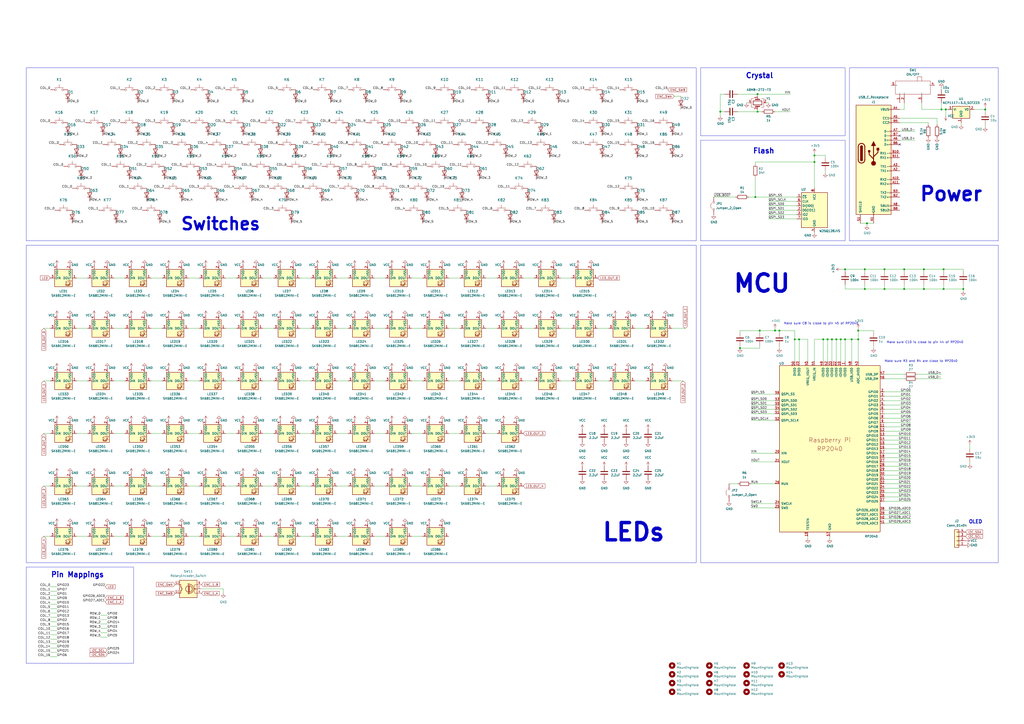
<source format=kicad_sch>
(kicad_sch (version 20250114) (generator "eeschema") (generator_version "9.0")
  (paper "A2")
  (rectangle (start 406.4 142.24) (end 579.12 326.39))
  (rectangle (start 406.4 81.28) (end 490.22 139.7))
  (rectangle (start 15.24 142.24) (end 403.86 326.39))
  (rectangle (start 492.76 39.37) (end 579.12 139.7))
  (rectangle (start 15.24 39.37) (end 403.86 139.7))
  (rectangle (start 406.4 39.37) (end 490.22 78.74))
  (rectangle (start 15.24 328.93) (end 77.47 384.81))
  (text "Switches" (at 128.016 130.048 0) (effects (font (size 7 7) (thickness 1.4) (bold yes))))
  (text "LEDs" (at 367.538 308.864 0) (effects (font (size 10 10) (thickness 2) (bold yes))))
  (text "Make sure R3 and R4 are close to RP2040" (at 513.08 210.312 0) (effects (font (size 1.27 1.27)) (justify left bottom)))
  (text "OLED" (at 565.912 302.768 0) (effects (font (size 2 2) (thickness 0.4) (bold yes))))
  (text "Power" (at 570.484 117.348 0) (effects (font (size 8 8) (thickness 1.6) (bold yes)) (justify right bottom)))
  (text "Make sure C10 is close to pin 44 of RP2040" (at 514.35 199.39 0) (effects (font (size 1.27 1.27)) (justify left bottom)))
  (text "Flash" (at 436.626 89.408 0) (effects (font (size 3 3) (thickness 0.6) (bold yes)) (justify left bottom)))
  (text "Crystal" (at 432.435 45.72 0) (effects (font (size 3 3) (thickness 0.6) (bold yes)) (justify left bottom)))
  (text "MCU" (at 441.96 164.592 0) (effects (font (size 10 10) (thickness 2) (bold yes))))
  (text "Pin Mappings" (at 44.958 333.502 0) (effects (font (size 3 3) (thickness 0.6) (bold yes))))
  (text "Make sure C8 is close to pin 45 of RP2040" (at 454.66 188.468 0) (effects (font (size 1.27 1.27)) (justify left bottom)))
  (junction (at 477.52 196.85))
  (junction (at 501.65 156.21))
  (junction (at 461.01 196.85))
  (junction (at 482.6 196.85))
  (junction (at 535.94 167.64))
  (junction (at 417.83 64.77))
  (junction (at 449.58 191.77))
  (junction (at 501.65 167.64))
  (junction (at 438.15 114.3))
  (junction (at 547.37 156.21))
  (junction (at 480.06 196.85))
  (junction (at 524.51 167.64))
  (junction (at 463.55 196.85))
  (junction (at 472.44 93.98))
  (junction (at 546.1 63.5))
  (junction (at 548.64 63.5))
  (junction (at 429.26 201.93))
  (junction (at 490.22 196.85))
  (junction (at 497.84 191.77))
  (junction (at 547.37 167.64))
  (junction (at 439.42 54.61))
  (junction (at 535.94 156.21))
  (junction (at 524.51 156.21))
  (junction (at 502.92 129.54))
  (junction (at 497.84 196.85))
  (junction (at 513.08 167.64))
  (junction (at 439.42 64.77))
  (junction (at 490.22 156.21))
  (junction (at 452.12 191.77))
  (junction (at 440.69 191.77))
  (junction (at 571.5 63.5))
  (junction (at 494.03 196.85))
  (junction (at 487.68 196.85))
  (junction (at 472.44 90.17))
  (junction (at 558.8 167.64))
  (junction (at 513.08 156.21))
  (junction (at 485.14 196.85))
  (no_connect (at 521.97 78.74))
  (no_connect (at 521.97 83.82))
  (wire (pts (xy 25.4 311.15) (xy 29.21 311.15)))
  (wire (pts (xy 472.44 88.9) (xy 472.44 90.17)))
  (wire (pts (xy 513.08 265.43) (xy 528.32 265.43)))
  (wire (pts (xy 260.35 251.46) (xy 266.7 251.46)))
  (wire (pts (xy 58.42 364.49) (xy 62.23 364.49)))
  (wire (pts (xy 482.6 196.85) (xy 485.14 196.85)))
  (wire (pts (xy 513.08 255.27) (xy 528.32 255.27)))
  (wire (pts (xy 497.84 191.77) (xy 497.84 196.85)))
  (wire (pts (xy 173.99 190.5) (xy 180.34 190.5)))
  (wire (pts (xy 29.21 370.84) (xy 33.02 370.84)))
  (wire (pts (xy 152.4 220.98) (xy 158.75 220.98)))
  (wire (pts (xy 195.58 220.98) (xy 201.93 220.98)))
  (wire (pts (xy 513.08 240.03) (xy 528.32 240.03)))
  (wire (pts (xy 548.64 63.5) (xy 549.91 63.5)))
  (wire (pts (xy 109.22 251.46) (xy 115.57 251.46)))
  (wire (pts (xy 487.68 156.21) (xy 490.22 156.21)))
  (wire (pts (xy 130.81 161.29) (xy 137.16 161.29)))
  (wire (pts (xy 440.69 191.77) (xy 449.58 191.77)))
  (wire (pts (xy 152.4 190.5) (xy 158.75 190.5)))
  (wire (pts (xy 420.37 54.61) (xy 417.83 54.61)))
  (wire (pts (xy 25.4 220.98) (xy 29.21 220.98)))
  (wire (pts (xy 58.42 367.03) (xy 62.23 367.03)))
  (wire (pts (xy 477.52 196.85) (xy 480.06 196.85)))
  (wire (pts (xy 452.12 191.77) (xy 461.01 191.77)))
  (wire (pts (xy 472.44 209.55) (xy 472.44 196.85)))
  (wire (pts (xy 281.94 220.98) (xy 288.29 220.98)))
  (wire (pts (xy 29.21 373.38) (xy 33.02 373.38)))
  (wire (pts (xy 130.81 251.46) (xy 137.16 251.46)))
  (wire (pts (xy 325.12 190.5) (xy 331.47 190.5)))
  (wire (pts (xy 532.13 219.71) (xy 546.1 219.71)))
  (wire (pts (xy 478.79 91.44) (xy 478.79 90.17)))
  (wire (pts (xy 25.4 251.46) (xy 29.21 251.46)))
  (wire (pts (xy 534.67 59.69) (xy 534.67 63.5)))
  (wire (pts (xy 29.21 358.14) (xy 33.02 358.14)))
  (wire (pts (xy 29.21 342.9) (xy 33.02 342.9)))
  (wire (pts (xy 435.61 240.03) (xy 449.58 240.03)))
  (wire (pts (xy 217.17 161.29) (xy 223.52 161.29)))
  (wire (pts (xy 513.08 156.21) (xy 524.51 156.21)))
  (wire (pts (xy 482.6 209.55) (xy 482.6 196.85)))
  (wire (pts (xy 513.08 229.87) (xy 528.32 229.87)))
  (wire (pts (xy 417.83 64.77) (xy 417.83 67.31)))
  (wire (pts (xy 429.26 193.04) (xy 429.26 191.77)))
  (wire (pts (xy 29.21 340.36) (xy 33.02 340.36)))
  (wire (pts (xy 217.17 190.5) (xy 223.52 190.5)))
  (wire (pts (xy 513.08 260.35) (xy 528.32 260.35)))
  (wire (pts (xy 513.08 219.71) (xy 524.51 219.71)))
  (wire (pts (xy 449.58 243.84) (xy 435.61 243.84)))
  (wire (pts (xy 429.26 201.93) (xy 440.69 201.93)))
  (wire (pts (xy 501.65 167.64) (xy 490.22 167.64)))
  (wire (pts (xy 438.15 95.25) (xy 438.15 93.98)))
  (wire (pts (xy 44.45 281.94) (xy 50.8 281.94)))
  (wire (pts (xy 129.54 341.63) (xy 129.54 344.17)))
  (wire (pts (xy 422.91 280.67) (xy 427.99 280.67)))
  (wire (pts (xy 260.35 220.98) (xy 266.7 220.98)))
  (wire (pts (xy 547.37 156.21) (xy 558.8 156.21)))
  (wire (pts (xy 58.42 369.57) (xy 62.23 369.57)))
  (wire (pts (xy 472.44 135.255) (xy 472.44 134.62)))
  (wire (pts (xy 557.53 71.12) (xy 557.53 72.39)))
  (wire (pts (xy 281.94 251.46) (xy 288.29 251.46)))
  (wire (pts (xy 29.21 360.68) (xy 33.02 360.68)))
  (wire (pts (xy 427.99 64.77) (xy 439.42 64.77)))
  (wire (pts (xy 513.08 227.33) (xy 528.32 227.33)))
  (wire (pts (xy 547.37 167.64) (xy 558.8 167.64)))
  (wire (pts (xy 487.68 196.85) (xy 490.22 196.85)))
  (wire (pts (xy 368.3 220.98) (xy 374.65 220.98)))
  (wire (pts (xy 29.21 375.92) (xy 33.02 375.92)))
  (wire (pts (xy 260.35 161.29) (xy 266.7 161.29)))
  (wire (pts (xy 195.58 311.15) (xy 201.93 311.15)))
  (wire (pts (xy 152.4 311.15) (xy 158.75 311.15)))
  (wire (pts (xy 130.81 281.94) (xy 137.16 281.94)))
  (wire (pts (xy 452.12 200.66) (xy 452.12 201.93)))
  (wire (pts (xy 435.61 234.95) (xy 449.58 234.95)))
  (wire (pts (xy 513.08 217.17) (xy 524.51 217.17)))
  (wire (pts (xy 571.5 72.39) (xy 571.5 73.66)))
  (wire (pts (xy 513.08 273.05) (xy 528.32 273.05)))
  (wire (pts (xy 325.12 220.98) (xy 331.47 220.98)))
  (wire (pts (xy 546.1 63.5) (xy 548.64 63.5)))
  (wire (pts (xy 478.79 99.06) (xy 478.79 100.33)))
  (wire (pts (xy 499.11 129.54) (xy 502.92 129.54)))
  (wire (pts (xy 440.69 193.04) (xy 440.69 191.77)))
  (wire (pts (xy 303.53 161.29) (xy 309.88 161.29)))
  (wire (pts (xy 501.65 165.1) (xy 501.65 167.64)))
  (wire (pts (xy 29.21 350.52) (xy 33.02 350.52)))
  (wire (pts (xy 449.58 191.77) (xy 452.12 191.77)))
  (wire (pts (xy 478.79 90.17) (xy 472.44 90.17)))
  (wire (pts (xy 490.22 196.85) (xy 494.03 196.85)))
  (wire (pts (xy 130.81 311.15) (xy 137.16 311.15)))
  (wire (pts (xy 58.42 359.41) (xy 62.23 359.41)))
  (wire (pts (xy 130.81 190.5) (xy 137.16 190.5)))
  (wire (pts (xy 521.97 68.58) (xy 543.56 68.58)))
  (wire (pts (xy 368.3 190.5) (xy 374.65 190.5)))
  (wire (pts (xy 449.58 294.64) (xy 435.61 294.64)))
  (wire (pts (xy 389.89 190.5) (xy 397.51 190.5)))
  (wire (pts (xy 449.58 292.1) (xy 435.61 292.1)))
  (wire (pts (xy 490.22 196.85) (xy 490.22 209.55)))
  (wire (pts (xy 346.71 220.98) (xy 353.06 220.98)))
  (wire (pts (xy 535.94 156.21) (xy 547.37 156.21)))
  (wire (pts (xy 524.51 157.48) (xy 524.51 156.21)))
  (wire (pts (xy 435.61 262.89) (xy 449.58 262.89)))
  (wire (pts (xy 513.08 278.13) (xy 528.32 278.13)))
  (wire (pts (xy 532.13 217.17) (xy 546.1 217.17)))
  (wire (pts (xy 429.26 191.77) (xy 440.69 191.77)))
  (wire (pts (xy 389.89 220.98) (xy 396.24 220.98)))
  (wire (pts (xy 87.63 220.98) (xy 93.98 220.98)))
  (wire (pts (xy 452.12 193.04) (xy 452.12 191.77)))
  (wire (pts (xy 535.94 167.64) (xy 524.51 167.64)))
  (wire (pts (xy 513.08 250.19) (xy 528.32 250.19)))
  (wire (pts (xy 426.72 114.3) (xy 414.02 114.3)))
  (wire (pts (xy 562.61 267.97) (xy 562.61 269.24)))
  (wire (pts (xy 524.51 63.5) (xy 524.51 59.69)))
  (wire (pts (xy 547.37 165.1) (xy 547.37 167.64)))
  (wire (pts (xy 87.63 311.15) (xy 93.98 311.15)))
  (wire (pts (xy 513.08 298.45) (xy 528.32 298.45)))
  (wire (pts (xy 513.08 252.73) (xy 528.32 252.73)))
  (wire (pts (xy 438.15 114.3) (xy 462.28 114.3)))
  (wire (pts (xy 462.28 127) (xy 445.77 127)))
  (wire (pts (xy 438.15 93.98) (xy 472.44 93.98)))
  (wire (pts (xy 477.52 209.55) (xy 477.52 196.85)))
  (wire (pts (xy 513.08 288.29) (xy 528.32 288.29)))
  (wire (pts (xy 325.12 161.29) (xy 331.47 161.29)))
  (wire (pts (xy 281.94 281.94) (xy 288.29 281.94)))
  (wire (pts (xy 485.14 196.85) (xy 487.68 196.85)))
  (wire (pts (xy 521.97 63.5) (xy 524.51 63.5)))
  (wire (pts (xy 238.76 161.29) (xy 245.11 161.29)))
  (wire (pts (xy 449.58 64.77) (xy 458.47 64.77)))
  (wire (pts (xy 438.15 102.87) (xy 438.15 114.3)))
  (wire (pts (xy 87.63 161.29) (xy 93.98 161.29)))
  (wire (pts (xy 173.99 281.94) (xy 180.34 281.94)))
  (wire (pts (xy 44.45 311.15) (xy 50.8 311.15)))
  (wire (pts (xy 472.44 90.17) (xy 472.44 93.98)))
  (wire (pts (xy 173.99 161.29) (xy 180.34 161.29)))
  (wire (pts (xy 571.5 64.77) (xy 571.5 63.5)))
  (wire (pts (xy 449.58 280.67) (xy 435.61 280.67)))
  (wire (pts (xy 571.5 63.5) (xy 571.5 62.23)))
  (wire (pts (xy 281.94 161.29) (xy 288.29 161.29)))
  (wire (pts (xy 434.34 114.3) (xy 438.15 114.3)))
  (wire (pts (xy 109.22 220.98) (xy 115.57 220.98)))
  (wire (pts (xy 260.35 281.94) (xy 266.7 281.94)))
  (wire (pts (xy 435.61 228.6) (xy 449.58 228.6)))
  (wire (pts (xy 513.08 290.83) (xy 528.32 290.83)))
  (wire (pts (xy 29.21 355.6) (xy 33.02 355.6)))
  (wire (pts (xy 58.42 356.87) (xy 62.23 356.87)))
  (wire (pts (xy 29.21 381) (xy 33.02 381)))
  (wire (pts (xy 29.21 365.76) (xy 33.02 365.76)))
  (wire (pts (xy 513.08 167.64) (xy 501.65 167.64)))
  (wire (pts (xy 439.42 54.61) (xy 458.47 54.61)))
  (wire (pts (xy 29.21 347.98) (xy 33.02 347.98)))
  (wire (pts (xy 238.76 190.5) (xy 245.11 190.5)))
  (wire (pts (xy 513.08 245.11) (xy 528.32 245.11)))
  (wire (pts (xy 472.44 196.85) (xy 477.52 196.85)))
  (wire (pts (xy 463.55 209.55) (xy 463.55 196.85)))
  (wire (pts (xy 417.83 54.61) (xy 417.83 64.77)))
  (wire (pts (xy 217.17 311.15) (xy 223.52 311.15)))
  (wire (pts (xy 66.04 161.29) (xy 72.39 161.29)))
  (wire (pts (xy 238.76 220.98) (xy 245.11 220.98)))
  (wire (pts (xy 524.51 156.21) (xy 535.94 156.21)))
  (wire (pts (xy 29.21 368.3) (xy 33.02 368.3)))
  (wire (pts (xy 546.1 50.8) (xy 546.1 52.07)))
  (wire (pts (xy 449.58 267.97) (xy 435.61 267.97)))
  (wire (pts (xy 260.35 190.5) (xy 266.7 190.5)))
  (wire (pts (xy 501.65 156.21) (xy 513.08 156.21)))
  (wire (pts (xy 546.1 59.69) (xy 546.1 63.5)))
  (wire (pts (xy 44.45 190.5) (xy 50.8 190.5)))
  (wire (pts (xy 513.08 232.41) (xy 528.32 232.41)))
  (wire (pts (xy 513.08 295.91) (xy 528.32 295.91)))
  (wire (pts (xy 109.22 281.94) (xy 115.57 281.94)))
  (wire (pts (xy 238.76 281.94) (xy 245.11 281.94)))
  (wire (pts (xy 195.58 190.5) (xy 201.93 190.5)))
  (wire (pts (xy 195.58 281.94) (xy 201.93 281.94)))
  (wire (pts (xy 538.48 71.12) (xy 538.48 72.39)))
  (wire (pts (xy 502.92 129.54) (xy 502.92 130.81)))
  (wire (pts (xy 173.99 220.98) (xy 180.34 220.98)))
  (wire (pts (xy 66.04 251.46) (xy 72.39 251.46)))
  (wire (pts (xy 472.44 93.98) (xy 472.44 109.22)))
  (wire (pts (xy 490.22 165.1) (xy 490.22 167.64)))
  (wire (pts (xy 462.28 119.38) (xy 445.77 119.38)))
  (wire (pts (xy 535.94 165.1) (xy 535.94 167.64)))
  (wire (pts (xy 521.97 71.12) (xy 538.48 71.12)))
  (wire (pts (xy 346.71 190.5) (xy 353.06 190.5)))
  (wire (pts (xy 152.4 281.94) (xy 158.75 281.94)))
  (wire (pts (xy 44.45 220.98) (xy 50.8 220.98)))
  (wire (pts (xy 548.64 67.31) (xy 548.64 63.5)))
  (wire (pts (xy 506.73 200.66) (xy 506.73 201.93)))
  (wire (pts (xy 439.42 63.5) (xy 439.42 64.77)))
  (wire (pts (xy 433.07 59.69) (xy 434.34 59.69)))
  (wire (pts (xy 217.17 281.94) (xy 223.52 281.94)))
  (wire (pts (xy 468.63 209.55) (xy 468.63 196.85)))
  (wire (pts (xy 152.4 161.29) (xy 158.75 161.29)))
  (wire (pts (xy 173.99 251.46) (xy 180.34 251.46)))
  (wire (pts (xy 494.03 196.85) (xy 497.84 196.85)))
  (wire (pts (xy 461.01 196.85) (xy 461.01 209.55)))
  (wire (pts (xy 66.04 190.5) (xy 72.39 190.5)))
  (wire (pts (xy 439.42 55.88) (xy 439.42 54.61)))
  (wire (pts (xy 435.61 237.49) (xy 449.58 237.49)))
  (wire (pts (xy 116.84 341.63) (xy 129.54 341.63)))
  (wire (pts (xy 445.77 116.84) (xy 462.28 116.84)))
  (wire (pts (xy 468.63 311.15) (xy 468.63 312.42)))
  (wire (pts (xy 44.45 251.46) (xy 50.8 251.46)))
  (wire (pts (xy 497.84 196.85) (xy 497.84 209.55)))
  (wire (pts (xy 513.08 234.95) (xy 528.32 234.95)))
  (wire (pts (xy 25.4 281.94) (xy 29.21 281.94)))
  (wire (pts (xy 565.15 63.5) (xy 571.5 63.5)))
  (wire (pts (xy 427.99 54.61) (xy 439.42 54.61)))
  (wire (pts (xy 303.53 220.98) (xy 309.88 220.98)))
  (wire (pts (xy 109.22 190.5) (xy 115.57 190.5)))
  (wire (pts (xy 494.03 209.55) (xy 494.03 196.85)))
  (wire (pts (xy 524.51 165.1) (xy 524.51 167.64)))
  (wire (pts (xy 87.63 190.5) (xy 93.98 190.5)))
  (wire (pts (xy 547.37 167.64) (xy 535.94 167.64)))
  (wire (pts (xy 303.53 190.5) (xy 309.88 190.5)))
  (wire (pts (xy 449.58 190.5) (xy 449.58 191.77)))
  (wire (pts (xy 391.16 55.88) (xy 394.97 55.88)))
  (wire (pts (xy 29.21 378.46) (xy 33.02 378.46)))
  (wire (pts (xy 87.63 281.94) (xy 93.98 281.94)))
  (wire (pts (xy 481.33 311.15) (xy 481.33 312.42)))
  (wire (pts (xy 480.06 196.85) (xy 482.6 196.85)))
  (wire (pts (xy 29.21 190.5) (xy 25.4 190.5)))
  (wire (pts (xy 485.14 209.55) (xy 485.14 196.85)))
  (wire (pts (xy 130.81 220.98) (xy 137.16 220.98)))
  (wire (pts (xy 195.58 251.46) (xy 201.93 251.46)))
  (wire (pts (xy 513.08 242.57) (xy 528.32 242.57)))
  (wire (pts (xy 501.65 157.48) (xy 501.65 156.21)))
  (wire (pts (xy 513.08 303.53) (xy 528.32 303.53)))
  (wire (pts (xy 440.69 201.93) (xy 440.69 200.66)))
  (wire (pts (xy 480.06 209.55) (xy 480.06 196.85)))
  (wire (pts (xy 497.84 190.5) (xy 497.84 191.77)))
  (wire (pts (xy 195.58 161.29) (xy 201.93 161.29)))
  (wire (pts (xy 109.22 161.29) (xy 115.57 161.29)))
  (wire (pts (xy 490.22 157.48) (xy 490.22 156.21)))
  (wire (pts (xy 152.4 251.46) (xy 158.75 251.46)))
  (wire (pts (xy 487.68 209.55) (xy 487.68 196.85)))
  (wire (pts (xy 521.97 81.28) (xy 530.86 81.28)))
  (wire (pts (xy 58.42 361.95) (xy 62.23 361.95)))
  (wire (pts (xy 513.08 300.99) (xy 528.32 300.99)))
  (wire (pts (xy 513.08 285.75) (xy 528.32 285.75)))
  (wire (pts (xy 547.37 157.48) (xy 547.37 156.21)))
  (wire (pts (xy 281.94 190.5) (xy 288.29 190.5)))
  (wire (pts (xy 29.21 345.44) (xy 33.02 345.44)))
  (wire (pts (xy 535.94 157.48) (xy 535.94 156.21)))
  (wire (pts (xy 29.21 363.22) (xy 33.02 363.22)))
  (wire (pts (xy 513.08 275.59) (xy 528.32 275.59)))
  (wire (pts (xy 506.73 193.04) (xy 506.73 191.77)))
  (wire (pts (xy 87.63 251.46) (xy 93.98 251.46)))
  (wire (pts (xy 521.97 76.2) (xy 530.86 76.2)))
  (wire (pts (xy 435.61 232.41) (xy 449.58 232.41)))
  (wire (pts (xy 562.61 257.81) (xy 562.61 260.35)))
  (wire (pts (xy 524.51 167.64) (xy 513.08 167.64)))
  (wire (pts (xy 66.04 220.98) (xy 72.39 220.98)))
  (wire (pts (xy 173.99 311.15) (xy 180.34 311.15)))
  (wire (pts (xy 513.08 247.65) (xy 528.32 247.65)))
  (wire (pts (xy 558.8 167.64) (xy 558.8 168.91)))
  (wire (pts (xy 217.17 220.98) (xy 223.52 220.98)))
  (wire (pts (xy 543.56 68.58) (xy 543.56 72.39)))
  (wire (pts (xy 462.28 121.92) (xy 445.77 121.92)))
  (wire (pts (xy 439.42 64.77) (xy 441.96 64.77)))
  (wire (pts (xy 444.5 59.69) (xy 445.77 59.69)))
  (wire (pts (xy 513.08 283.21) (xy 528.32 283.21)))
  (wire (pts (xy 429.26 200.66) (xy 429.26 201.93)))
  (wire (pts (xy 420.37 64.77) (xy 417.83 64.77)))
  (wire (pts (xy 513.08 257.81) (xy 528.32 257.81)))
  (wire (pts (xy 513.08 157.48) (xy 513.08 156.21)))
  (wire (pts (xy 534.67 63.5) (xy 546.1 63.5)))
  (wire (pts (xy 513.08 270.51) (xy 528.32 270.51)))
  (wire (pts (xy 490.22 156.21) (xy 501.65 156.21)))
  (wire (pts (xy 44.45 161.29) (xy 50.8 161.29)))
  (wire (pts (xy 109.22 311.15) (xy 115.57 311.15)))
  (wire (pts (xy 217.17 251.46) (xy 223.52 251.46)))
  (wire (pts (xy 468.63 196.85) (xy 463.55 196.85)))
  (wire (pts (xy 461.01 191.77) (xy 461.01 196.85)))
  (wire (pts (xy 66.04 311.15) (xy 72.39 311.15)))
  (wire (pts (xy 513.08 262.89) (xy 528.32 262.89)))
  (wire (pts (xy 238.76 251.46) (xy 245.11 251.46)))
  (wire (pts (xy 502.92 129.54) (xy 506.73 129.54)))
  (wire (pts (xy 29.21 353.06) (xy 33.02 353.06)))
  (wire (pts (xy 558.8 157.48) (xy 558.8 156.21)))
  (wire (pts (xy 462.28 124.46) (xy 445.77 124.46)))
  (wire (pts (xy 66.04 281.94) (xy 72.39 281.94)))
  (wire (pts (xy 513.08 237.49) (xy 528.32 237.49)))
  (wire (pts (xy 558.8 165.1) (xy 558.8 167.64)))
  (wire (pts (xy 238.76 311.15) (xy 245.11 311.15)))
  (wire (pts (xy 463.55 196.85) (xy 461.01 196.85)))
  (wire (pts (xy 513.08 267.97) (xy 528.32 267.97)))
  (wire (pts (xy 513.08 280.67) (xy 528.32 280.67)))
  (wire (pts (xy 513.08 165.1) (xy 513.08 167.64)))
  (wire (pts (xy 497.84 191.77) (xy 506.73 191.77)))
  (label "COL_8" (at 217.17 109.22 180))
  (label "COL_9" (at 359.41 121.92 180))
  (label "GPIO19" (at 528.32 275.59 180))
  (label "COL_2" (at 80.01 83.82 180))
  (label "ROW_0" (at 394.97 63.5 0))
  (label "QSPI_SS" (at 445.77 114.3 0))
  (label "GPIO21" (at 33.02 378.46 0))
  (label "COL_1" (at 57.15 121.92 180))
  (label "ROW_1" (at 201.93 78.74 0))
  (label "COL_12" (at 283.21 83.82 180))
  (label "COL_5" (at 146.05 96.52 180))
  (label "XIN" (at 435.61 262.89 0))
  (label "COL_9" (at 212.09 71.12 180))
  (label "ROW_3" (at 176.53 104.14 0))
  (label "GPIO3" (at 62.23 364.49 0))
  (label "ROW_2" (at 349.25 91.44 0))
  (label "USB_D-" (at 546.1 219.71 180))
  (label "ROW_4" (at 125.73 116.84 0))
  (label "ROW_1" (at 161.29 78.74 0))
  (label "COL_12" (at 273.05 71.12 180))
  (label "GPIO2" (at 33.02 360.68 0))
  (label "COL_4" (at 125.73 96.52 180))
  (label "COL_12" (at 313.69 52.07 180))
  (label "USB_D-" (at 530.86 76.2 180))
  (label "ROW_3" (at 95.25 104.14 0))
  (label "ROW_2" (at 110.49 91.44 0))
  (label "ROW_0" (at 120.65 59.69 0))
  (label "COL_10" (at 257.81 109.22 180))
  (label "COL_5" (at 140.97 83.82 180))
  (label "COL_11" (at 295.91 109.22 180))
  (label "COL_2" (at 69.85 71.12 180))
  (label "ROW_0" (at 39.37 59.69 0))
  (label "QSPI_SD1" (at 445.77 121.92 0))
  (label "ROW_0" (at 58.42 356.87 180))
  (label "COL_15" (at 359.41 83.82 180))
  (label "COL_5" (at 130.81 71.12 180))
  (label "ROW_2" (at 212.09 91.44 0))
  (label "XOUT" (at 435.61 267.97 0))
  (label "GPIO16" (at 33.02 365.76 0))
  (label "SWD" (at 435.61 294.64 0))
  (label "COL_16" (at 379.73 71.12 180))
  (label "QSPI_SD0" (at 435.61 232.41 0))
  (label "COL_3" (at 115.57 109.22 180))
  (label "GPIO2" (at 528.32 232.41 180))
  (label "GPIO29_ADC3" (at 528.32 303.53 180))
  (label "QSPI_SD2" (at 435.61 237.49 0))
  (label "ROW_2" (at 171.45 91.44 0))
  (label "ROW_0" (at 262.89 59.69 0))
  (label "ROW_1" (at 349.25 78.74 0))
  (label "COL_14" (at 339.09 71.12 180))
  (label "GPIO16" (at 528.32 267.97 180))
  (label "GPIO22" (at 528.32 283.21 180))
  (label "COL_10" (at 232.41 71.12 180))
  (label "COL_12" (at 29.21 370.84 180))
  (label "RUN" (at 435.61 280.67 0))
  (label "~{USB_BOOT}" (at 414.02 114.3 0))
  (label "ROW_3" (at 196.85 104.14 0))
  (label "COL_6" (at 161.29 83.82 180))
  (label "ROW_5" (at 369.57 129.54 0))
  (label "COL_2" (at 85.09 96.52 180))
  (label "GPIO0" (at 528.32 227.33 180))
  (label "COL_5" (at 156.21 109.22 180))
  (label "GPIO3" (at 528.32 234.95 180))
  (label "ROW_1" (at 120.65 78.74 0))
  (label "COL_6" (at 151.13 71.12 180))
  (label "COL_3" (at 158.75 121.92 180))
  (label "ROW_5" (at 67.31 129.54 0))
  (label "COL_8" (at 207.01 96.52 180))
  (label "COL_1" (at 69.85 52.07 180))
  (label "ROW_4" (at 267.97 116.84 0))
  (label "GPIO23" (at 33.02 340.36 0))
  (label "GPIO25" (at 528.32 290.83 180))
  (label "ROW_1" (at 389.89 78.74 0))
  (label "COL_3" (at 90.17 71.12 180))
  (label "ROW_4" (at 85.09 116.84 0))
  (label "ROW_0" (at 283.21 59.69 0))
  (label "QSPI_SCLK" (at 435.61 243.84 0))
  (label "GPIO17" (at 33.02 368.3 0))
  (label "GPIO8" (at 528.32 247.65 180))
  (label "ROW_0" (at 303.53 59.69 0))
  (label "ROW_2" (at 318.77 91.44 0))
  (label "COL_11" (at 252.73 71.12 180))
  (label "ROW_1" (at 242.57 78.74 0))
  (label "ROW_0" (at 349.25 59.69 0))
  (label "QSPI_SS" (at 435.61 228.6 0))
  (label "GPIO9" (at 528.32 250.19 180))
  (label "COL_8" (at 201.93 83.82 180))
  (label "COL_0" (at 29.21 71.12 180))
  (label "ROW_3" (at 156.21 104.14 0))
  (label "GPIO1" (at 528.32 229.87 180))
  (label "ROW_3" (at 135.89 104.14 0))
  (label "ROW_1" (at 39.37 78.74 0))
  (label "ROW_1" (at 140.97 78.74 0))
  (label "ROW_1" (at 369.57 78.74 0))
  (label "GPIO20" (at 33.02 375.92 0))
  (label "COL_0" (at 29.21 52.07 180))
  (label "ROW_1" (at 59.69 78.74 0))
  (label "GPIO6" (at 528.32 242.57 180))
  (label "COL_4" (at 29.21 350.52 180))
  (label "COL_4" (at 110.49 71.12 180))
  (label "XIN" (at 458.47 54.61 180))
  (label "COL_12" (at 359.41 109.22 180))
  (label "ROW_3" (at 257.81 104.14 0))
  (label "COL_14" (at 339.09 83.82 180))
  (label "ROW_4" (at 227.33 116.84 0))
  (label "COL_0" (at 31.75 121.92 180))
  (label "GPIO14" (at 528.32 262.89 180))
  (label "ROW_4" (at 369.57 116.84 0))
  (label "ROW_2" (at 191.77 91.44 0))
  (label "GPIO19" (at 33.02 373.38 0))
  (label "COL_1" (at 59.69 83.82 180))
  (label "ROW_1" (at 58.42 359.41 180))
  (label "GPIO7" (at 33.02 342.9 0))
  (label "ROW_3" (at 115.57 104.14 0))
  (label "USB_D+" (at 546.1 217.17 180))
  (label "ROW_3" (at 278.13 104.14 0))
  (label "COL_4" (at 234.95 121.92 180))
  (label "ROW_4" (at 58.42 367.03 180))
  (label "COL_0" (at 34.29 83.82 180))
  (label "ROW_0" (at 323.85 59.69 0))
  (label "ROW_3" (at 237.49 104.14 0))
  (label "ROW_2" (at 69.85 91.44 0))
  (label "COL_9" (at 252.73 52.07 180))
  (label "COL_16" (at 29.21 381 180))
  (label "ROW_2" (at 252.73 91.44 0))
  (label "GPIO24" (at 528.32 288.29 180))
  (label "GPIO26_ADC0" (at 60.96 346.71 180))
  (label "COL_8" (at 29.21 360.68 180))
  (label "ROW_1" (at 100.33 78.74 0))
  (label "COL_6" (at 181.61 52.07 180))
  (label "COL_1" (at 64.77 96.52 180))
  (label "GPIO23" (at 528.32 285.75 180))
  (label "COL_11" (at 262.89 83.82 180))
  (label "ROW_0" (at 171.45 59.69 0))
  (label "COL_6" (at 166.37 96.52 180))
  (label "COL_3" (at 100.33 83.82 180))
  (label "COL_7" (at 201.93 52.07 180))
  (label "ROW_2" (at 58.42 361.95 180))
  (label "ROW_0" (at 212.09 59.69 0))
  (label "ROW_3" (at 46.99 104.14 0))
  (label "GPIO10" (at 528.32 252.73 180))
  (label "COL_10" (at 273.05 52.07 180))
  (label "COL_9" (at 222.25 83.82 180))
  (label "ROW_2" (at 90.17 91.44 0))
  (label "COL_0" (at 29.21 340.36 180))
  (label "COL_16" (at 379.73 83.82 180))
  (label "COL_5" (at 260.35 121.92 180))
  (label "ROW_0" (at 140.97 59.69 0))
  (label "GPIO5" (at 62.23 369.57 0))
  (label "GPIO15" (at 528.32 265.43 180))
  (label "ROW_5" (at 92.71 129.54 0))
  (label "GPIO7" (at 528.32 245.11 180))
  (label "COL_7" (at 171.45 71.12 180))
  (label "ROW_2" (at 369.57 91.44 0))
  (label "COL_8" (at 191.77 71.12 180))
  (label "GPIO1" (at 33.02 345.44 0))
  (label "COL_14" (at 359.41 52.07 180))
  (label "ROW_4" (at 166.37 116.84 0))
  (label "COL_4" (at 135.89 109.22 180))
  (label "ROW_2" (at 130.81 91.44 0))
  (label "QSPI_SD3" (at 435.61 240.03 0))
  (label "GPIO13" (at 528.32 260.35 180))
  (label "ROW_2" (at 232.41 91.44 0))
  (label "ROW_2" (at 44.45 91.44 0))
  (label "COL_5" (at 161.29 52.07 180))
  (label "ROW_4" (at 247.65 116.84 0))
  (label "GPIO27_ADC1" (at 60.96 349.25 180))
  (label "GPIO21" (at 528.32 280.67 180))
  (label "ROW_5" (at 58.42 369.57 180))
  (label "GPIO24" (at 62.23 379.73 0))
  (label "COL_0" (at 36.83 96.52 180))
  (label "COL_4" (at 120.65 83.82 180))
  (label "QSPI_SD0" (at 445.77 119.38 0))
  (label "GPIO13" (at 33.02 358.14 0))
  (label "ROW_0" (at 232.41 59.69 0))
  (label "COL_15" (at 359.41 71.12 180))
  (label "COL_13" (at 29.21 373.38 180))
  (label "ROW_5" (at 41.91 129.54 0))
  (label "ROW_2" (at 389.89 91.44 0))
  (label "ROW_5" (at 245.11 129.54 0))
  (label "ROW_5" (at 168.91 129.54 0))
  (label "COL_14" (at 29.21 375.92 180))
  (label "GPIO28_ADC2" (at 528.32 300.99 180))
  (label "GPIO8" (at 62.23 359.41 0))
  (label "COL_1" (at 74.93 109.22 180))
  (label "ROW_1" (at 262.89 78.74 0))
  (label "COL_8" (at 339.09 121.92 180))
  (label "COL_13" (at 308.61 83.82 180))
  (label "ROW_2" (at 151.13 91.44 0))
  (label "COL_0" (at 41.91 109.22 180))
  (label "COL_13" (at 303.53 71.12 180))
  (label "COL_2" (at 29.21 345.44 180))
  (label "GPIO22" (at 60.96 340.36 180))
  (label "GPIO11" (at 528.32 255.27 180))
  (label "COL_1" (at 49.53 71.12 180))
  (label "ROW_1" (at 80.01 78.74 0))
  (label "COL_10" (at 247.65 96.52 180))
  (label "ROW_2" (at 273.05 91.44 0))
  (label "GPIO27_ADC1" (at 528.32 298.45 180))
  (label "GPIO9" (at 33.02 347.98 0))
  (label "GPIO17" (at 528.32 270.51 180))
  (label "COL_7" (at 311.15 121.92 180))
  (label "GPIO20" (at 528.32 278.13 180))
  (label "COL_4" (at 130.81 52.07 180))
  (label "COL_2" (at 82.55 121.92 180))
  (label "COL_6" (at 176.53 109.22 180))
  (label "GPIO26_ADC0" (at 528.32 295.91 180))
  (label "ROW_3" (at 217.17 104.14 0))
  (label "ROW_1" (at 313.69 78.74 0))
  (label "COL_3" (at 29.21 347.98 180))
  (label "QSPI_SD3" (at 445.77 127 0))
  (label "COL_11" (at 29.21 368.3 180))
  (label "COL_6" (at 29.21 355.6 180))
  (label "ROW_0" (at 80.01 59.69 0))
  (label "COL_7" (at 186.69 96.52 180))
  (label "COL_1" (at 29.21 342.9 180))
  (label "ROW_1" (at 181.61 78.74 0))
  (label "GPIO4" (at 62.23 367.03 0))
  (label "COL_7" (at 181.61 83.82 180))
  (label "ROW_4" (at 52.07 116.84 0))
  (label "GPIO12" (at 33.02 355.6 0))
  (label "GPIO4" (at 528.32 237.49 180))
  (label "COL_11" (at 267.97 96.52 180))
  (label "GPIO14" (at 62.23 361.95 0))
  (label "COL_11" (at 293.37 52.07 180))
  (label "ROW_3" (at 311.15 104.14 0))
  (label "COL_3" (at 105.41 96.52 180))
  (label "ROW_4" (at 306.07 116.84 0))
  (label "XOUT" (at 458.47 64.77 180))
  (label "COL_12" (at 300.99 96.52 180))
  (label "ROW_5" (at 389.89 129.54 0))
  (label "COL_13" (at 339.09 52.07 180))
  (label "GPIO10" (at 33.02 350.52 0))
  (label "ROW_4" (at 146.05 116.84 0))
  (label "COL_5" (at 29.21 353.06 180))
  (label "GPIO0" (at 62.23 356.87 0))
  (label "GPIO12" (at 528.32 257.81 180))
  (label "COL_2" (at 90.17 52.07 180))
  (label "SWCLK" (at 435.61 292.1 0))
  (label "ROW_4" (at 207.01 116.84 0))
  (label "ROW_0" (at 100.33 59.69 0))
  (label "COL_10" (at 379.73 121.92 180))
  (label "GPIO5" (at 528.32 240.03 180))
  (label "COL_15" (at 29.21 378.46 180))
  (label "COL_9" (at 29.21 363.22 180))
  (label "GPIO6" (at 33.02 381 0))
  (label "QSPI_SD2" (at 445.77 124.46 0))
  (label "ROW_1" (at 283.21 78.74 0))
  (label "ROW_3" (at 74.93 104.14 0))
  (label "COL_9" (at 237.49 109.22 180))
  (label "GPIO11" (at 33.02 353.06 0))
  (label "COL_15" (at 387.35 52.07 180))
  (label "ROW_0" (at 191.77 59.69 0))
  (label "COL_7" (at 29.21 358.14 180))
  (label "COL_7" (at 196.85 109.22 180))
  (label "ROW_2" (at 293.37 91.44 0))
  (label "COL_10" (at 242.57 83.82 180))
  (label "USB_D+" (at 530.86 81.28 180))
  (label "GPIO25" (at 62.23 377.19 0))
  (label "COL_2" (at 95.25 109.22 180))
  (label "COL_9" (at 227.33 96.52 180))
  (label "ROW_5" (at 321.31 129.54 0))
  (label "ROW_3" (at 58.42 364.49 180))
  (label "QSPI_SD1" (at 435.61 234.95 0))
  (label "COL_6" (at 285.75 121.92 180))
  (label "GPIO18" (at 33.02 370.84 0))
  (label "COL_8" (at 222.25 52.07 180))
  (label "ROW_4" (at 186.69 116.84 0))
  (label "ROW_5" (at 295.91 129.54 0))
  (label "ROW_1" (at 222.25 78.74 0))
  (label "ROW_5" (at 349.25 129.54 0))
  (label "COL_10" (at 29.21 365.76 180))
  (label "ROW_4" (at 105.41 116.84 0))
  (label "ROW_5" (at 270.51 129.54 0))
  (label "QSPI_SCLK" (at 445.77 116.84 0))
  (label "ROW_0" (at 369.57 59.69 0))
  (label "GPIO18" (at 528.32 273.05 180))
  (label "COL_3" (at 110.49 52.07 180))
  (label "GPIO15" (at 33.02 363.22 0))
  (global_label "ENC_SWB" (shape input) (at 387.35 52.07 0) (property "Intersheetrefs" "${INTERSHEET_REFS}" (effects (hide yes))))
  (global_label "LED_OUT_4" (shape input) (at 25.4 311.15 270) (property "Intersheetrefs" "${INTERSHEET_REFS}" (effects (hide yes))))
  (global_label "LED_OUT_0" (shape input) (at 346.71 161.29 0) (property "Intersheetrefs" "${INTERSHEET_REFS}" (effects (hide yes))))
  (global_label "LED_OUT_2" (shape input) (at 25.4 251.46 270) (property "Intersheetrefs" "${INTERSHEET_REFS}" (effects (hide yes))))
  (global_label "LED_OUT_4" (shape input) (at 303.53 281.94 0) (property "Intersheetrefs" "${INTERSHEET_REFS}" (effects (hide yes))))
  (global_label "I2C_SDA" (shape input) (at 62.23 379.73 180) (property "Intersheetrefs" "${INTERSHEET_REFS}" (effects (hide yes))))
  (global_label "ENC_1_A" (shape input) (at 60.96 349.25 0) (property "Intersheetrefs" "${INTERSHEET_REFS}" (effects (hide yes))))
  (global_label "I2C_SDA" (shape input) (at 560.07 308.61 0) (property "Intersheetrefs" "${INTERSHEET_REFS}" (effects (hide yes))))
  (global_label "ENC_1_A" (shape input) (at 116.84 344.17 0) (property "Intersheetrefs" "${INTERSHEET_REFS}" (effects (hide yes))))
  (global_label "LED_OUT_1" (shape input) (at 397.51 190.5 90) (property "Intersheetrefs" "${INTERSHEET_REFS}" (effects (hide yes))))
  (global_label "LED_OUT_3" (shape input) (at 25.4 281.94 270) (property "Intersheetrefs" "${INTERSHEET_REFS}" (effects (hide yes))))
  (global_label "I2C_SCL" (shape input) (at 62.23 377.19 180) (property "Intersheetrefs" "${INTERSHEET_REFS}" (effects (hide yes))))
  (global_label "LED_OUT_0" (shape input) (at 25.4 190.5 270) (property "Intersheetrefs" "${INTERSHEET_REFS}" (effects (hide yes))))
  (global_label "LED_OUT_2" (shape input) (at 396.24 220.98 270) (property "Intersheetrefs" "${INTERSHEET_REFS}" (effects (hide yes))))
  (global_label "LED" (shape input) (at 60.96 340.36 0) (property "Intersheetrefs" "${INTERSHEET_REFS}" (effects (hide yes))))
  (global_label "LED_OUT_3" (shape input) (at 303.53 251.46 0) (property "Intersheetrefs" "${INTERSHEET_REFS}" (effects (hide yes))))
  (global_label "ENC_1_B" (shape input) (at 60.96 346.71 0) (property "Intersheetrefs" "${INTERSHEET_REFS}" (effects (hide yes))))
  (global_label "I2C_SCL" (shape input) (at 560.07 311.15 0) (property "Intersheetrefs" "${INTERSHEET_REFS}" (effects (hide yes))))
  (global_label "ENC_SWB" (shape input) (at 101.6 344.17 180) (property "Intersheetrefs" "${INTERSHEET_REFS}" (effects (hide yes))))
  (global_label "ENC_1_B" (shape input) (at 116.84 339.09 0) (property "Intersheetrefs" "${INTERSHEET_REFS}" (effects (hide yes))))
  (global_label "ENC_SWA" (shape input) (at 101.6 339.09 180) (property "Intersheetrefs" "${INTERSHEET_REFS}" (effects (hide yes))))
  (global_label "LED" (shape input) (at 29.21 161.29 180) (property "Intersheetrefs" "${INTERSHEET_REFS}" (effects (hide yes))))
  (global_label "ENC_SWA" (shape input) (at 391.16 55.88 180) (property "Intersheetrefs" "${INTERSHEET_REFS}" (effects (hide yes))))
  (global_label "LED_OUT_1" (shape input) (at 25.4 220.98 270) (property "Intersheetrefs" "${INTERSHEET_REFS}" (effects (hide yes))))
  (symbol (lib_id "MCU_RaspberryPi_RP2040:RP2040") (at 481.33 260.35 0) (unit 1)
    (property "Reference" "U3" (at 453.39 210.82 0))
    (property "Value" "RP2040" (at 505.46 311.15 0))
    (property "Footprint" "Components:RP2040-QFN-56" (effects (hide yes)))
  )
  (symbol (lib_id "Memory_Flash:W25Q128JVS") (at 472.44 121.92 0) (unit 1)
    (property "Reference" "U2" (at 466.09 109.855 0))
    (property "Value" "W25Q128JVS" (at 481.33 133.985 0))
    (property "Footprint" "Components:SOIC-8_5.23x5.23mm_P1.27mm" (effects (hide yes)))
    (property "Datasheet" "http://www.winbond.com/resource-files/w25q128jv_dtr%20revc%2003272018%20plus.pdf" (effects (hide yes)))
  )
  (symbol (lib_id "power:+3V3") (at 472.44 88.9 0) (unit 1)
    (property "Reference" "#PWR07" (effects (hide yes)))
    (property "Value" "+3V3" (at 472.821 84.5058 0))
  )
  (symbol (lib_id "power:GND") (at 472.44 135.255 0) (unit 1)
    (property "Reference" "#PWR08" (effects (hide yes)))
    (property "Value" "GND" (at 468.63 136.525 0))
  )
  (symbol (lib_id "Device:R") (at 438.15 99.06 0) (unit 1)
    (property "Reference" "R2" (at 439.928 97.8916 0) (effects (justify left)))
    (property "Value" "DNF" (at 439.928 100.203 0) (effects (justify left)))
    (property "Footprint" "Resistor_SMD:R_0402_1005Metric" (effects (hide yes)))
  )
  (symbol (lib_id "Device:R") (at 430.53 114.3 270) (unit 1)
    (property "Reference" "R1" (at 430.53 109.0422 90))
    (property "Value" "1k" (at 430.53 111.3536 90))
    (property "Footprint" "Resistor_SMD:R_0402_1005Metric" (effects (hide yes)))
  )
  (symbol (lib_id "Device:C") (at 478.79 95.25 0) (unit 1)
    (property "Reference" "C5" (at 481.711 94.0816 0) (effects (justify left)))
    (property "Value" "100n" (at 481.711 96.393 0) (effects (justify left)))
    (property "Footprint" "Capacitor_SMD:C_0402_1005Metric" (effects (hide yes)))
  )
  (symbol (lib_id "power:GND") (at 478.79 100.33 0) (unit 1)
    (property "Reference" "#PWR011" (effects (hide yes)))
    (property "Value" "GND" (at 482.6 101.6 0))
  )
  (symbol (lib_id "power:GND") (at 481.33 312.42 0) (unit 1)
    (property "Reference" "#PWR016" (effects (hide yes)))
    (property "Value" "GND" (at 481.457 316.8142 0))
  )
  (symbol (lib_id "power:GND") (at 468.63 312.42 0) (unit 1)
    (property "Reference" "#PWR015" (effects (hide yes)))
    (property "Value" "GND" (at 468.757 316.8142 0))
  )
  (symbol (lib_id "Device:R") (at 528.32 217.17 270) (unit 1)
    (property "Reference" "R3" (at 528.32 211.9122 90))
    (property "Value" "27" (at 528.32 214.2236 90))
    (property "Footprint" "Resistor_SMD:R_0402_1005Metric" (effects (hide yes)))
  )
  (symbol (lib_id "Device:R") (at 528.32 219.71 270) (unit 1)
    (property "Reference" "R4" (at 528.32 221.9706 90))
    (property "Value" "27" (at 528.32 224.282 90))
    (property "Footprint" "Resistor_SMD:R_0402_1005Metric" (effects (hide yes)))
  )
  (symbol (lib_id "power:GND") (at 502.92 130.81 0) (unit 1)
    (property "Reference" "#PWR01" (effects (hide yes)))
    (property "Value" "GND" (at 503.047 135.2042 0))
  )
  (symbol (lib_id "power:+3V3") (at 487.68 156.21 90) (unit 1)
    (property "Reference" "#PWR017" (effects (hide yes)))
    (property "Value" "+3V3" (at 483.2858 155.829 0))
  )
  (symbol (lib_id "power:+1V1") (at 449.58 190.5 0) (unit 1)
    (property "Reference" "#PWR014" (effects (hide yes)))
    (property "Value" "+1V1" (at 449.961 186.1058 0))
  )
  (symbol (lib_id "Device:C") (at 490.22 161.29 0) (unit 1)
    (property "Reference" "C9" (at 493.141 160.1216 0) (effects (justify left)))
    (property "Value" "100n" (at 493.141 162.433 0) (effects (justify left)))
    (property "Footprint" "Capacitor_SMD:C_0402_1005Metric" (effects (hide yes)))
  )
  (symbol (lib_id "Device:C") (at 501.65 161.29 0) (unit 1)
    (property "Reference" "C11" (at 504.571 160.1216 0) (effects (justify left)))
    (property "Value" "100n" (at 504.571 162.433 0) (effects (justify left)))
    (property "Footprint" "Capacitor_SMD:C_0402_1005Metric" (effects (hide yes)))
  )
  (symbol (lib_id "Device:C") (at 513.08 161.29 0) (unit 1)
    (property "Reference" "C12" (at 516.001 160.1216 0) (effects (justify left)))
    (property "Value" "100n" (at 516.001 162.433 0) (effects (justify left)))
    (property "Footprint" "Capacitor_SMD:C_0402_1005Metric" (effects (hide yes)))
  )
  (symbol (lib_id "Device:C") (at 524.51 161.29 0) (unit 1)
    (property "Reference" "C13" (at 527.431 160.1216 0) (effects (justify left)))
    (property "Value" "100n" (at 527.431 162.433 0) (effects (justify left)))
    (property "Footprint" "Capacitor_SMD:C_0402_1005Metric" (effects (hide yes)))
  )
  (symbol (lib_id "Device:C") (at 535.94 161.29 0) (unit 1)
    (property "Reference" "C14" (at 538.861 160.1216 0) (effects (justify left)))
    (property "Value" "100n" (at 538.861 162.433 0) (effects (justify left)))
    (property "Footprint" "Capacitor_SMD:C_0402_1005Metric" (effects (hide yes)))
  )
  (symbol (lib_id "Device:C") (at 547.37 161.29 0) (unit 1)
    (property "Reference" "C15" (at 550.291 160.1216 0) (effects (justify left)))
    (property "Value" "100n" (at 550.291 162.433 0) (effects (justify left)))
    (property "Footprint" "Capacitor_SMD:C_0402_1005Metric" (effects (hide yes)))
  )
  (symbol (lib_id "Device:C") (at 558.8 161.29 0) (unit 1)
    (property "Reference" "C16" (at 561.721 160.1216 0) (effects (justify left)))
    (property "Value" "100n" (at 561.721 162.433 0) (effects (justify left)))
    (property "Footprint" "Capacitor_SMD:C_0402_1005Metric" (effects (hide yes)))
  )
  (symbol (lib_id "Device:C") (at 429.26 196.85 0) (unit 1)
    (property "Reference" "C6" (at 432.181 195.6816 0) (effects (justify left)))
    (property "Value" "100n" (at 432.181 197.993 0) (effects (justify left)))
    (property "Footprint" "Capacitor_SMD:C_0402_1005Metric" (effects (hide yes)))
  )
  (symbol (lib_id "Device:C") (at 440.69 196.85 0) (unit 1)
    (property "Reference" "C7" (at 443.611 195.6816 0) (effects (justify left)))
    (property "Value" "100n" (at 443.611 197.993 0) (effects (justify left)))
    (property "Footprint" "Capacitor_SMD:C_0402_1005Metric" (effects (hide yes)))
  )
  (symbol (lib_id "Device:C") (at 452.12 196.85 0) (unit 1)
    (property "Reference" "C8" (at 455.041 195.6816 0) (effects (justify left)))
    (property "Value" "1u" (at 455.041 197.993 0) (effects (justify left)))
    (property "Footprint" "Capacitor_SMD:C_0402_1005Metric" (effects (hide yes)))
  )
  (symbol (lib_id "Device:C") (at 506.73 196.85 0) (unit 1)
    (property "Reference" "C10" (at 509.651 195.6816 0) (effects (justify left)))
    (property "Value" "1u" (at 509.651 197.993 0) (effects (justify left)))
    (property "Footprint" "Capacitor_SMD:C_0402_1005Metric" (effects (hide yes)))
  )
  (symbol (lib_id "Mechanical:MountingHole") (at 389.89 386.08 0) (unit 1)
    (property "Reference" "H1" (at 392.43 384.9116 0) (effects (justify left)))
    (property "Value" "MountingHole" (at 392.43 387.223 0) (effects (justify left)))
    (property "Footprint" "MountingHole:MountingHole_3.2mm_M3" (effects (hide yes)))
  )
  (symbol (lib_id "Mechanical:MountingHole") (at 389.89 391.16 0) (unit 1)
    (property "Reference" "H2" (at 392.43 389.9916 0) (effects (justify left)))
    (property "Value" "MountingHole" (at 392.43 392.303 0) (effects (justify left)))
    (property "Footprint" "MountingHole:MountingHole_3.2mm_M3" (effects (hide yes)))
  )
  (symbol (lib_id "Mechanical:MountingHole") (at 389.89 396.24 0) (unit 1)
    (property "Reference" "H3" (at 392.43 395.0716 0) (effects (justify left)))
    (property "Value" "MountingHole" (at 392.43 397.383 0) (effects (justify left)))
    (property "Footprint" "MountingHole:MountingHole_3.2mm_M3" (effects (hide yes)))
  )
  (symbol (lib_id "Mechanical:MountingHole") (at 389.89 401.32 0) (unit 1)
    (property "Reference" "H4" (at 392.43 400.1516 0) (effects (justify left)))
    (property "Value" "MountingHole" (at 392.43 402.463 0) (effects (justify left)))
    (property "Footprint" "MountingHole:MountingHole_3.2mm_M3" (effects (hide yes)))
  )
  (symbol (lib_id "power:GND") (at 558.8 168.91 0) (unit 1)
    (property "Reference" "#PWR023" (effects (hide yes)))
    (property "Value" "GND" (at 558.927 173.3042 0))
  )
  (symbol (lib_id "power:GND") (at 429.26 201.93 0) (unit 1)
    (property "Reference" "#PWR012" (effects (hide yes)))
    (property "Value" "GND" (at 429.387 206.3242 0))
  )
  (symbol (lib_id "power:GND") (at 452.12 201.93 0) (unit 1)
    (property "Reference" "#PWR013" (effects (hide yes)))
    (property "Value" "GND" (at 452.247 206.3242 0))
  )
  (symbol (lib_id "power:GND") (at 506.73 201.93 0) (unit 1)
    (property "Reference" "#PWR018" (effects (hide yes)))
    (property "Value" "GND" (at 506.857 206.3242 0))
  )
  (symbol (lib_id "Regulator_Linear:NCP1117-3.3_SOT223") (at 557.53 63.5 0) (unit 1)
    (property "Reference" "U1" (at 557.53 57.3532 0))
    (property "Value" "NCP1117-3.3_SOT223" (at 557.53 59.6646 0))
    (property "Footprint" "Package_TO_SOT_SMD:SOT-223-3_TabPin2" (effects (hide yes)))
    (property "Datasheet" "http://www.onsemi.com/pub_link/Collateral/NCP1117-D.PDF" (effects (hide yes)))
  )
  (symbol (lib_id "power:GND") (at 557.53 72.39 0) (unit 1)
    (property "Reference" "#PWR05" (effects (hide yes)))
    (property "Value" "GND" (at 553.72 73.66 0))
  )
  (symbol (lib_id "power:+3V3") (at 571.5 62.23 0) (unit 1)
    (property "Reference" "#PWR09" (effects (hide yes)))
    (property "Value" "+3V3" (at 571.881 57.8358 0))
  )
  (symbol (lib_id "Device:C") (at 546.1 55.88 180) (unit 1)
    (property "Reference" "C1" (at 550.672 53.1114 0) (effects (justify left)))
    (property "Value" "10u" (at 550.672 50.8 0) (effects (justify left)))
    (property "Footprint" "Capacitor_SMD:C_0805_2012Metric" (effects (hide yes)))
  )
  (symbol (lib_id "Device:C") (at 571.5 68.58 0) (unit 1)
    (property "Reference" "C4" (at 574.421 67.4116 0) (effects (justify left)))
    (property "Value" "10u" (at 574.421 69.723 0) (effects (justify left)))
    (property "Footprint" "Capacitor_SMD:C_0805_2012Metric" (effects (hide yes)))
  )
  (symbol (lib_id "power:GND") (at 546.1 50.8 180) (unit 1)
    (property "Reference" "#PWR04" (effects (hide yes)))
    (property "Value" "GND" (at 546.1 47.244 0))
  )
  (symbol (lib_id "power:GND") (at 571.5 73.66 0) (unit 1)
    (property "Reference" "#PWR010" (effects (hide yes)))
    (property "Value" "GND" (at 567.69 74.93 0))
  )
  (symbol (lib_id "power:+3V3") (at 562.61 257.81 0) (unit 1)
    (property "Reference" "#PWR024" (effects (hide yes)))
    (property "Value" "+3V3" (at 562.991 253.4158 0))
  )
  (symbol (lib_id "Device:C") (at 562.61 264.16 0) (unit 1)
    (property "Reference" "C17" (at 565.531 262.9916 0) (effects (justify left)))
    (property "Value" "10u" (at 565.531 265.303 0) (effects (justify left)))
    (property "Footprint" "Capacitor_SMD:C_0805_2012Metric" (effects (hide yes)))
  )
  (symbol (lib_id "power:GND") (at 562.61 269.24 0) (unit 1)
    (property "Reference" "#PWR025" (effects (hide yes)))
    (property "Value" "GND" (at 558.8 270.51 0))
  )
  (symbol (lib_id "power:GND") (at 414.02 124.46 0) (unit 1)
    (property "Reference" "#PWR02" (effects (hide yes)))
    (property "Value" "GND" (at 414.147 128.8542 0))
  )
  (symbol (lib_id "Device:D") (at 389.89 87.63 90) (unit 1)
    (property "Reference" "D86" (at 389.89 85.09 90) (effects (font (size 1.524 1.524)) (justify right)))
    (property "Value" "D" (effects (hide yes)))
    (property "Footprint" "Diode_SMD:D_SOD-123" (effects (hide yes)))
  )
  (symbol (lib_id "power:VCC") (at 76.2 182.88 0) (unit 1)
    (property "Reference" "#PWR061" (effects (hide yes)))
    (property "Value" "VCC" (at 73.152 182.88 0))
    (property "Description" "Power symbol creates a global label with name \"VCC\"" (effects (hide yes)))
  )
  (symbol (lib_id "neopixel:SK6812MINI") (at 274.32 251.46 0) (unit 1)
    (property "Reference" "LED61" (at 274.32 259.08 0))
    (property "Value" "SK6812MINI-E" (at 274.32 261.62 0))
    (property "Footprint" "neopixel.petty:SK6812MINI-E" (effects (hide yes)))
    (property "Datasheet" "https://cdn-shop.adafruit.com/product-files/2686/SK6812MINI_REV.01-1-2.pdf" (effects (hide yes)))
    (property "Description" "RGB LED with integrated controller" (effects (hide yes)))
  )
  (symbol (lib_id "Device:D") (at 313.69 74.93 90) (unit 1)
    (property "Reference" "D29" (at 313.69 72.39 90) (effects (font (size 1.524 1.524)) (justify right)))
    (property "Value" "D" (effects (hide yes)))
    (property "Footprint" "Diode_SMD:D_SOD-123" (effects (hide yes)))
  )
  (symbol (lib_id "Device:R") (at 431.8 280.67 90) (unit 1)
    (property "Reference" "R6" (at 431.8 274.32 90))
    (property "Value" "1k" (at 431.8 276.86 90))
    (property "Footprint" "Resistor_SMD:R_0402_1005Metric" (effects (hide yes)))
    (property "Description" "Resistor" (effects (hide yes)))
  )
  (symbol (lib_id "power:VCC") (at 54.61 182.88 0) (unit 1)
    (property "Reference" "#PWR059" (effects (hide yes)))
    (property "Value" "VCC" (at 51.562 182.88 0))
    (property "Description" "Power symbol creates a global label with name \"VCC\"" (effects (hide yes)))
  )
  (symbol (lib_id "Switch:SW_Push") (at 64.77 83.82 0) (unit 1)
    (property "Reference" "K34" (at 64.77 77.9018 0) (effects (font (size 1.524 1.524))))
    (property "Value" "Q" (effects (hide yes)))
    (property "Footprint" "Button_Switch_Keyboard:SW_Cherry_MX_1.00u_PCB" (effects (hide yes)))
  )
  (symbol (lib_name "GND_1") (lib_id "power:GND") (at 40.64 182.88 180) (unit 1)
    (property "Reference" "#PWR058" (effects (hide yes)))
    (property "Value" "GND" (at 43.434 182.88 0))
    (property "Description" "Power symbol creates a global label with name \"GND\" , ground" (effects (hide yes)))
  )
  (symbol (lib_id "neopixel:SK6812MINI") (at 252.73 190.5 0) (unit 1)
    (property "Reference" "LED26" (at 252.73 198.12 0))
    (property "Value" "SK6812MINI-E" (at 252.73 200.66 0))
    (property "Footprint" "neopixel.petty:SK6812MINI-E" (effects (hide yes)))
    (property "Datasheet" "https://cdn-shop.adafruit.com/product-files/2686/SK6812MINI_REV.01-1-2.pdf" (effects (hide yes)))
    (property "Description" "RGB LED with integrated controller" (effects (hide yes)))
  )
  (symbol (lib_id "neopixel:SK6812MINI") (at 295.91 190.5 0) (unit 1)
    (property "Reference" "LED28" (at 295.91 198.12 0))
    (property "Value" "SK6812MINI-E" (at 295.91 200.66 0))
    (property "Footprint" "neopixel.petty:SK6812MINI-E" (effects (hide yes)))
    (property "Datasheet" "https://cdn-shop.adafruit.com/product-files/2686/SK6812MINI_REV.01-1-2.pdf" (effects (hide yes)))
    (property "Description" "RGB LED with integrated controller" (effects (hide yes)))
  )
  (symbol (lib_id "Switch:SW_Push") (at 384.81 71.12 0) (unit 1)
    (property "Reference" "K49" (at 384.81 65.2018 0) (effects (font (size 1.524 1.524))))
    (property "Value" "PgUp" (effects (hide yes)))
    (property "Footprint" "Button_Switch_Keyboard:SW_Cherry_MX_1.00u_PCB" (effects (hide yes)))
  )
  (symbol (lib_id "Switch:SW_Push") (at 262.89 109.22 0) (unit 1)
    (property "Reference" "K73" (at 262.89 103.3018 0) (effects (font (size 1.524 1.524))))
    (property "Value" "?,/" (effects (hide yes)))
    (property "Footprint" "Button_Switch_Keyboard:SW_Cherry_MX_1.00u_PCB" (effects (hide yes)))
  )
  (symbol (lib_id "power:VCC") (at 162.56 274.32 0) (unit 1)
    (property "Reference" "#PWR0163" (effects (hide yes)))
    (property "Value" "VCC" (at 159.512 274.32 0))
    (property "Description" "Power symbol creates a global label with name \"VCC\"" (effects (hide yes)))
  )
  (symbol (lib_id "neopixel:SK6812MINI") (at 80.01 281.94 0) (unit 1)
    (property "Reference" "LED65" (at 80.01 289.56 0))
    (property "Value" "SK6812MINI-E" (at 80.01 292.1 0))
    (property "Footprint" "neopixel.petty:SK6812MINI-E" (effects (hide yes)))
    (property "Datasheet" "https://cdn-shop.adafruit.com/product-files/2686/SK6812MINI_REV.01-1-2.pdf" (effects (hide yes)))
    (property "Description" "RGB LED with integrated controller" (effects (hide yes)))
  )
  (symbol (lib_id "power:VCC") (at 205.74 243.84 0) (unit 1)
    (property "Reference" "#PWR0141" (effects (hide yes)))
    (property "Value" "VCC" (at 202.692 243.84 0))
    (property "Description" "Power symbol creates a global label with name \"VCC\"" (effects (hide yes)))
  )
  (symbol (lib_id "Device:D") (at 191.77 55.88 90) (unit 1)
    (property "Reference" "D7" (at 191.77 53.34 90) (effects (font (size 1.524 1.524)) (justify right)))
    (property "Value" "D" (effects (hide yes)))
    (property "Footprint" "Diode_SMD:D_SOD-123" (effects (hide yes)))
  )
  (symbol (lib_id "neopixel:SK6812MINI") (at 295.91 161.29 0) (unit 1)
    (property "Reference" "LED13" (at 295.91 168.91 0))
    (property "Value" "SK6812MINI-E" (at 295.91 171.45 0))
    (property "Footprint" "neopixel.petty:SK6812MINI-E" (effects (hide yes)))
    (property "Datasheet" "https://cdn-shop.adafruit.com/product-files/2686/SK6812MINI_REV.01-1-2.pdf" (effects (hide yes)))
    (property "Description" "RGB LED with integrated controller" (effects (hide yes)))
  )
  (symbol (lib_id "Device:D") (at 166.37 113.03 90) (unit 1)
    (property "Reference" "D68" (at 166.37 110.49 90) (effects (font (size 1.524 1.524)) (justify right)))
    (property "Value" "D" (effects (hide yes)))
    (property "Footprint" "Diode_SMD:D_SOD-123" (effects (hide yes)))
  )
  (symbol (lib_name "GND_1") (lib_id "power:GND") (at 342.9 213.36 180) (unit 1)
    (property "Reference" "#PWR0120" (effects (hide yes)))
    (property "Value" "GND" (at 345.694 213.36 0))
    (property "Description" "Power symbol creates a global label with name \"GND\" , ground" (effects (hide yes)))
  )
  (symbol (lib_id "neopixel:SK6812MINI") (at 144.78 281.94 0) (unit 1)
    (property "Reference" "LED68" (at 144.78 289.56 0))
    (property "Value" "SK6812MINI-E" (at 144.78 292.1 0))
    (property "Footprint" "neopixel.petty:SK6812MINI-E" (effects (hide yes)))
    (property "Datasheet" "https://cdn-shop.adafruit.com/product-files/2686/SK6812MINI_REV.01-1-2.pdf" (effects (hide yes)))
    (property "Description" "RGB LED with integrated controller" (effects (hide yes)))
  )
  (symbol (lib_id "neopixel:SK6812MINI") (at 231.14 190.5 0) (unit 1)
    (property "Reference" "LED25" (at 231.14 198.12 0))
    (property "Value" "SK6812MINI-E" (at 231.14 200.66 0))
    (property "Footprint" "neopixel.petty:SK6812MINI-E" (effects (hide yes)))
    (property "Datasheet" "https://cdn-shop.adafruit.com/product-files/2686/SK6812MINI_REV.01-1-2.pdf" (effects (hide yes)))
    (property "Description" "RGB LED with integrated controller" (effects (hide yes)))
  )
  (symbol (lib_id "Device:C") (at 337.82 274.32 0) (unit 1)
    (property "Reference" "C22" (at 341.63 273.0499 0) (effects (justify left)))
    (property "Value" "2.2uF" (at 341.63 275.5899 0) (effects (justify left)))
    (property "Footprint" "Capacitor_SMD:C_0603_1608Metric" (effects (hide yes)))
    (property "Description" "Unpolarized capacitor" (effects (hide yes)))
  )
  (symbol (lib_id "Switch:SW_Push") (at 191.77 96.52 0) (unit 1)
    (property "Reference" "K57" (at 191.77 90.6018 0) (effects (font (size 1.524 1.524))))
    (property "Value" "J" (effects (hide yes)))
    (property "Footprint" "Button_Switch_Keyboard:SW_Cherry_MX_1.00u_PCB" (effects (hide yes)))
  )
  (symbol (lib_id "neopixel:SK6812MINI") (at 360.68 220.98 0) (unit 1)
    (property "Reference" "LED48" (at 360.68 228.6 0))
    (property "Value" "SK6812MINI-E" (at 360.68 231.14 0))
    (property "Footprint" "neopixel.petty:SK6812MINI-E" (effects (hide yes)))
    (property "Datasheet" "https://cdn-shop.adafruit.com/product-files/2686/SK6812MINI_REV.01-1-2.pdf" (effects (hide yes)))
    (property "Description" "RGB LED with integrated controller" (effects (hide yes)))
  )
  (symbol (lib_id "Device:D") (at 349.25 55.88 90) (unit 1)
    (property "Reference" "D14" (at 349.25 53.34 90) (effects (font (size 1.524 1.524)) (justify right)))
    (property "Value" "D" (effects (hide yes)))
    (property "Footprint" "Diode_SMD:D_SOD-123" (effects (hide yes)))
  )
  (symbol (lib_id "Switch:SW_Push") (at 125.73 83.82 0) (unit 1)
    (property "Reference" "K37" (at 125.73 77.9018 0) (effects (font (size 1.524 1.524))))
    (property "Value" "R" (effects (hide yes)))
    (property "Footprint" "Button_Switch_Keyboard:SW_Cherry_MX_1.00u_PCB" (effects (hide yes)))
  )
  (symbol (lib_id "Device:D") (at 369.57 74.93 90) (unit 1)
    (property "Reference" "D31" (at 369.57 72.39 90) (effects (font (size 1.524 1.524)) (justify right)))
    (property "Value" "D" (effects (hide yes)))
    (property "Footprint" "Diode_SMD:D_SOD-123" (effects (hide yes)))
  )
  (symbol (lib_id "Switch:SW_Push") (at 217.17 71.12 0) (unit 1)
    (property "Reference" "K25" (at 217.17 65.2018 0) (effects (font (size 1.524 1.524))))
    (property "Value" "(,9" (effects (hide yes)))
    (property "Footprint" "Button_Switch_Keyboard:SW_Cherry_MX_1.00u_PCB" (effects (hide yes)))
  )
  (symbol (lib_id "Device:D") (at 171.45 55.88 90) (unit 1)
    (property "Reference" "D6" (at 171.45 53.34 90) (effects (font (size 1.524 1.524)) (justify right)))
    (property "Value" "D" (effects (hide yes)))
    (property "Footprint" "Diode_SMD:D_SOD-123" (effects (hide yes)))
  )
  (symbol (lib_id "Switch:SW_Push") (at 100.33 109.22 0) (unit 1)
    (property "Reference" "K65" (at 100.33 103.3018 0) (effects (font (size 1.524 1.524))))
    (property "Value" "X" (effects (hide yes)))
    (property "Footprint" "Button_Switch_Keyboard:SW_Cherry_MX_1.00u_PCB" (effects (hide yes)))
  )
  (symbol (lib_name "GND_1") (lib_id "power:GND") (at 83.82 243.84 180) (unit 1)
    (property "Reference" "#PWR0130" (effects (hide yes)))
    (property "Value" "GND" (at 86.614 243.84 0))
    (property "Description" "Power symbol creates a global label with name \"GND\" , ground" (effects (hide yes)))
  )
  (symbol (lib_id "neopixel:SK6812MINI") (at 80.01 311.15 0) (unit 1)
    (property "Reference" "LED78" (at 80.01 318.77 0))
    (property "Value" "SK6812MINI-E" (at 80.01 321.31 0))
    (property "Footprint" "neopixel.petty:SK6812MINI-E" (effects (hide yes)))
    (property "Datasheet" "https://cdn-shop.adafruit.com/product-files/2686/SK6812MINI_REV.01-1-2.pdf" (effects (hide yes)))
    (property "Description" "RGB LED with integrated controller" (effects (hide yes)))
  )
  (symbol (lib_id "neopixel:SK6812MINI") (at 382.27 220.98 0) (unit 1)
    (property "Reference" "LED49" (at 382.27 228.6 0))
    (property "Value" "SK6812MINI-E" (at 382.27 231.14 0))
    (property "Footprint" "neopixel.petty:SK6812MINI-E" (effects (hide yes)))
    (property "Datasheet" "https://cdn-shop.adafruit.com/product-files/2686/SK6812MINI_REV.01-1-2.pdf" (effects (hide yes)))
    (property "Description" "RGB LED with integrated controller" (effects (hide yes)))
  )
  (symbol (lib_id "Switch:SW_Push") (at 273.05 96.52 0) (unit 1)
    (property "Reference" "K61" (at 273.05 90.6018 0) (effects (font (size 1.524 1.524))))
    (property "Value" "\",'" (effects (hide yes)))
    (property "Footprint" "Button_Switch_Keyboard:SW_Cherry_MX_1.00u_PCB" (effects (hide yes)))
  )
  (symbol (lib_id "Device:D") (at 222.25 74.93 90) (unit 1)
    (property "Reference" "D25" (at 222.25 72.39 90) (effects (font (size 1.524 1.524)) (justify right)))
    (property "Value" "D" (effects (hide yes)))
    (property "Footprint" "Diode_SMD:D_SOD-123" (effects (hide yes)))
  )
  (symbol (lib_id "Device:D") (at 318.77 87.63 90) (unit 1)
    (property "Reference" "D46" (at 318.77 85.09 90) (effects (font (size 1.524 1.524)) (justify right)))
    (property "Value" "D" (effects (hide yes)))
    (property "Footprint" "Diode_SMD:D_SOD-123" (effects (hide yes)))
  )
  (symbol (lib_id "neopixel:SK6812MINI") (at 209.55 251.46 0) (unit 1)
    (property "Reference" "LED58" (at 209.55 259.08 0))
    (property "Value" "SK6812MINI-E" (at 209.55 261.62 0))
    (property "Footprint" "neopixel.petty:SK6812MINI-E" (effects (hide yes)))
    (property "Datasheet" "https://cdn-shop.adafruit.com/product-files/2686/SK6812MINI_REV.01-1-2.pdf" (effects (hide yes)))
    (property "Description" "RGB LED with integrated controller" (effects (hide yes)))
  )
  (symbol (lib_id "Switch:SW_Push") (at 115.57 71.12 0) (unit 1)
    (property "Reference" "K20" (at 115.57 65.2018 0) (effects (font (size 1.524 1.524))))
    (property "Value" "$,4" (effects (hide yes)))
    (property "Footprint" "Button_Switch_Keyboard:SW_Cherry_MX_1.00u_PCB" (effects (hide yes)))
  )
  (symbol (lib_id "neopixel:SK6812MINI") (at 317.5 190.5 0) (unit 1)
    (property "Reference" "LED29" (at 317.5 198.12 0))
    (property "Value" "SK6812MINI-E" (at 317.5 200.66 0))
    (property "Footprint" "neopixel.petty:SK6812MINI-E" (effects (hide yes)))
    (property "Datasheet" "https://cdn-shop.adafruit.com/product-files/2686/SK6812MINI_REV.01-1-2.pdf" (effects (hide yes)))
    (property "Description" "RGB LED with integrated controller" (effects (hide yes)))
  )
  (symbol (lib_id "power:VCC") (at 227.33 182.88 0) (unit 1)
    (property "Reference" "#PWR075" (effects (hide yes)))
    (property "Value" "VCC" (at 224.282 182.88 0))
    (property "Description" "Power symbol creates a global label with name \"VCC\"" (effects (hide yes)))
  )
  (symbol (lib_name "GND_2") (lib_id "power:GND") (at 337.82 278.13 0) (unit 1)
    (property "Reference" "#PWR0205" (effects (hide yes)))
    (property "Value" "GND" (at 337.82 283.21 0))
    (property "Description" "Power symbol creates a global label with name \"GND\" , ground" (effects (hide yes)))
  )
  (symbol (lib_name "GND_1") (lib_id "power:GND") (at 386.08 182.88 180) (unit 1)
    (property "Reference" "#PWR090" (effects (hide yes)))
    (property "Value" "GND" (at 388.874 182.88 0))
    (property "Description" "Power symbol creates a global label with name \"GND\" , ground" (effects (hide yes)))
  )
  (symbol (lib_id "neopixel:SK6812MINI") (at 231.14 161.29 0) (unit 1)
    (property "Reference" "LED10" (at 231.14 168.91 0))
    (property "Value" "SK6812MINI-E" (at 231.14 171.45 0))
    (property "Footprint" "neopixel.petty:SK6812MINI-E" (effects (hide yes)))
    (property "Datasheet" "https://cdn-shop.adafruit.com/product-files/2686/SK6812MINI_REV.01-1-2.pdf" (effects (hide yes)))
    (property "Description" "RGB LED with integrated controller" (effects (hide yes)))
  )
  (symbol (lib_id "neopixel:SK6812MINI") (at 252.73 251.46 0) (unit 1)
    (property "Reference" "LED60" (at 252.73 259.08 0))
    (property "Value" "SK6812MINI-E" (at 252.73 261.62 0))
    (property "Footprint" "neopixel.petty:SK6812MINI-E" (effects (hide yes)))
    (property "Datasheet" "https://cdn-shop.adafruit.com/product-files/2686/SK6812MINI_REV.01-1-2.pdf" (effects (hide yes)))
    (property "Description" "RGB LED with integrated controller" (effects (hide yes)))
  )
  (symbol (lib_id "Device:D") (at 85.09 113.03 90) (unit 1)
    (property "Reference" "D64" (at 85.09 110.49 90) (effects (font (size 1.524 1.524)) (justify right)))
    (property "Value" "D" (effects (hide yes)))
    (property "Footprint" "Diode_SMD:D_SOD-123" (effects (hide yes)))
  )
  (symbol (lib_id "Device:D") (at 92.71 125.73 90) (unit 1)
    (property "Reference" "D78" (at 92.71 123.19 90) (effects (font (size 1.524 1.524)) (justify right)))
    (property "Value" "D" (effects (hide yes)))
    (property "Footprint" "Diode_SMD:D_SOD-123" (effects (hide yes)))
  )
  (symbol (lib_id "Device:D") (at 283.21 55.88 90) (unit 1)
    (property "Reference" "D11" (at 283.21 53.34 90) (effects (font (size 1.524 1.524)) (justify right)))
    (property "Value" "D" (effects (hide yes)))
    (property "Footprint" "Diode_SMD:D_SOD-123" (effects (hide yes)))
  )
  (symbol (lib_name "GND_1") (lib_id "power:GND") (at 127 213.36 180) (unit 1)
    (property "Reference" "#PWR0100" (effects (hide yes)))
    (property "Value" "GND" (at 129.794 213.36 0))
    (property "Description" "Power symbol creates a global label with name \"GND\" , ground" (effects (hide yes)))
  )
  (symbol (lib_id "Switch:SW_Push") (at 247.65 83.82 0) (unit 1)
    (property "Reference" "K43" (at 247.65 77.9018 0) (effects (font (size 1.524 1.524))))
    (property "Value" "P" (effects (hide yes)))
    (property "Footprint" "Button_Switch_Keyboard:SW_Cherry_MX_1.00u_PCB" (effects (hide yes)))
  )
  (symbol (lib_id "Device:C") (at 337.82 252.73 0) (unit 1)
    (property "Reference" "C18" (at 341.63 251.4599 0) (effects (justify left)))
    (property "Value" "2.2uF" (at 341.63 253.9999 0) (effects (justify left)))
    (property "Footprint" "Capacitor_SMD:C_0603_1608Metric" (effects (hide yes)))
    (property "Description" "Unpolarized capacitor" (effects (hide yes)))
  )
  (symbol (lib_id "neopixel:SK6812MINI") (at 209.55 161.29 0) (unit 1)
    (property "Reference" "LED9" (at 209.55 168.91 0))
    (property "Value" "SK6812MINI-E" (at 209.55 171.45 0))
    (property "Footprint" "neopixel.petty:SK6812MINI-E" (effects (hide yes)))
    (property "Datasheet" "https://cdn-shop.adafruit.com/product-files/2686/SK6812MINI_REV.01-1-2.pdf" (effects (hide yes)))
    (property "Description" "RGB LED with integrated controller" (effects (hide yes)))
  )
  (symbol (lib_id "XMDK-12C01-25:XDMK-12C01-25") (at 529.59 52.07 0) (unit 1)
    (property "Reference" "SW1" (at 529.59 40.64 0))
    (property "Value" "ON/OFF" (at 529.59 43.18 0))
    (property "Footprint" "Components:SW-SMD_XDMK-12C01-25" (effects (hide yes)))
    (property "Datasheet" "https://atta.szlcsc.com/upload/public/pdf/source/20230825/2E14AD552E80A107BA31E3CCD9245811.pdf" (effects (hide yes)))
    (property "Description" "Circuit:SPST Actuator Style:- Pin Style:- Switch Length:- Switch Width:- Switch Height:- Mounting Style:Standing paste Actuator Color:- Current Rating:- Voltage Rating:12V Mechanical Life:- Operating Temperature:- Operating Temperature:-" (effects (hide yes)))
    (property "Manufacturer Part" "XDMK-12C01-25" (effects (hide yes)))
    (property "Manufacturer" "LX(连欣科技)" (effects (hide yes)))
    (property "Supplier Part" "C7498220" (effects (hide yes)))
    (property "Supplier" "LCSC" (effects (hide yes)))
    (property "LCSC Part Name" "7脚拨动开关 二挡7脚拨动卧式贴片" (effects (hide yes)))
  )
  (symbol (lib_id "power:VCC") (at 335.28 153.67 0) (unit 1)
    (property "Reference" "#PWR055" (effects (hide yes)))
    (property "Value" "VCC" (at 332.232 153.67 0))
    (property "Description" "Power symbol creates a global label with name \"VCC\"" (effects (hide yes)))
  )
  (symbol (lib_name "GND_1") (lib_id "power:GND") (at 191.77 243.84 180) (unit 1)
    (property "Reference" "#PWR0140" (effects (hide yes)))
    (property "Value" "GND" (at 194.564 243.84 0))
    (property "Description" "Power symbol creates a global label with name \"GND\" , ground" (effects (hide yes)))
  )
  (symbol (lib_id "power:VCC") (at 248.92 243.84 0) (unit 1)
    (property "Reference" "#PWR0145" (effects (hide yes)))
    (property "Value" "VCC" (at 245.872 243.84 0))
    (property "Description" "Power symbol creates a global label with name \"VCC\"" (effects (hide yes)))
  )
  (symbol (lib_id "Switch:SW_Push") (at 105.41 83.82 0) (unit 1)
    (property "Reference" "K36" (at 105.41 77.9018 0) (effects (font (size 1.524 1.524))))
    (property "Value" "E" (effects (hide yes)))
    (property "Footprint" "Button_Switch_Keyboard:SW_Cherry_MX_1.00u_PCB" (effects (hide yes)))
  )
  (symbol (lib_id "power:VCC") (at 356.87 213.36 0) (unit 1)
    (property "Reference" "#PWR0121" (effects (hide yes)))
    (property "Value" "VCC" (at 353.822 213.36 0))
    (property "Description" "Power symbol creates a global label with name \"VCC\"" (effects (hide yes)))
  )
  (symbol (lib_id "Device:D") (at 278.13 100.33 90) (unit 1)
    (property "Reference" "D61" (at 278.13 97.79 90) (effects (font (size 1.524 1.524)) (justify right)))
    (property "Value" "D" (effects (hide yes)))
    (property "Footprint" "Diode_SMD:D_SOD-123" (effects (hide yes)))
  )
  (symbol (lib_id "neopixel:SK6812MINI") (at 144.78 161.29 0) (unit 1)
    (property "Reference" "LED6" (at 144.78 168.91 0))
    (property "Value" "SK6812MINI-E" (at 144.78 171.45 0))
    (property "Footprint" "neopixel.petty:SK6812MINI-E" (effects (hide yes)))
    (property "Datasheet" "https://cdn-shop.adafruit.com/product-files/2686/SK6812MINI_REV.01-1-2.pdf" (effects (hide yes)))
    (property "Description" "RGB LED with integrated controller" (effects (hide yes)))
  )
  (symbol (lib_id "power:VCC") (at 227.33 213.36 0) (unit 1)
    (property "Reference" "#PWR0109" (effects (hide yes)))
    (property "Value" "VCC" (at 224.282 213.36 0))
    (property "Description" "Power symbol creates a global label with name \"VCC\"" (effects (hide yes)))
  )
  (symbol (lib_id "Switch:SW_Push") (at 384.81 121.92 0) (unit 1)
    (property "Reference" "K87" (at 384.81 116.0018 0) (effects (font (size 1.524 1.524))))
    (property "Value" "→" (effects (hide yes)))
    (property "Footprint" "Button_Switch_Keyboard:SW_Cherry_MX_1.00u_PCB" (effects (hide yes)))
  )
  (symbol (lib_id "neopixel:SK6812MINI") (at 187.96 311.15 0) (unit 1)
    (property "Reference" "LED83" (at 187.96 318.77 0))
    (property "Value" "SK6812MINI-E" (at 187.96 321.31 0))
    (property "Footprint" "neopixel.petty:SK6812MINI-E" (effects (hide yes)))
    (property "Datasheet" "https://cdn-shop.adafruit.com/product-files/2686/SK6812MINI_REV.01-1-2.pdf" (effects (hide yes)))
    (property "Description" "RGB LED with integrated controller" (effects (hide yes)))
  )
  (symbol (lib_name "GND_1") (lib_id "power:GND") (at 213.36 243.84 180) (unit 1)
    (property "Reference" "#PWR0142" (effects (hide yes)))
    (property "Value" "GND" (at 216.154 243.84 0))
    (property "Description" "Power symbol creates a global label with name \"GND\" , ground" (effects (hide yes)))
  )
  (symbol (lib_id "power:VCC") (at 227.33 243.84 0) (unit 1)
    (property "Reference" "#PWR0143" (effects (hide yes)))
    (property "Value" "VCC" (at 224.282 243.84 0))
    (property "Description" "Power symbol creates a global label with name \"VCC\"" (effects (hide yes)))
  )
  (symbol (lib_id "Device:D") (at 201.93 74.93 90) (unit 1)
    (property "Reference" "D24" (at 201.93 72.39 90) (effects (font (size 1.524 1.524)) (justify right)))
    (property "Value" "D" (effects (hide yes)))
    (property "Footprint" "Diode_SMD:D_SOD-123" (effects (hide yes)))
  )
  (symbol (lib_id "power:VCC") (at 184.15 182.88 0) (unit 1)
    (property "Reference" "#PWR071" (effects (hide yes)))
    (property "Value" "VCC" (at 181.102 182.88 0))
    (property "Description" "Power symbol creates a global label with name \"VCC\"" (effects (hide yes)))
  )
  (symbol (lib_id "Switch:SW_Push") (at 222.25 109.22 0) (unit 1)
    (property "Reference" "K71" (at 222.25 103.3018 0) (effects (font (size 1.524 1.524))))
    (property "Value" "<,," (effects (hide yes)))
    (property "Footprint" "Button_Switch_Keyboard:SW_Cherry_MX_1.00u_PCB" (effects (hide yes)))
  )
  (symbol (lib_id "neopixel:SK6812MINI") (at 101.6 311.15 0) (unit 1)
    (property "Reference" "LED79" (at 101.6 318.77 0))
    (property "Value" "SK6812MINI-E" (at 101.6 321.31 0))
    (property "Footprint" "neopixel.petty:SK6812MINI-E" (effects (hide yes)))
    (property "Datasheet" "https://cdn-shop.adafruit.com/product-files/2686/SK6812MINI_REV.01-1-2.pdf" (effects (hide yes)))
    (property "Description" "RGB LED with integrated controller" (effects (hide yes)))
  )
  (symbol (lib_name "GND_1") (lib_id "power:GND") (at 127 274.32 180) (unit 1)
    (property "Reference" "#PWR0160" (effects (hide yes)))
    (property "Value" "GND" (at 129.794 274.32 0))
    (property "Description" "Power symbol creates a global label with name \"GND\" , ground" (effects (hide yes)))
  )
  (symbol (lib_id "neopixel:SK6812MINI") (at 360.68 190.5 0) (unit 1)
    (property "Reference" "LED31" (at 360.68 198.12 0))
    (property "Value" "SK6812MINI-E" (at 360.68 200.66 0))
    (property "Footprint" "neopixel.petty:SK6812MINI-E" (effects (hide yes)))
    (property "Datasheet" "https://cdn-shop.adafruit.com/product-files/2686/SK6812MINI_REV.01-1-2.pdf" (effects (hide yes)))
    (property "Description" "RGB LED with integrated controller" (effects (hide yes)))
  )
  (symbol (lib_id "Switch:SW_Push") (at 120.65 109.22 0) (unit 1)
    (property "Reference" "K66" (at 120.65 103.3018 0) (effects (font (size 1.524 1.524))))
    (property "Value" "C" (effects (hide yes)))
    (property "Footprint" "Button_Switch_Keyboard:SW_Cherry_MX_1.00u_PCB" (effects (hide yes)))
  )
  (symbol (lib_id "power:VCC") (at 270.51 153.67 0) (unit 1)
    (property "Reference" "#PWR049" (effects (hide yes)))
    (property "Value" "VCC" (at 267.462 153.67 0))
    (property "Description" "Power symbol creates a global label with name \"VCC\"" (effects (hide yes)))
  )
  (symbol (lib_id "neopixel:SK6812MINI") (at 166.37 161.29 0) (unit 1)
    (property "Reference" "LED7" (at 166.37 168.91 0))
    (property "Value" "SK6812MINI-E" (at 166.37 171.45 0))
    (property "Footprint" "neopixel.petty:SK6812MINI-E" (effects (hide yes)))
    (property "Datasheet" "https://cdn-shop.adafruit.com/product-files/2686/SK6812MINI_REV.01-1-2.pdf" (effects (hide yes)))
    (property "Description" "RGB LED with integrated controller" (effects (hide yes)))
  )
  (symbol (lib_id "Mechanical:MountingHole") (at 433.07 396.24 0) (unit 1)
    (property "Reference" "H11" (at 435.61 395.0716 0) (effects (justify left)))
    (property "Value" "MountingHole" (at 435.61 397.383 0) (effects (justify left)))
    (property "Footprint" "MountingHole:MountingHole_3.2mm_M3" (effects (hide yes)))
  )
  (symbol (lib_id "power:VCC") (at 227.33 274.32 0) (unit 1)
    (property "Reference" "#PWR0169" (effects (hide yes)))
    (property "Value" "VCC" (at 224.282 274.32 0))
    (property "Description" "Power symbol creates a global label with name \"VCC\"" (effects (hide yes)))
  )
  (symbol (lib_id "Device:D") (at 46.99 100.33 90) (unit 1)
    (property "Reference" "D50" (at 46.99 97.79 90) (effects (font (size 1.524 1.524)) (justify right)))
    (property "Value" "D" (effects (hide yes)))
    (property "Footprint" "Diode_SMD:D_SOD-123" (effects (hide yes)))
  )
  (symbol (lib_id "power:VCC") (at 248.92 213.36 0) (unit 1)
    (property "Reference" "#PWR0111" (effects (hide yes)))
    (property "Value" "VCC" (at 245.872 213.36 0))
    (property "Description" "Power symbol creates a global label with name \"VCC\"" (effects (hide yes)))
  )
  (symbol (lib_id "Device:D") (at 303.53 55.88 90) (unit 1)
    (property "Reference" "D12" (at 303.53 53.34 90) (effects (font (size 1.524 1.524)) (justify right)))
    (property "Value" "D" (effects (hide yes)))
    (property "Footprint" "Diode_SMD:D_SOD-123" (effects (hide yes)))
  )
  (symbol (lib_id "Switch:SW_Push") (at 278.13 52.07 0) (unit 1)
    (property "Reference" "K11" (at 278.13 46.1518 0) (effects (font (size 1.524 1.524))))
    (property "Value" "F10" (effects (hide yes)))
    (property "Footprint" "Button_Switch_Keyboard:SW_Cherry_MX_1.00u_PCB" (effects (hide yes)))
  )
  (symbol (lib_id "Switch:SW_Push") (at 80.01 109.22 0) (unit 1)
    (property "Reference" "K64" (at 80.01 103.3018 0) (effects (font (size 1.524 1.524))))
    (property "Value" "Z" (effects (hide yes)))
    (property "Footprint" "Button_Switch_Keyboard:SW_Cherry_MX_1.00u_PCB" (effects (hide yes)))
  )
  (symbol (lib_name "GND_1") (lib_id "power:GND") (at 62.23 274.32 180) (unit 1)
    (property "Reference" "#PWR0154" (effects (hide yes)))
    (property "Value" "GND" (at 65.024 274.32 0))
    (property "Description" "Power symbol creates a global label with name \"GND\" , ground" (effects (hide yes)))
  )
  (symbol (lib_id "Switch:SW_Push") (at 306.07 96.52 0) (unit 1)
    (property "Reference" "K62" (at 306.07 90.6018 0) (effects (font (size 1.524 1.524))))
    (property "Value" "Enter" (effects (hide yes)))
    (property "Footprint" "Button_Switch_Keyboard:SW_Cherry_MX_2.25u_PCB" (effects (hide yes)))
  )
  (symbol (lib_id "Switch:SW_Push") (at 288.29 83.82 0) (unit 1)
    (property "Reference" "K45" (at 288.29 77.9018 0) (effects (font (size 1.524 1.524))))
    (property "Value" "},]" (effects (hide yes)))
    (property "Footprint" "Button_Switch_Keyboard:SW_Cherry_MX_1.00u_PCB" (effects (hide yes)))
  )
  (symbol (lib_id "power:VCC") (at 140.97 213.36 0) (unit 1)
    (property "Reference" "#PWR0101" (effects (hide yes)))
    (property "Value" "VCC" (at 137.922 213.36 0))
    (property "Description" "Power symbol creates a global label with name \"VCC\"" (effects (hide yes)))
  )
  (symbol (lib_id "Switch:SW_Push") (at 207.01 52.07 0) (unit 1)
    (property "Reference" "K8" (at 207.01 46.1518 0) (effects (font (size 1.524 1.524))))
    (property "Value" "F7" (effects (hide yes)))
    (property "Footprint" "Button_Switch_Keyboard:SW_Cherry_MX_1.00u_PCB" (effects (hide yes)))
  )
  (symbol (lib_id "Switch:SW_Push") (at 265.43 121.92 0) (unit 1)
    (property "Reference" "K81" (at 265.43 116.0018 0) (effects (font (size 1.524 1.524))))
    (property "Value" "Win" (effects (hide yes)))
    (property "Footprint" "Button_Switch_Keyboard:SW_Cherry_MX_1.25u_PCB" (effects (hide yes)))
  )
  (symbol (lib_id "power:VCC") (at 205.74 213.36 0) (unit 1)
    (property "Reference" "#PWR0107" (effects (hide yes)))
    (property "Value" "VCC" (at 202.692 213.36 0))
    (property "Description" "Power symbol creates a global label with name \"VCC\"" (effects (hide yes)))
  )
  (symbol (lib_id "Device:D") (at 252.73 87.63 90) (unit 1)
    (property "Reference" "D43" (at 252.73 85.09 90) (effects (font (size 1.524 1.524)) (justify right)))
    (property "Value" "D" (effects (hide yes)))
    (property "Footprint" "Diode_SMD:D_SOD-123" (effects (hide yes)))
  )
  (symbol (lib_name "GND_1") (lib_id "power:GND") (at 148.59 213.36 180) (unit 1)
    (property "Reference" "#PWR0102" (effects (hide yes)))
    (property "Value" "GND" (at 151.384 213.36 0))
    (property "Description" "Power symbol creates a global label with name \"GND\" , ground" (effects (hide yes)))
  )
  (symbol (lib_id "Switch:SW_Push") (at 146.05 83.82 0) (unit 1)
    (property "Reference" "K38" (at 146.05 77.9018 0) (effects (font (size 1.524 1.524))))
    (property "Value" "T" (effects (hide yes)))
    (property "Footprint" "Button_Switch_Keyboard:SW_Cherry_MX_1.00u_PCB" (effects (hide yes)))
  )
  (symbol (lib_id "Device:D") (at 270.51 125.73 90) (unit 1)
    (property "Reference" "D81" (at 270.51 123.19 90) (effects (font (size 1.524 1.524)) (justify right)))
    (property "Value" "D" (effects (hide yes)))
    (property "Footprint" "Diode_SMD:D_SOD-123" (effects (hide yes)))
  )
  (symbol (lib_name "GND_1") (lib_id "power:GND") (at 299.72 243.84 180) (unit 1)
    (property "Reference" "#PWR0150" (effects (hide yes)))
    (property "Value" "GND" (at 302.514 243.84 0))
    (property "Description" "Power symbol creates a global label with name \"GND\" , ground" (effects (hide yes)))
  )
  (symbol (lib_id "Device:D") (at 39.37 74.93 90) (unit 1)
    (property "Reference" "D16" (at 39.37 72.39 90) (effects (font (size 1.524 1.524)) (justify right)))
    (property "Value" "D" (effects (hide yes)))
    (property "Footprint" "Diode_SMD:D_SOD-123" (effects (hide yes)))
  )
  (symbol (lib_id "neopixel:SK6812MINI") (at 339.09 190.5 0) (unit 1)
    (property "Reference" "LED30" (at 339.09 198.12 0))
    (property "Value" "SK6812MINI-E" (at 339.09 200.66 0))
    (property "Footprint" "neopixel.petty:SK6812MINI-E" (effects (hide yes)))
    (property "Datasheet" "https://cdn-shop.adafruit.com/product-files/2686/SK6812MINI_REV.01-1-2.pdf" (effects (hide yes)))
    (property "Description" "RGB LED with integrated controller" (effects (hide yes)))
  )
  (symbol (lib_id "Device:D") (at 135.89 100.33 90) (unit 1)
    (property "Reference" "D54" (at 135.89 97.79 90) (effects (font (size 1.524 1.524)) (justify right)))
    (property "Value" "D" (effects (hide yes)))
    (property "Footprint" "Diode_SMD:D_SOD-123" (effects (hide yes)))
  )
  (symbol (lib_id "power:VCC") (at 363.22 248.92 0) (unit 1)
    (property "Reference" "#PWR0202" (effects (hide yes)))
    (property "Value" "VCC" (at 363.22 243.84 0))
    (property "Description" "Power symbol creates a global label with name \"VCC\"" (effects (hide yes)))
  )
  (symbol (lib_id "neopixel:SK6812MINI") (at 144.78 220.98 0) (unit 1)
    (property "Reference" "LED38" (at 144.78 228.6 0))
    (property "Value" "SK6812MINI-E" (at 144.78 231.14 0))
    (property "Footprint" "neopixel.petty:SK6812MINI-E" (effects (hide yes)))
    (property "Datasheet" "https://cdn-shop.adafruit.com/product-files/2686/SK6812MINI_REV.01-1-2.pdf" (effects (hide yes)))
    (property "Description" "RGB LED with integrated controller" (effects (hide yes)))
  )
  (symbol (lib_id "power:VCC") (at 54.61 243.84 0) (unit 1)
    (property "Reference" "#PWR0127" (effects (hide yes)))
    (property "Value" "VCC" (at 51.562 243.84 0))
    (property "Description" "Power symbol creates a global label with name \"VCC\"" (effects (hide yes)))
  )
  (symbol (lib_id "power:VCC") (at 76.2 243.84 0) (unit 1)
    (property "Reference" "#PWR0129" (effects (hide yes)))
    (property "Value" "VCC" (at 73.152 243.84 0))
    (property "Description" "Power symbol creates a global label with name \"VCC\"" (effects (hide yes)))
  )
  (symbol (lib_id "neopixel:SK6812MINI") (at 231.14 281.94 0) (unit 1)
    (property "Reference" "LED72" (at 231.14 289.56 0))
    (property "Value" "SK6812MINI-E" (at 231.14 292.1 0))
    (property "Footprint" "neopixel.petty:SK6812MINI-E" (effects (hide yes)))
    (property "Datasheet" "https://cdn-shop.adafruit.com/product-files/2686/SK6812MINI_REV.01-1-2.pdf" (effects (hide yes)))
    (property "Description" "RGB LED with integrated controller" (effects (hide yes)))
  )
  (symbol (lib_id "neopixel:SK6812MINI") (at 166.37 311.15 0) (unit 1)
    (property "Reference" "LED82" (at 166.37 318.77 0))
    (property "Value" "SK6812MINI-E" (at 166.37 321.31 0))
    (property "Footprint" "neopixel.petty:SK6812MINI-E" (effects (hide yes)))
    (property "Datasheet" "https://cdn-shop.adafruit.com/product-files/2686/SK6812MINI_REV.01-1-2.pdf" (effects (hide yes)))
    (property "Description" "RGB LED with integrated controller" (effects (hide yes)))
  )
  (symbol (lib_id "power:VCC") (at 248.92 303.53 0) (unit 1)
    (property "Reference" "#PWR0217" (effects (hide yes)))
    (property "Value" "VCC" (at 245.872 303.53 0))
    (property "Description" "Power symbol creates a global label with name \"VCC\"" (effects (hide yes)))
  )
  (symbol (lib_id "power:VCC") (at 248.92 153.67 0) (unit 1)
    (property "Reference" "#PWR047" (effects (hide yes)))
    (property "Value" "VCC" (at 245.872 153.67 0))
    (property "Description" "Power symbol creates a global label with name \"VCC\"" (effects (hide yes)))
  )
  (symbol (lib_id "power:VCC") (at 140.97 274.32 0) (unit 1)
    (property "Reference" "#PWR0161" (effects (hide yes)))
    (property "Value" "VCC" (at 137.922 274.32 0))
    (property "Description" "Power symbol creates a global label with name \"VCC\"" (effects (hide yes)))
  )
  (symbol (lib_name "GND_1") (lib_id "power:GND") (at 170.18 182.88 180) (unit 1)
    (property "Reference" "#PWR070" (effects (hide yes)))
    (property "Value" "GND" (at 172.974 182.88 0))
    (property "Description" "Power symbol creates a global label with name \"GND\" , ground" (effects (hide yes)))
  )
  (symbol (lib_id "Device:D") (at 120.65 55.88 90) (unit 1)
    (property "Reference" "D4" (at 120.65 53.34 90) (effects (font (size 1.524 1.524)) (justify right)))
    (property "Value" "D" (effects (hide yes)))
    (property "Footprint" "Diode_SMD:D_SOD-123" (effects (hide yes)))
  )
  (symbol (lib_name "GND_1") (lib_id "power:GND") (at 170.18 213.36 180) (unit 1)
    (property "Reference" "#PWR0104" (effects (hide yes)))
    (property "Value" "GND" (at 172.974 213.36 0))
    (property "Description" "Power symbol creates a global label with name \"GND\" , ground" (effects (hide yes)))
  )
  (symbol (lib_name "GND_1") (lib_id "power:GND") (at 40.64 274.32 180) (unit 1)
    (property "Reference" "#PWR0152" (effects (hide yes)))
    (property "Value" "GND" (at 43.434 274.32 0))
    (property "Description" "Power symbol creates a global label with name \"GND\" , ground" (effects (hide yes)))
  )
  (symbol (lib_id "power:VCC") (at 337.82 270.51 0) (unit 1)
    (property "Reference" "#PWR0204" (effects (hide yes)))
    (property "Value" "VCC" (at 337.82 265.43 0))
    (property "Description" "Power symbol creates a global label with name \"VCC\"" (effects (hide yes)))
  )
  (symbol (lib_name "GND_1") (lib_id "power:GND") (at 148.59 274.32 180) (unit 1)
    (property "Reference" "#PWR0162" (effects (hide yes)))
    (property "Value" "GND" (at 151.384 274.32 0))
    (property "Description" "Power symbol creates a global label with name \"GND\" , ground" (effects (hide yes)))
  )
  (symbol (lib_id "neopixel:SK6812MINI") (at 123.19 190.5 0) (unit 1)
    (property "Reference" "LED20" (at 123.19 198.12 0))
    (property "Value" "SK6812MINI-E" (at 123.19 200.66 0))
    (property "Footprint" "neopixel.petty:SK6812MINI-E" (effects (hide yes)))
    (property "Datasheet" "https://cdn-shop.adafruit.com/product-files/2686/SK6812MINI_REV.01-1-2.pdf" (effects (hide yes)))
    (property "Description" "RGB LED with integrated controller" (effects (hide yes)))
  )
  (symbol (lib_name "GND_1") (lib_id "power:GND") (at 148.59 182.88 180) (unit 1)
    (property "Reference" "#PWR068" (effects (hide yes)))
    (property "Value" "GND" (at 151.384 182.88 0))
    (property "Description" "Power symbol creates a global label with name \"GND\" , ground" (effects (hide yes)))
  )
  (symbol (lib_id "neopixel:SK6812MINI") (at 80.01 190.5 0) (unit 1)
    (property "Reference" "LED18" (at 80.01 198.12 0))
    (property "Value" "SK6812MINI-E" (at 80.01 200.66 0))
    (property "Footprint" "neopixel.petty:SK6812MINI-E" (effects (hide yes)))
    (property "Datasheet" "https://cdn-shop.adafruit.com/product-files/2686/SK6812MINI_REV.01-1-2.pdf" (effects (hide yes)))
    (property "Description" "RGB LED with integrated controller" (effects (hide yes)))
  )
  (symbol (lib_name "GND_1") (lib_id "power:GND") (at 40.64 213.36 180) (unit 1)
    (property "Reference" "#PWR092" (effects (hide yes)))
    (property "Value" "GND" (at 43.434 213.36 0))
    (property "Description" "Power symbol creates a global label with name \"GND\" , ground" (effects (hide yes)))
  )
  (symbol (lib_id "Switch:SW_Push") (at 95.25 71.12 0) (unit 1)
    (property "Reference" "K19" (at 95.25 65.2018 0) (effects (font (size 1.524 1.524))))
    (property "Value" "#,3" (effects (hide yes)))
    (property "Footprint" "Button_Switch_Keyboard:SW_Cherry_MX_1.00u_PCB" (effects (hide yes)))
  )
  (symbol (lib_id "Switch:SW_Push") (at 278.13 71.12 0) (unit 1)
    (property "Reference" "K28" (at 278.13 65.2018 0) (effects (font (size 1.524 1.524))))
    (property "Value" "+,=" (effects (hide yes)))
    (property "Footprint" "Button_Switch_Keyboard:SW_Cherry_MX_1.00u_PCB" (effects (hide yes)))
  )
  (symbol (lib_id "Device:Crystal_GND24") (at 439.42 59.69 270) (unit 1)
    (property "Reference" "Y1" (at 444.5 57.15 90) (effects (justify left)))
    (property "Value" "ABM8-272-T3" (at 433.07 52.07 90) (effects (justify left)))
    (property "Footprint" "Crystal:Crystal_SMD_3225-4Pin_3.2x2.5mm" (effects (hide yes)))
  )
  (symbol (lib_id "Device:C") (at 363.22 252.73 0) (unit 1)
    (property "Reference" "C20" (at 367.03 251.4599 0) (effects (justify left)))
    (property "Value" "2.2uF" (at 367.03 253.9999 0) (effects (justify left)))
    (property "Footprint" "Capacitor_SMD:C_0603_1608Metric" (effects (hide yes)))
    (property "Description" "Unpolarized capacitor" (effects (hide yes)))
  )
  (symbol (lib_name "GND_1") (lib_id "power:GND") (at 40.64 243.84 180) (unit 1)
    (property "Reference" "#PWR0126" (effects (hide yes)))
    (property "Value" "GND" (at 43.434 243.84 0))
    (property "Description" "Power symbol creates a global label with name \"GND\" , ground" (effects (hide yes)))
  )
  (symbol (lib_id "Device:D") (at 389.89 125.73 90) (unit 1)
    (property "Reference" "D87" (at 389.89 123.19 90) (effects (font (size 1.524 1.524)) (justify right)))
    (property "Value" "D" (effects (hide yes)))
    (property "Footprint" "Diode_SMD:D_SOD-123" (effects (hide yes)))
  )
  (symbol (lib_id "Device:D") (at 151.13 87.63 90) (unit 1)
    (property "Reference" "D38" (at 151.13 85.09 90) (effects (font (size 1.524 1.524)) (justify right)))
    (property "Value" "D" (effects (hide yes)))
    (property "Footprint" "Diode_SMD:D_SOD-123" (effects (hide yes)))
  )
  (symbol (lib_id "power:GND") (at 445.77 59.69 0) (unit 1)
    (property "Reference" "#PWR027" (effects (hide yes)))
    (property "Value" "GND" (at 449.58 60.96 0))
  )
  (symbol (lib_id "Switch:SW_Push") (at 130.81 96.52 0) (unit 1)
    (property "Reference" "K54" (at 130.81 90.6018 0) (effects (font (size 1.524 1.524))))
    (property "Value" "F" (effects (hide yes)))
    (property "Footprint" "Button_Switch_Keyboard:SW_Cherry_MX_1.00u_PCB" (effects (hide yes)))
  )
  (symbol (lib_id "neopixel:SK6812MINI") (at 166.37 251.46 0) (unit 1)
    (property "Reference" "LED56" (at 166.37 259.08 0))
    (property "Value" "SK6812MINI-E" (at 166.37 261.62 0))
    (property "Footprint" "neopixel.petty:SK6812MINI-E" (effects (hide yes)))
    (property "Datasheet" "https://cdn-shop.adafruit.com/product-files/2686/SK6812MINI_REV.01-1-2.pdf" (effects (hide yes)))
    (property "Description" "RGB LED with integrated controller" (effects (hide yes)))
  )
  (symbol (lib_id "Device:D") (at 41.91 125.73 90) (unit 1)
    (property "Reference" "D76" (at 41.91 123.19 90) (effects (font (size 1.524 1.524)) (justify right)))
    (property "Value" "D" (effects (hide yes)))
    (property "Footprint" "Diode_SMD:D_SOD-123" (effects (hide yes)))
  )
  (symbol (lib_id "neopixel:SK6812MINI") (at 252.73 311.15 0) (unit 1)
    (property "Reference" "LED86" (at 252.73 318.77 0))
    (property "Value" "SK6812MINI-E" (at 252.73 321.31 0))
    (property "Footprint" "neopixel.petty:SK6812MINI-E" (effects (hide yes)))
    (property "Datasheet" "https://cdn-shop.adafruit.com/product-files/2686/SK6812MINI_REV.01-1-2.pdf" (effects (hide yes)))
    (property "Description" "RGB LED with integrated controller" (effects (hide yes)))
  )
  (symbol (lib_id "power:VCC") (at 184.15 213.36 0) (unit 1)
    (property "Reference" "#PWR0105" (effects (hide yes)))
    (property "Value" "VCC" (at 181.102 213.36 0))
    (property "Description" "Power symbol creates a global label with name \"VCC\"" (effects (hide yes)))
  )
  (symbol (lib_id "neopixel:SK6812MINI") (at 101.6 251.46 0) (unit 1)
    (property "Reference" "LED53" (at 101.6 259.08 0))
    (property "Value" "SK6812MINI-E" (at 101.6 261.62 0))
    (property "Footprint" "neopixel.petty:SK6812MINI-E" (effects (hide yes)))
    (property "Datasheet" "https://cdn-shop.adafruit.com/product-files/2686/SK6812MINI_REV.01-1-2.pdf" (effects (hide yes)))
    (property "Description" "RGB LED with integrated controller" (effects (hide yes)))
  )
  (symbol (lib_id "Device:D") (at 389.89 74.93 90) (unit 1)
    (property "Reference" "D49" (at 389.89 72.39 90) (effects (font (size 1.524 1.524)) (justify right)))
    (property "Value" "D" (effects (hide yes)))
    (property "Footprint" "Diode_SMD:D_SOD-123" (effects (hide yes)))
  )
  (symbol (lib_id "Switch:SW_Push") (at 135.89 52.07 0) (unit 1)
    (property "Reference" "K5" (at 135.89 46.1518 0) (effects (font (size 1.524 1.524))))
    (property "Value" "F4" (effects (hide yes)))
    (property "Footprint" "Button_Switch_Keyboard:SW_Cherry_MX_1.00u_PCB" (effects (hide yes)))
  )
  (symbol (lib_name "GND_1") (lib_id "power:GND") (at 105.41 243.84 180) (unit 1)
    (property "Reference" "#PWR0132" (effects (hide yes)))
    (property "Value" "GND" (at 108.204 243.84 0))
    (property "Description" "Power symbol creates a global label with name \"GND\" , ground" (effects (hide yes)))
  )
  (symbol (lib_id "Switch:SW_Push") (at 344.17 121.92 0) (unit 1)
    (property "Reference" "K84" (at 344.17 116.0018 0) (effects (font (size 1.524 1.524))))
    (property "Value" "←" (effects (hide yes)))
    (property "Footprint" "Button_Switch_Keyboard:SW_Cherry_MX_1.00u_PCB" (effects (hide yes)))
  )
  (symbol (lib_id "neopixel:SK6812MINI") (at 58.42 251.46 0) (unit 1)
    (property "Reference" "LED51" (at 58.42 259.08 0))
    (property "Value" "SK6812MINI-E" (at 58.42 261.62 0))
    (property "Footprint" "neopixel.petty:SK6812MINI-E" (effects (hide yes)))
    (property "Datasheet" "https://cdn-shop.adafruit.com/product-files/2686/SK6812MINI_REV.01-1-2.pdf" (effects (hide yes)))
    (property "Description" "RGB LED with integrated controller" (effects (hide yes)))
  )
  (symbol (lib_id "Switch:SW_Push") (at 186.69 83.82 0) (unit 1)
    (property "Reference" "K40" (at 186.69 77.9018 0) (effects (font (size 1.524 1.524))))
    (property "Value" "U" (effects (hide yes)))
    (property "Footprint" "Button_Switch_Keyboard:SW_Cherry_MX_1.00u_PCB" (effects (hide yes)))
  )
  (symbol (lib_id "power:VCC") (at 54.61 213.36 0) (unit 1)
    (property "Reference" "#PWR093" (effects (hide yes)))
    (property "Value" "VCC" (at 51.562 213.36 0))
    (property "Description" "Power symbol creates a global label with name \"VCC\"" (effects (hide yes)))
  )
  (symbol (lib_id "neopixel:SK6812MINI") (at 36.83 190.5 0) (unit 1)
    (property "Reference" "LED16" (at 36.83 198.12 0))
    (property "Value" "SK6812MINI-E" (at 36.83 200.66 0))
    (property "Footprint" "neopixel.petty:SK6812MINI-E" (effects (hide yes)))
    (property "Datasheet" "https://cdn-shop.adafruit.com/product-files/2686/SK6812MINI_REV.01-1-2.pdf" (effects (hide yes)))
    (property "Description" "RGB LED with integrated controller" (effects (hide yes)))
  )
  (symbol (lib_id "Device:D") (at 369.57 125.73 90) (unit 1)
    (property "Reference" "D85" (at 369.57 123.19 90) (effects (font (size 1.524 1.524)) (justify right)))
    (property "Value" "D" (effects (hide yes)))
    (property "Footprint" "Diode_SMD:D_SOD-123" (effects (hide yes)))
  )
  (symbol (lib_id "power:VCC") (at 162.56 213.36 0) (unit 1)
    (property "Reference" "#PWR0103" (effects (hide yes)))
    (property "Value" "VCC" (at 159.512 213.36 0))
    (property "Description" "Power symbol creates a global label with name \"VCC\"" (effects (hide yes)))
  )
  (symbol (lib_id "Device:D") (at 90.17 87.63 90) (unit 1)
    (property "Reference" "D35" (at 90.17 85.09 90) (effects (font (size 1.524 1.524)) (justify right)))
    (property "Value" "D" (effects (hide yes)))
    (property "Footprint" "Diode_SMD:D_SOD-123" (effects (hide yes)))
  )
  (symbol (lib_id "power:VCC") (at 375.92 248.92 0) (unit 1)
    (property "Reference" "#PWR0203" (effects (hide yes)))
    (property "Value" "VCC" (at 375.92 243.84 0))
    (property "Description" "Power symbol creates a global label with name \"VCC\"" (effects (hide yes)))
  )
  (symbol (lib_id "neopixel:SK6812MINI") (at 166.37 281.94 0) (unit 1)
    (property "Reference" "LED69" (at 166.37 289.56 0))
    (property "Value" "SK6812MINI-E" (at 166.37 292.1 0))
    (property "Footprint" "neopixel.petty:SK6812MINI-E" (effects (hide yes)))
    (property "Datasheet" "https://cdn-shop.adafruit.com/product-files/2686/SK6812MINI_REV.01-1-2.pdf" (effects (hide yes)))
    (property "Description" "RGB LED with integrated controller" (effects (hide yes)))
  )
  (symbol (lib_name "GND_1") (lib_id "power:GND") (at 256.54 213.36 180) (unit 1)
    (property "Reference" "#PWR0112" (effects (hide yes)))
    (property "Value" "GND" (at 259.334 213.36 0))
    (property "Description" "Power symbol creates a global label with name \"GND\" , ground" (effects (hide yes)))
  )
  (symbol (lib_name "GND_1") (lib_id "power:GND") (at 83.82 213.36 180) (unit 1)
    (property "Reference" "#PWR096" (effects (hide yes)))
    (property "Value" "GND" (at 86.614 213.36 0))
    (property "Description" "Power symbol creates a global label with name \"GND\" , ground" (effects (hide yes)))
  )
  (symbol (lib_id "Switch:SW_Push") (at 267.97 83.82 0) (unit 1)
    (property "Reference" "K44" (at 267.97 77.9018 0) (effects (font (size 1.524 1.524))))
    (property "Value" "{,[" (effects (hide yes)))
    (property "Footprint" "Button_Switch_Keyboard:SW_Cherry_MX_1.00u_PCB" (effects (hide yes)))
  )
  (symbol (lib_id "power:VCC") (at 205.74 153.67 0) (unit 1)
    (property "Reference" "#PWR043" (effects (hide yes)))
    (property "Value" "VCC" (at 202.692 153.67 0))
    (property "Description" "Power symbol creates a global label with name \"VCC\"" (effects (hide yes)))
  )
  (symbol (lib_name "GND_1") (lib_id "power:GND") (at 40.64 153.67 180) (unit 1)
    (property "Reference" "#PWR019" (effects (hide yes)))
    (property "Value" "GND" (at 43.434 153.67 0))
    (property "Description" "Power symbol creates a global label with name \"GND\" , ground" (effects (hide yes)))
  )
  (symbol (lib_id "neopixel:SK6812MINI") (at 144.78 190.5 0) (unit 1)
    (property "Reference" "LED21" (at 144.78 198.12 0))
    (property "Value" "SK6812MINI-E" (at 144.78 200.66 0))
    (property "Footprint" "neopixel.petty:SK6812MINI-E" (effects (hide yes)))
    (property "Datasheet" "https://cdn-shop.adafruit.com/product-files/2686/SK6812MINI_REV.01-1-2.pdf" (effects (hide yes)))
    (property "Description" "RGB LED with integrated controller" (effects (hide yes)))
  )
  (symbol (lib_name "GND_1") (lib_id "power:GND") (at 256.54 243.84 180) (unit 1)
    (property "Reference" "#PWR0146" (effects (hide yes)))
    (property "Value" "GND" (at 259.334 243.84 0))
    (property "Description" "Power symbol creates a global label with name \"GND\" , ground" (effects (hide yes)))
  )
  (symbol (lib_name "GND_1") (lib_id "power:GND") (at 105.41 303.53 180) (unit 1)
    (property "Reference" "#PWR0184" (effects (hide yes)))
    (property "Value" "GND" (at 108.204 303.53 0))
    (property "Description" "Power symbol creates a global label with name \"GND\" , ground" (effects (hide yes)))
  )
  (symbol (lib_name "GND_1") (lib_id "power:GND") (at 83.82 153.67 180) (unit 1)
    (property "Reference" "#PWR032" (effects (hide yes)))
    (property "Value" "GND" (at 86.614 153.67 0))
    (property "Description" "Power symbol creates a global label with name \"GND\" , ground" (effects (hide yes)))
  )
  (symbol (lib_id "Device:D") (at 100.33 55.88 90) (unit 1)
    (property "Reference" "D3" (at 100.33 53.34 90) (effects (font (size 1.524 1.524)) (justify right)))
    (property "Value" "D" (effects (hide yes)))
    (property "Footprint" "Diode_SMD:D_SOD-123" (effects (hide yes)))
  )
  (symbol (lib_name "GND_1") (lib_id "power:GND") (at 191.77 182.88 180) (unit 1)
    (property "Reference" "#PWR072" (effects (hide yes)))
    (property "Value" "GND" (at 194.564 182.88 0))
    (property "Description" "Power symbol creates a global label with name \"GND\" , ground" (effects (hide yes)))
  )
  (symbol (lib_name "GND_1") (lib_id "power:GND") (at 213.36 153.67 180) (unit 1)
    (property "Reference" "#PWR044" (effects (hide yes)))
    (property "Value" "GND" (at 216.154 153.67 0))
    (property "Description" "Power symbol creates a global label with name \"GND\" , ground" (effects (hide yes)))
  )
  (symbol (lib_id "neopixel:SK6812MINI") (at 144.78 311.15 0) (unit 1)
    (property "Reference" "LED81" (at 144.78 318.77 0))
    (property "Value" "SK6812MINI-E" (at 144.78 321.31 0))
    (property "Footprint" "neopixel.petty:SK6812MINI-E" (effects (hide yes)))
    (property "Datasheet" "https://cdn-shop.adafruit.com/product-files/2686/SK6812MINI_REV.01-1-2.pdf" (effects (hide yes)))
    (property "Description" "RGB LED with integrated controller" (effects (hide yes)))
  )
  (symbol (lib_id "neopixel:SK6812MINI") (at 123.19 251.46 0) (unit 1)
    (property "Reference" "LED54" (at 123.19 259.08 0))
    (property "Value" "SK6812MINI-E" (at 123.19 261.62 0))
    (property "Footprint" "neopixel.petty:SK6812MINI-E" (effects (hide yes)))
    (property "Datasheet" "https://cdn-shop.adafruit.com/product-files/2686/SK6812MINI_REV.01-1-2.pdf" (effects (hide yes)))
    (property "Description" "RGB LED with integrated controller" (effects (hide yes)))
  )
  (symbol (lib_id "Device:D") (at 44.45 87.63 90) (unit 1)
    (property "Reference" "D33" (at 44.45 85.09 90) (effects (font (size 1.524 1.524)) (justify right)))
    (property "Value" "D" (effects (hide yes)))
    (property "Footprint" "Diode_SMD:D_SOD-123" (effects (hide yes)))
  )
  (symbol (lib_id "Mechanical:MountingHole") (at 411.48 391.16 0) (unit 1)
    (property "Reference" "H6" (at 414.02 389.9916 0) (effects (justify left)))
    (property "Value" "MountingHole" (at 414.02 392.303 0) (effects (justify left)))
    (property "Footprint" "MountingHole:MountingHole_3.2mm_M3" (effects (hide yes)))
  )
  (symbol (lib_id "Device:D") (at 217.17 100.33 90) (unit 1)
    (property "Reference" "D58" (at 217.17 97.79 90) (effects (font (size 1.524 1.524)) (justify right)))
    (property "Value" "D" (effects (hide yes)))
    (property "Footprint" "Diode_SMD:D_SOD-123" (effects (hide yes)))
  )
  (symbol (lib_id "Device:C") (at 424.18 54.61 270) (unit 1)
    (property "Reference" "C2" (at 425.3484 57.531 0) (effects (justify left)))
    (property "Value" "15p" (at 423.037 57.531 0) (effects (justify left)))
    (property "Footprint" "Capacitor_SMD:C_0402_1005Metric" (effects (hide yes)))
  )
  (symbol (lib_id "Switch:SW_Push") (at 257.81 71.12 0) (unit 1)
    (property "Reference" "K27" (at 257.81 65.2018 0) (effects (font (size 1.524 1.524))))
    (property "Value" "_,-" (effects (hide yes)))
    (property "Footprint" "Button_Switch_Keyboard:SW_Cherry_MX_1.00u_PCB" (effects (hide yes)))
  )
  (symbol (lib_name "GND_2") (lib_id "power:GND") (at 337.82 256.54 0) (unit 1)
    (property "Reference" "#PWR0196" (effects (hide yes)))
    (property "Value" "GND" (at 337.82 261.62 0))
    (property "Description" "Power symbol creates a global label with name \"GND\" , ground" (effects (hide yes)))
  )
  (symbol (lib_name "GND_1") (lib_id "power:GND") (at 83.82 274.32 180) (unit 1)
    (property "Reference" "#PWR0156" (effects (hide yes)))
    (property "Value" "GND" (at 86.614 274.32 0))
    (property "Description" "Power symbol creates a global label with name \"GND\" , ground" (effects (hide yes)))
  )
  (symbol (lib_id "neopixel:SK6812MINI") (at 209.55 190.5 0) (unit 1)
    (property "Reference" "LED24" (at 209.55 198.12 0))
    (property "Value" "SK6812MINI-E" (at 209.55 200.66 0))
    (property "Footprint" "neopixel.petty:SK6812MINI-E" (effects (hide yes)))
    (property "Datasheet" "https://cdn-shop.adafruit.com/product-files/2686/SK6812MINI_REV.01-1-2.pdf" (effects (hide yes)))
    (property "Description" "RGB LED with integrated controller" (effects (hide yes)))
  )
  (symbol (lib_id "power:VCC") (at 119.38 303.53 0) (unit 1)
    (property "Reference" "#PWR0185" (effects (hide yes)))
    (property "Value" "VCC" (at 116.332 303.53 0))
    (property "Description" "Power symbol creates a global label with name \"VCC\"" (effects (hide yes)))
  )
  (symbol (lib_id "Switch:SW_Push") (at 74.93 52.07 0) (unit 1)
    (property "Reference" "K2" (at 74.93 46.1518 0) (effects (font (size 1.524 1.524))))
    (property "Value" "F1" (effects (hide yes)))
    (property "Footprint" "Button_Switch_Keyboard:SW_Cherry_MX_1.00u_PCB" (effects (hide yes)))
  )
  (symbol (lib_id "neopixel:SK6812MINI") (at 36.83 311.15 0) (unit 1)
    (property "Reference" "LED76" (at 36.83 318.77 0))
    (property "Value" "SK6812MINI-E" (at 36.83 321.31 0))
    (property "Footprint" "neopixel.petty:SK6812MINI-E" (effects (hide yes)))
    (property "Datasheet" "https://cdn-shop.adafruit.com/product-files/2686/SK6812MINI_REV.01-1-2.pdf" (effects (hide yes)))
    (property "Description" "RGB LED with integrated controller" (effects (hide yes)))
  )
  (symbol (lib_id "Switch:SW_Push") (at 62.23 121.92 0) (unit 1)
    (property "Reference" "K77" (at 62.23 116.0018 0) (effects (font (size 1.524 1.524))))
    (property "Value" "Win" (effects (hide yes)))
    (property "Footprint" "Button_Switch_Keyboard:SW_Cherry_MX_1.25u_PCB" (effects (hide yes)))
  )
  (symbol (lib_id "Device:D") (at 52.07 113.03 90) (unit 1)
    (property "Reference" "D63" (at 52.07 110.49 90) (effects (font (size 1.524 1.524)) (justify right)))
    (property "Value" "D" (effects (hide yes)))
    (property "Footprint" "Diode_SMD:D_SOD-123" (effects (hide yes)))
  )
  (symbol (lib_id "power:VCC") (at 33.02 243.84 0) (unit 1)
    (property "Reference" "#PWR0125" (effects (hide yes)))
    (property "Value" "VCC" (at 29.972 243.84 0))
    (property "Description" "Power symbol creates a global label with name \"VCC\"" (effects (hide yes)))
  )
  (symbol (lib_id "neopixel:SK6812MINI") (at 101.6 220.98 0) (unit 1)
    (property "Reference" "LED36" (at 101.6 228.6 0))
    (property "Value" "SK6812MINI-E" (at 101.6 231.14 0))
    (property "Footprint" "neopixel.petty:SK6812MINI-E" (effects (hide yes)))
    (property "Datasheet" "https://cdn-shop.adafruit.com/product-files/2686/SK6812MINI_REV.01-1-2.pdf" (effects (hide yes)))
    (property "Description" "RGB LED with integrated controller" (effects (hide yes)))
  )
  (symbol (lib_id "Device:D") (at 69.85 87.63 90) (unit 1)
    (property "Reference" "D34" (at 69.85 85.09 90) (effects (font (size 1.524 1.524)) (justify right)))
    (property "Value" "D" (effects (hide yes)))
    (property "Footprint" "Diode_SMD:D_SOD-123" (effects (hide yes)))
  )
  (symbol (lib_id "Switch:SW_Push") (at 74.93 71.12 0) (unit 1)
    (property "Reference" "K18" (at 74.93 65.2018 0) (effects (font (size 1.524 1.524))))
    (property "Value" "@,2" (effects (hide yes)))
    (property "Footprint" "Button_Switch_Keyboard:SW_Cherry_MX_1.00u_PCB" (effects (hide yes)))
  )
  (symbol (lib_id "Device:D") (at 257.81 100.33 90) (unit 1)
    (property "Reference" "D60" (at 257.81 97.79 90) (effects (font (size 1.524 1.524)) (justify right)))
    (property "Value" "D" (effects (hide yes)))
    (property "Footprint" "Diode_SMD:D_SOD-123" (effects (hide yes)))
  )
  (symbol (lib_id "Mechanical:MountingHole") (at 411.48 386.08 0) (unit 1)
    (property "Reference" "H5" (at 414.02 384.9116 0) (effects (justify left)))
    (property "Value" "MountingHole" (at 414.02 387.223 0) (effects (justify left)))
    (property "Footprint" "MountingHole:MountingHole_3.2mm_M3" (effects (hide yes)))
  )
  (symbol (lib_name "GND_1") (lib_id "power:GND") (at 170.18 274.32 180) (unit 1)
    (property "Reference" "#PWR0164" (effects (hide yes)))
    (property "Value" "GND" (at 172.974 274.32 0))
    (property "Description" "Power symbol creates a global label with name \"GND\" , ground" (effects (hide yes)))
  )
  (symbol (lib_id "Device:D") (at 262.89 74.93 90) (unit 1)
    (property "Reference" "D27" (at 262.89 72.39 90) (effects (font (size 1.524 1.524)) (justify right)))
    (property "Value" "D" (effects (hide yes)))
    (property "Footprint" "Diode_SMD:D_SOD-123" (effects (hide yes)))
  )
  (symbol (lib_id "neopixel:SK6812MINI") (at 252.73 281.94 0) (unit 1)
    (property "Reference" "LED73" (at 252.73 289.56 0))
    (property "Value" "SK6812MINI-E" (at 252.73 292.1 0))
    (property "Footprint" "neopixel.petty:SK6812MINI-E" (effects (hide yes)))
    (property "Datasheet" "https://cdn-shop.adafruit.com/product-files/2686/SK6812MINI_REV.01-1-2.pdf" (effects (hide yes)))
    (property "Description" "RGB LED with integrated controller" (effects (hide yes)))
  )
  (symbol (lib_name "GND_1") (lib_id "power:GND") (at 256.54 182.88 180) (unit 1)
    (property "Reference" "#PWR078" (effects (hide yes)))
    (property "Value" "GND" (at 259.334 182.88 0))
    (property "Description" "Power symbol creates a global label with name \"GND\" , ground" (effects (hide yes)))
  )
  (symbol (lib_id "power:VCC") (at 337.82 248.92 0) (unit 1)
    (property "Reference" "#PWR0200" (effects (hide yes)))
    (property "Value" "VCC" (at 337.82 243.84 0))
    (property "Description" "Power symbol creates a global label with name \"VCC\"" (effects (hide yes)))
  )
  (symbol (lib_id "neopixel:SK6812MINI") (at 295.91 251.46 0) (unit 1)
    (property "Reference" "LED62" (at 295.91 259.08 0))
    (property "Value" "SK6812MINI-E" (at 295.91 261.62 0))
    (property "Footprint" "neopixel.petty:SK6812MINI-E" (effects (hide yes)))
    (property "Datasheet" "https://cdn-shop.adafruit.com/product-files/2686/SK6812MINI_REV.01-1-2.pdf" (effects (hide yes)))
    (property "Description" "RGB LED with integrated controller" (effects (hide yes)))
  )
  (symbol (lib_id "power:VCC") (at 140.97 182.88 0) (unit 1)
    (property "Reference" "#PWR067" (effects (hide yes)))
    (property "Value" "VCC" (at 137.922 182.88 0))
    (property "Description" "Power symbol creates a global label with name \"VCC\"" (effects (hide yes)))
  )
  (symbol (lib_id "Switch:SW_Push") (at 242.57 109.22 0) (unit 1)
    (property "Reference" "K72" (at 242.57 103.3018 0) (effects (font (size 1.524 1.524))))
    (property "Value" ">,." (effects (hide yes)))
    (property "Footprint" "Button_Switch_Keyboard:SW_Cherry_MX_1.00u_PCB" (effects (hide yes)))
  )
  (symbol (lib_id "neopixel:SK6812MINI") (at 36.83 281.94 0) (unit 1)
    (property "Reference" "LED63" (at 36.83 289.56 0))
    (property "Value" "SK6812MINI-E" (at 36.83 292.1 0))
    (property "Footprint" "neopixel.petty:SK6812MINI-E" (effects (hide yes)))
    (property "Datasheet" "https://cdn-shop.adafruit.com/product-files/2686/SK6812MINI_REV.01-1-2.pdf" (effects (hide yes)))
    (property "Description" "RGB LED with integrated controller" (effects (hide yes)))
  )
  (symbol (lib_id "neopixel:SK6812MINI") (at 36.83 220.98 0) (unit 1)
    (property "Reference" "LED33" (at 36.83 228.6 0))
    (property "Value" "SK6812MINI-E" (at 36.83 231.14 0))
    (property "Footprint" "neopixel.petty:SK6812MINI-E" (effects (hide yes)))
    (property "Datasheet" "https://cdn-shop.adafruit.com/product-files/2686/SK6812MINI_REV.01-1-2.pdf" (effects (hide yes)))
    (property "Description" "RGB LED with integrated controller" (effects (hide yes)))
  )
  (symbol (lib_id "neopixel:SK6812MINI") (at 274.32 281.94 0) (unit 1)
    (property "Reference" "LED74" (at 274.32 289.56 0))
    (property "Value" "SK6812MINI-E" (at 274.32 292.1 0))
    (property "Footprint" "neopixel.petty:SK6812MINI-E" (effects (hide yes)))
    (property "Datasheet" "https://cdn-shop.adafruit.com/product-files/2686/SK6812MINI_REV.01-1-2.pdf" (effects (hide yes)))
    (property "Description" "RGB LED with integrated controller" (effects (hide yes)))
  )
  (symbol (lib_id "Connector:USB_C_Receptacle") (at 506.73 88.9 0) (unit 1)
    (property "Reference" "J1" (at 506.73 59.182 0))
    (property "Value" "USB_C_Receptacle" (at 506.73 56.388 0))
    (property "Footprint" "Components:USB-C_SMD-TYPE-C-31-M-12" (effects (hide yes)))
    (property "Datasheet" "https://www.usb.org/sites/default/files/documents/usb_type-c.zip" (effects (hide yes)))
    (property "Description" "USB Full-Featured Type-C Receptacle connector" (effects (hide yes)))
  )
  (symbol (lib_id "Device:D") (at 140.97 55.88 90) (unit 1)
    (property "Reference" "D5" (at 140.97 53.34 90) (effects (font (size 1.524 1.524)) (justify right)))
    (property "Value" "D" (effects (hide yes)))
    (property "Footprint" "Diode_SMD:D_SOD-123" (effects (hide yes)))
  )
  (symbol (lib_id "neopixel:SK6812MINI") (at 58.42 161.29 0) (unit 1)
    (property "Reference" "LED2" (at 58.42 168.91 0))
    (property "Value" "SK6812MINI-E" (at 58.42 171.45 0))
    (property "Footprint" "neopixel.petty:SK6812MINI-E" (effects (hide yes)))
    (property "Datasheet" "https://cdn-shop.adafruit.com/product-files/2686/SK6812MINI_REV.01-1-2.pdf" (effects (hide yes)))
    (property "Description" "RGB LED with integrated controller" (effects (hide yes)))
  )
  (symbol (lib_id "Device:D") (at 247.65 113.03 90) (unit 1)
    (property "Reference" "D72" (at 247.65 110.49 90) (effects (font (size 1.524 1.524)) (justify right)))
    (property "Value" "D" (effects (hide yes)))
    (property "Footprint" "Diode_SMD:D_SOD-123" (effects (hide yes)))
  )
  (symbol (lib_id "neopixel:SK6812MINI") (at 80.01 161.29 0) (unit 1)
    (property "Reference" "LED3" (at 80.01 168.91 0))
    (property "Value" "SK6812MINI-E" (at 80.01 171.45 0))
    (property "Footprint" "neopixel.petty:SK6812MINI-E" (effects (hide yes)))
    (property "Datasheet" "https://cdn-shop.adafruit.com/product-files/2686/SK6812MINI_REV.01-1-2.pdf" (effects (hide yes)))
    (property "Description" "RGB LED with integrated controller" (effects (hide yes)))
  )
  (symbol (lib_id "neopixel:SK6812MINI") (at 166.37 190.5 0) (unit 1)
    (property "Reference" "LED22" (at 166.37 198.12 0))
    (property "Value" "SK6812MINI-E" (at 166.37 200.66 0))
    (property "Footprint" "neopixel.petty:SK6812MINI-E" (effects (hide yes)))
    (property "Datasheet" "https://cdn-shop.adafruit.com/product-files/2686/SK6812MINI_REV.01-1-2.pdf" (effects (hide yes)))
    (property "Description" "RGB LED with integrated controller" (effects (hide yes)))
  )
  (symbol (lib_name "GND_1") (lib_id "power:GND") (at 234.95 182.88 180) (unit 1)
    (property "Reference" "#PWR076" (effects (hide yes)))
    (property "Value" "GND" (at 237.744 182.88 0))
    (property "Description" "Power symbol creates a global label with name \"GND\" , ground" (effects (hide yes)))
  )
  (symbol (lib_name "GND_2") (lib_id "power:GND") (at 375.92 256.54 0) (unit 1)
    (property "Reference" "#PWR0199" (effects (hide yes)))
    (property "Value" "GND" (at 375.92 261.62 0))
    (property "Description" "Power symbol creates a global label with name \"GND\" , ground" (effects (hide yes)))
  )
  (symbol (lib_id "Jumper:Jumper_2_Open") (at 422.91 285.75 90) (unit 1)
    (property "Reference" "JP2" (at 424.18 284.4799 90) (effects (justify right)))
    (property "Value" "Jumper_2_Open" (at 424.18 287.0199 90) (effects (justify right)))
    (property "Footprint" "Jumper:SolderJumper-2_P1.3mm_Open_TrianglePad1.0x1.5mm" (effects (hide yes)))
    (property "Description" "Jumper, 2-pole, open" (effects (hide yes)))
  )
  (symbol (lib_id "power:VCC") (at 54.61 153.67 0) (unit 1)
    (property "Reference" "#PWR029" (effects (hide yes)))
    (property "Value" "VCC" (at 51.562 153.67 0))
    (property "Description" "Power symbol creates a global label with name \"VCC\"" (effects (hide yes)))
  )
  (symbol (lib_name "GND_1") (lib_id "power:GND") (at 256.54 303.53 180) (unit 1)
    (property "Reference" "#PWR0218" (effects (hide yes)))
    (property "Value" "GND" (at 259.334 303.53 0))
    (property "Description" "Power symbol creates a global label with name \"GND\" , ground" (effects (hide yes)))
  )
  (symbol (lib_name "GND_1") (lib_id "power:GND") (at 148.59 243.84 180) (unit 1)
    (property "Reference" "#PWR0136" (effects (hide yes)))
    (property "Value" "GND" (at 151.384 243.84 0))
    (property "Description" "Power symbol creates a global label with name \"GND\" , ground" (effects (hide yes)))
  )
  (symbol (lib_id "Device:D") (at 232.41 55.88 90) (unit 1)
    (property "Reference" "D9" (at 232.41 53.34 90) (effects (font (size 1.524 1.524)) (justify right)))
    (property "Value" "D" (effects (hide yes)))
    (property "Footprint" "Diode_SMD:D_SOD-123" (effects (hide yes)))
  )
  (symbol (lib_name "GND_2") (lib_id "power:GND") (at 363.22 256.54 0) (unit 1)
    (property "Reference" "#PWR0198" (effects (hide yes)))
    (property "Value" "GND" (at 363.22 261.62 0))
    (property "Description" "Power symbol creates a global label with name \"GND\" , ground" (effects (hide yes)))
  )
  (symbol (lib_name "GND_1") (lib_id "power:GND") (at 213.36 182.88 180) (unit 1)
    (property "Reference" "#PWR074" (effects (hide yes)))
    (property "Value" "GND" (at 216.154 182.88 0))
    (property "Description" "Power symbol creates a global label with name \"GND\" , ground" (effects (hide yes)))
  )
  (symbol (lib_id "power:VCC") (at 97.79 213.36 0) (unit 1)
    (property "Reference" "#PWR097" (effects (hide yes)))
    (property "Value" "VCC" (at 94.742 213.36 0))
    (property "Description" "Power symbol creates a global label with name \"VCC\"" (effects (hide yes)))
  )
  (symbol (lib_id "power:VCC") (at 335.28 213.36 0) (unit 1)
    (property "Reference" "#PWR0119" (effects (hide yes)))
    (property "Value" "VCC" (at 332.232 213.36 0))
    (property "Description" "Power symbol creates a global label with name \"VCC\"" (effects (hide yes)))
  )
  (symbol (lib_id "power:VCC") (at 140.97 243.84 0) (unit 1)
    (property "Reference" "#PWR0135" (effects (hide yes)))
    (property "Value" "VCC" (at 137.922 243.84 0))
    (property "Description" "Power symbol creates a global label with name \"VCC\"" (effects (hide yes)))
  )
  (symbol (lib_id "Device:D") (at 369.57 113.03 90) (unit 1)
    (property "Reference" "D75" (at 369.57 110.49 90) (effects (font (size 1.524 1.524)) (justify right)))
    (property "Value" "D" (effects (hide yes)))
    (property "Footprint" "Diode_SMD:D_SOD-123" (effects (hide yes)))
  )
  (symbol (lib_id "neopixel:SK6812MINI") (at 101.6 161.29 0) (unit 1)
    (property "Reference" "LED4" (at 101.6 168.91 0))
    (property "Value" "SK6812MINI-E" (at 101.6 171.45 0))
    (property "Footprint" "neopixel.petty:SK6812MINI-E" (effects (hide yes)))
    (property "Datasheet" "https://cdn-shop.adafruit.com/product-files/2686/SK6812MINI_REV.01-1-2.pdf" (effects (hide yes)))
    (property "Description" "RGB LED with integrated controller" (effects (hide yes)))
  )
  (symbol (lib_id "Switch:SW_Push") (at 115.57 52.07 0) (unit 1)
    (property "Reference" "K4" (at 115.57 46.1518 0) (effects (font (size 1.524 1.524))))
    (property "Value" "F3" (effects (hide yes)))
    (property "Footprint" "Button_Switch_Keyboard:SW_Cherry_MX_1.00u_PCB" (effects (hide yes)))
  )
  (symbol (lib_id "Jumper:Jumper_2_Open") (at 414.02 119.38 90) (unit 1)
    (property "Reference" "JP1" (at 415.29 118.1099 90) (effects (justify right)))
    (property "Value" "Jumper_2_Open" (at 415.29 120.6499 90) (effects (justify right)))
    (property "Footprint" "Jumper:SolderJumper-2_P1.3mm_Open_TrianglePad1.0x1.5mm" (effects (hide yes)))
    (property "Description" "Jumper, 2-pole, open" (effects (hide yes)))
  )
  (symbol (lib_id "Switch:SW_Push") (at 308.61 71.12 0) (unit 1)
    (property "Reference" "K29" (at 308.61 65.2018 0) (effects (font (size 1.524 1.524))))
    (property "Value" "Backspace" (effects (hide yes)))
    (property "Footprint" "Button_Switch_Keyboard:SW_Cherry_MX_2.00u_PCB" (effects (hide yes)))
  )
  (symbol (lib_name "GND_1") (lib_id "power:GND") (at 105.41 213.36 180) (unit 1)
    (property "Reference" "#PWR098" (effects (hide yes)))
    (property "Value" "GND" (at 108.204 213.36 0))
    (property "Description" "Power symbol creates a global label with name \"GND\" , ground" (effects (hide yes)))
  )
  (symbol (lib_name "GND_1") (lib_id "power:GND") (at 127 182.88 180) (unit 1)
    (property "Reference" "#PWR066" (effects (hide yes)))
    (property "Value" "GND" (at 129.794 182.88 0))
    (property "Description" "Power symbol creates a global label with name \"GND\" , ground" (effects (hide yes)))
  )
  (symbol (lib_id "Device:RotaryEncoder_Switch") (at 109.22 341.63 180) (unit 1)
    (property "Reference" "SW11" (at 109.22 331.47 0))
    (property "Value" "RotaryEncoder_Switch" (at 109.22 334.01 0))
    (property "Footprint" "Components:encoder" (effects (hide yes)))
    (property "Description" "Rotary encoder, dual channel, incremental quadrate outputs, with switch" (effects (hide yes)))
  )
  (symbol (lib_id "power:VCC") (at 270.51 182.88 0) (unit 1)
    (property "Reference" "#PWR079" (effects (hide yes)))
    (property "Value" "VCC" (at 267.462 182.88 0))
    (property "Description" "Power symbol creates a global label with name \"VCC\"" (effects (hide yes)))
  )
  (symbol (lib_id "power:VCC") (at 350.52 248.92 0) (unit 1)
    (property "Reference" "#PWR0201" (effects (hide yes)))
    (property "Value" "VCC" (at 350.52 243.84 0))
    (property "Description" "Power symbol creates a global label with name \"VCC\"" (effects (hide yes)))
  )
  (symbol (lib_id "power:VCC") (at 54.61 274.32 0) (unit 1)
    (property "Reference" "#PWR0153" (effects (hide yes)))
    (property "Value" "VCC" (at 51.562 274.32 0))
    (property "Description" "Power symbol creates a global label with name \"VCC\"" (effects (hide yes)))
  )
  (symbol (lib_id "Device:D") (at 80.01 74.93 90) (unit 1)
    (property "Reference" "D18" (at 80.01 72.39 90) (effects (font (size 1.524 1.524)) (justify right)))
    (property "Value" "D" (effects (hide yes)))
    (property "Footprint" "Diode_SMD:D_SOD-123" (effects (hide yes)))
  )
  (symbol (lib_id "Device:D") (at 349.25 125.73 90) (unit 1)
    (property "Reference" "D84" (at 349.25 123.19 90) (effects (font (size 1.524 1.524)) (justify right)))
    (property "Value" "D" (effects (hide yes)))
    (property "Footprint" "Diode_SMD:D_SOD-123" (effects (hide yes)))
  )
  (symbol (lib_id "power:VCC") (at 184.15 153.67 0) (unit 1)
    (property "Reference" "#PWR041" (effects (hide yes)))
    (property "Value" "VCC" (at 181.102 153.67 0))
    (property "Description" "Power symbol creates a global label with name \"VCC\"" (effects (hide yes)))
  )
  (symbol (lib_id "power:GND") (at 422.91 290.83 0) (unit 1)
    (property "Reference" "#PWR020" (effects (hide yes)))
    (property "Value" "GND" (at 423.037 295.2242 0))
  )
  (symbol (lib_id "Switch:SW_Push") (at 232.41 96.52 0) (unit 1)
    (property "Reference" "K59" (at 232.41 90.6018 0) (effects (font (size 1.524 1.524))))
    (property "Value" "L" (effects (hide yes)))
    (property "Footprint" "Button_Switch_Keyboard:SW_Cherry_MX_1.00u_PCB" (effects (hide yes)))
  )
  (symbol (lib_id "Device:D") (at 130.81 87.63 90) (unit 1)
    (property "Reference" "D37" (at 130.81 85.09 90) (effects (font (size 1.524 1.524)) (justify right)))
    (property "Value" "D" (effects (hide yes)))
    (property "Footprint" "Diode_SMD:D_SOD-123" (effects (hide yes)))
  )
  (symbol (lib_name "GND_1") (lib_id "power:GND") (at 127 153.67 180) (unit 1)
    (property "Reference" "#PWR036" (effects (hide yes)))
    (property "Value" "GND" (at 129.794 153.67 0))
    (property "Description" "Power symbol creates a global label with name \"GND\" , ground" (effects (hide yes)))
  )
  (symbol (lib_id "Device:D") (at 95.25 100.33 90) (unit 1)
    (property "Reference" "D52" (at 95.25 97.79 90) (effects (font (size 1.524 1.524)) (justify right)))
    (property "Value" "D" (effects (hide yes)))
    (property "Footprint" "Diode_SMD:D_SOD-123" (effects (hide yes)))
  )
  (symbol (lib_name "GND_1") (lib_id "power:GND") (at 278.13 182.88 180) (unit 1)
    (property "Reference" "#PWR080" (effects (hide yes)))
    (property "Value" "GND" (at 280.924 182.88 0))
    (property "Description" "Power symbol creates a global label with name \"GND\" , ground" (effects (hide yes)))
  )
  (symbol (lib_id "Device:D") (at 227.33 113.03 90) (unit 1)
    (property "Reference" "D71" (at 227.33 110.49 90) (effects (font (size 1.524 1.524)) (justify right)))
    (property "Value" "D" (effects (hide yes)))
    (property "Footprint" "Diode_SMD:D_SOD-123" (effects (hide yes)))
  )
  (symbol (lib_id "Device:D") (at 146.05 113.03 90) (unit 1)
    (property "Reference" "D67" (at 146.05 110.49 90) (effects (font (size 1.524 1.524)) (justify right)))
    (property "Value" "D" (effects (hide yes)))
    (property "Footprint" "Diode_SMD:D_SOD-123" (effects (hide yes)))
  )
  (symbol (lib_id "Switch:SW_Push") (at 85.09 83.82 0) (unit 1)
    (property "Reference" "K35" (at 85.09 77.9018 0) (effects (font (size 1.524 1.524))))
    (property "Value" "W" (effects (hide yes)))
    (property "Footprint" "Button_Switch_Keyboard:SW_Cherry_MX_1.00u_PCB" (effects (hide yes)))
  )
  (symbol (lib_id "Switch:SW_Push") (at 166.37 83.82 0) (unit 1)
    (property "Reference" "K39" (at 166.37 77.9018 0) (effects (font (size 1.524 1.524))))
    (property "Value" "Y" (effects (hide yes)))
    (property "Footprint" "Button_Switch_Keyboard:SW_Cherry_MX_1.00u_PCB" (effects (hide yes)))
  )
  (symbol (lib_id "neopixel:SK6812MINI") (at 144.78 251.46 0) (unit 1)
    (property "Reference" "LED55" (at 144.78 259.08 0))
    (property "Value" "SK6812MINI-E" (at 144.78 261.62 0))
    (property "Footprint" "neopixel.petty:SK6812MINI-E" (effects (hide yes)))
    (property "Datasheet" "https://cdn-shop.adafruit.com/product-files/2686/SK6812MINI_REV.01-1-2.pdf" (effects (hide yes)))
    (property "Description" "RGB LED with integrated controller" (effects (hide yes)))
  )
  (symbol (lib_name "GND_1") (lib_id "power:GND") (at 299.72 274.32 180) (unit 1)
    (property "Reference" "#PWR0176" (effects (hide yes)))
    (property "Value" "GND" (at 302.514 274.32 0))
    (property "Description" "Power symbol creates a global label with name \"GND\" , ground" (effects (hide yes)))
  )
  (symbol (lib_id "neopixel:SK6812MINI") (at 295.91 220.98 0) (unit 1)
    (property "Reference" "LED45" (at 295.91 228.6 0))
    (property "Value" "SK6812MINI-E" (at 295.91 231.14 0))
    (property "Footprint" "neopixel.petty:SK6812MINI-E" (effects (hide yes)))
    (property "Datasheet" "https://cdn-shop.adafruit.com/product-files/2686/SK6812MINI_REV.01-1-2.pdf" (effects (hide yes)))
    (property "Description" "RGB LED with integrated controller" (effects (hide yes)))
  )
  (symbol (lib_id "Switch:SW_Push") (at 344.17 52.07 0) (unit 1)
    (property "Reference" "K14" (at 344.17 46.1518 0) (effects (font (size 1.524 1.524))))
    (property "Value" "Blank" (effects (hide yes)))
    (property "Footprint" "Button_Switch_Keyboard:SW_Cherry_MX_1.00u_PCB" (effects (hide yes)))
  )
  (symbol (lib_id "Device:D") (at 242.57 74.93 90) (unit 1)
    (property "Reference" "D26" (at 242.57 72.39 90) (effects (font (size 1.524 1.524)) (justify right)))
    (property "Value" "D" (effects (hide yes)))
    (property "Footprint" "Diode_SMD:D_SOD-123" (effects (hide yes)))
  )
  (symbol (lib_name "GND_1") (lib_id "power:GND") (at 278.13 213.36 180) (unit 1)
    (property "Reference" "#PWR0114" (effects (hide yes)))
    (property "Value" "GND" (at 280.924 213.36 0))
    (property "Description" "Power symbol creates a global label with name \"GND\" , ground" (effects (hide yes)))
  )
  (symbol (lib_id "power:VCC") (at 363.22 270.51 0) (unit 1)
    (property "Reference" "#PWR0208" (effects (hide yes)))
    (property "Value" "VCC" (at 363.22 265.43 0))
    (property "Description" "Power symbol creates a global label with name \"VCC\"" (effects (hide yes)))
  )
  (symbol (lib_id "Switch:SW_Push") (at 90.17 96.52 0) (unit 1)
    (property "Reference" "K52" (at 90.17 90.6018 0) (effects (font (size 1.524 1.524))))
    (property "Value" "S" (effects (hide yes)))
    (property "Footprint" "Button_Switch_Keyboard:SW_Cherry_MX_1.00u_PCB" (effects (hide yes)))
  )
  (symbol (lib_id "neopixel:SK6812MINI") (at 123.19 311.15 0) (unit 1)
    (property "Reference" "LED80" (at 123.19 318.77 0))
    (property "Value" "SK6812MINI-E" (at 123.19 321.31 0))
    (property "Footprint" "neopixel.petty:SK6812MINI-E" (effects (hide yes)))
    (property "Datasheet" "https://cdn-shop.adafruit.com/product-files/2686/SK6812MINI_REV.01-1-2.pdf" (effects (hide yes)))
    (property "Description" "RGB LED with integrated controller" (effects (hide yes)))
  )
  (symbol (lib_id "neopixel:SK6812MINI") (at 274.32 190.5 0) (unit 1)
    (property "Reference" "LED27" (at 274.32 198.12 0))
    (property "Value" "SK6812MINI-E" (at 274.32 200.66 0))
    (property "Footprint" "neopixel.petty:SK6812MINI-E" (effects (hide yes)))
    (property "Datasheet" "https://cdn-shop.adafruit.com/product-files/2686/SK6812MINI_REV.01-1-2.pdf" (effects (hide yes)))
    (property "Description" "RGB LED with integrated controller" (effects (hide yes)))
  )
  (symbol (lib_id "power:VCC") (at 76.2 153.67 0) (unit 1)
    (property "Reference" "#PWR031" (effects (hide yes)))
    (property "Value" "VCC" (at 73.152 153.67 0))
    (property "Description" "Power symbol creates a global label with name \"VCC\"" (effects (hide yes)))
  )
  (symbol (lib_name "GND_1") (lib_id "power:GND") (at 321.31 213.36 180) (unit 1)
    (property "Reference" "#PWR0118" (effects (hide yes)))
    (property "Value" "GND" (at 324.104 213.36 0))
    (property "Description" "Power symbol creates a global label with name \"GND\" , ground" (effects (hide yes)))
  )
  (symbol (lib_name "GND_1") (lib_id "power:GND") (at 234.95 153.67 180) (unit 1)
    (property "Reference" "#PWR046" (effects (hide yes)))
    (property "Value" "GND" (at 237.744 153.67 0))
    (property "Description" "Power symbol creates a global label with name \"GND\" , ground" (effects (hide yes)))
  )
  (symbol (lib_id "Device:D") (at 394.97 59.69 90) (unit 1)
    (property "Reference" "D32" (at 394.97 57.15 90) (effects (font (size 1.524 1.524)) (justify right)))
    (property "Value" "D" (effects (hide yes)))
    (property "Footprint" "Diode_SMD:D_SOD-123" (effects (hide yes)))
  )
  (symbol (lib_id "Switch:SW_Push") (at 163.83 121.92 0) (unit 1)
    (property "Reference" "K79" (at 163.83 116.0018 0) (effects (font (size 1.524 1.524))))
    (property "Value" "Blank" (effects (hide yes)))
    (property "Footprint" "Button_Switch_Keyboard:SW_Cherry_MX_6.25u_PCB" (effects (hide yes)))
  )
  (symbol (lib_id "neopixel:SK6812MINI") (at 231.14 220.98 0) (unit 1)
    (property "Reference" "LED42" (at 231.14 228.6 0))
    (property "Value" "SK6812MINI-E" (at 231.14 231.14 0))
    (property "Footprint" "neopixel.petty:SK6812MINI-E" (effects (hide yes)))
    (property "Datasheet" "https://cdn-shop.adafruit.com/product-files/2686/SK6812MINI_REV.01-1-2.pdf" (effects (hide yes)))
    (property "Description" "RGB LED with integrated controller" (effects (hide yes)))
  )
  (symbol (lib_name "GND_1") (lib_id "power:GND") (at 170.18 303.53 180) (unit 1)
    (property "Reference" "#PWR0190" (effects (hide yes)))
    (property "Value" "GND" (at 172.974 303.53 0))
    (property "Description" "Power symbol creates a global label with name \"GND\" , ground" (effects (hide yes)))
  )
  (symbol (lib_id "power:VCC") (at 140.97 153.67 0) (unit 1)
    (property "Reference" "#PWR037" (effects (hide yes)))
    (property "Value" "VCC" (at 137.922 153.67 0))
    (property "Description" "Power symbol creates a global label with name \"VCC\"" (effects (hide yes)))
  )
  (symbol (lib_id "neopixel:SK6812MINI") (at 382.27 190.5 0) (unit 1)
    (property "Reference" "LED32" (at 382.27 198.12 0))
    (property "Value" "SK6812MINI-E" (at 382.27 200.66 0))
    (property "Footprint" "neopixel.petty:SK6812MINI-E" (effects (hide yes)))
    (property "Datasheet" "https://cdn-shop.adafruit.com/product-files/2686/SK6812MINI_REV.01-1-2.pdf" (effects (hide yes)))
    (property "Description" "RGB LED with integrated controller" (effects (hide yes)))
  )
  (symbol (lib_id "Device:D") (at 321.31 125.73 90) (unit 1)
    (property "Reference" "D83" (at 321.31 123.19 90) (effects (font (size 1.524 1.524)) (justify right)))
    (property "Value" "D" (effects (hide yes)))
    (property "Footprint" "Diode_SMD:D_SOD-123" (effects (hide yes)))
  )
  (symbol (lib_id "Device:D") (at 80.01 55.88 90) (unit 1)
    (property "Reference" "D2" (at 80.01 53.34 90) (effects (font (size 1.524 1.524)) (justify right)))
    (property "Value" "D" (effects (hide yes)))
    (property "Footprint" "Diode_SMD:D_SOD-123" (effects (hide yes)))
  )
  (symbol (lib_id "neopixel:SK6812MINI") (at 123.19 220.98 0) (unit 1)
    (property "Reference" "LED37" (at 123.19 228.6 0))
    (property "Value" "SK6812MINI-E" (at 123.19 231.14 0))
    (property "Footprint" "neopixel.petty:SK6812MINI-E" (effects (hide yes)))
    (property "Datasheet" "https://cdn-shop.adafruit.com/product-files/2686/SK6812MINI_REV.01-1-2.pdf" (effects (hide yes)))
    (property "Description" "RGB LED with integrated controller" (effects (hide yes)))
  )
  (symbol (lib_id "power:VCC") (at 205.74 182.88 0) (unit 1)
    (property "Reference" "#PWR073" (effects (hide yes)))
    (property "Value" "VCC" (at 202.692 182.88 0))
    (property "Description" "Power symbol creates a global label with name \"VCC\"" (effects (hide yes)))
  )
  (symbol (lib_name "GND_1") (lib_id "power:GND") (at 364.49 213.36 180) (unit 1)
    (property "Reference" "#PWR0122" (effects (hide yes)))
    (property "Value" "GND" (at 367.284 213.36 0))
    (property "Description" "Power symbol creates a global label with name \"GND\" , ground" (effects (hide yes)))
  )
  (symbol (lib_id "Mechanical:MountingHole") (at 433.07 401.32 0) (unit 1)
    (property "Reference" "H12" (at 435.61 400.1516 0) (effects (justify left)))
    (property "Value" "MountingHole" (at 435.61 402.463 0) (effects (justify left)))
    (property "Footprint" "MountingHole:MountingHole_3.2mm_M3" (effects (hide yes)))
  )
  (symbol (lib_name "GND_1") (lib_id "power:GND") (at 191.77 303.53 180) (unit 1)
    (property "Reference" "#PWR0192" (effects (hide yes)))
    (property "Value" "GND" (at 194.564 303.53 0))
    (property "Description" "Power symbol creates a global label with name \"GND\" , ground" (effects (hide yes)))
  )
  (symbol (lib_id "power:VCC") (at 205.74 303.53 0) (unit 1)
    (property "Reference" "#PWR0193" (effects (hide yes)))
    (property "Value" "VCC" (at 202.692 303.53 0))
    (property "Description" "Power symbol creates a global label with name \"VCC\"" (effects (hide yes)))
  )
  (symbol (lib_id "Device:D") (at 156.21 100.33 90) (unit 1)
    (property "Reference" "D55" (at 156.21 97.79 90) (effects (font (size 1.524 1.524)) (justify right)))
    (property "Value" "D" (effects (hide yes)))
    (property "Footprint" "Diode_SMD:D_SOD-123" (effects (hide yes)))
  )
  (symbol (lib_id "Device:D") (at 245.11 125.73 90) (unit 1)
    (property "Reference" "D80" (at 245.11 123.19 90) (effects (font (size 1.524 1.524)) (justify right)))
    (property "Value" "D" (effects (hide yes)))
    (property "Footprint" "Diode_SMD:D_SOD-123" (effects (hide yes)))
  )
  (symbol (lib_id "neopixel:SK6812MINI") (at 58.42 190.5 0) (unit 1)
    (property "Reference" "LED17" (at 58.42 198.12 0))
    (property "Value" "SK6812MINI-E" (at 58.42 200.66 0))
    (property "Footprint" "neopixel.petty:SK6812MINI-E" (effects (hide yes)))
    (property "Datasheet" "https://cdn-shop.adafruit.com/product-files/2686/SK6812MINI_REV.01-1-2.pdf" (effects (hide yes)))
    (property "Description" "RGB LED with integrated controller" (effects (hide yes)))
  )
  (symbol (lib_id "power:VCC") (at 292.1 153.67 0) (unit 1)
    (property "Reference" "#PWR051" (effects (hide yes)))
    (property "Value" "VCC" (at 289.052 153.67 0))
    (property "Description" "Power symbol creates a global label with name \"VCC\"" (effects (hide yes)))
  )
  (symbol (lib_id "power:VCC") (at 97.79 303.53 0) (unit 1)
    (property "Reference" "#PWR0183" (effects (hide yes)))
    (property "Value" "VCC" (at 94.742 303.53 0))
    (property "Description" "Power symbol creates a global label with name \"VCC\"" (effects (hide yes)))
  )
  (symbol (lib_id "Device:D") (at 105.41 113.03 90) (unit 1)
    (property "Reference" "D65" (at 105.41 110.49 90) (effects (font (size 1.524 1.524)) (justify right)))
    (property "Value" "D" (effects (hide yes)))
    (property "Footprint" "Diode_SMD:D_SOD-123" (effects (hide yes)))
  )
  (symbol (lib_id "power:VCC") (at 184.15 243.84 0) (unit 1)
    (property "Reference" "#PWR0139" (effects (hide yes)))
    (property "Value" "VCC" (at 181.102 243.84 0))
    (property "Description" "Power symbol creates a global label with name \"VCC\"" (effects (hide yes)))
  )
  (symbol (lib_id "Switch:SW_Push") (at 135.89 71.12 0) (unit 1)
    (property "Reference" "K21" (at 135.89 65.2018 0) (effects (font (size 1.524 1.524))))
    (property "Value" "%,5" (effects (hide yes)))
    (property "Footprint" "Button_Switch_Keyboard:SW_Cherry_MX_1.00u_PCB" (effects (hide yes)))
  )
  (symbol (lib_id "Device:D") (at 273.05 87.63 90) (unit 1)
    (property "Reference" "D44" (at 273.05 85.09 90) (effects (font (size 1.524 1.524)) (justify right)))
    (property "Value" "D" (effects (hide yes)))
    (property "Footprint" "Diode_SMD:D_SOD-123" (effects (hide yes)))
  )
  (symbol (lib_id "power:VCC") (at 119.38 213.36 0) (unit 1)
    (property "Reference" "#PWR099" (effects (hide yes)))
    (property "Value" "VCC" (at 116.332 213.36 0))
    (property "Description" "Power symbol creates a global label with name \"VCC\"" (effects (hide yes)))
  )
  (symbol (lib_id "power:VCC") (at 119.38 274.32 0) (unit 1)
    (property "Reference" "#PWR0159" (effects (hide yes)))
    (property "Value" "VCC" (at 116.332 274.32 0))
    (property "Description" "Power symbol creates a global label with name \"VCC\"" (effects (hide yes)))
  )
  (symbol (lib_id "Device:C") (at 375.92 252.73 0) (unit 1)
    (property "Reference" "C21" (at 379.73 251.4599 0) (effects (justify left)))
    (property "Value" "2.2uF" (at 379.73 253.9999 0) (effects (justify left)))
    (property "Footprint" "Capacitor_SMD:C_0603_1608Metric" (effects (hide yes)))
    (property "Description" "Unpolarized capacitor" (effects (hide yes)))
  )
  (symbol (lib_id "neopixel:SK6812MINI") (at 187.96 220.98 0) (unit 1)
    (property "Reference" "LED40" (at 187.96 228.6 0))
    (property "Value" "SK6812MINI-E" (at 187.96 231.14 0))
    (property "Footprint" "neopixel.petty:SK6812MINI-E" (effects (hide yes)))
    (property "Datasheet" "https://cdn-shop.adafruit.com/product-files/2686/SK6812MINI_REV.01-1-2.pdf" (effects (hide yes)))
    (property "Description" "RGB LED with integrated controller" (effects (hide yes)))
  )
  (symbol (lib_id "Device:D") (at 369.57 87.63 90) (unit 1)
    (property "Reference" "D48" (at 369.57 85.09 90) (effects (font (size 1.524 1.524)) (justify right)))
    (property "Value" "D" (effects (hide yes)))
    (property "Footprint" "Diode_SMD:D_SOD-123" (effects (hide yes)))
  )
  (symbol (lib_id "Device:D") (at 181.61 74.93 90) (unit 1)
    (property "Reference" "D23" (at 181.61 72.39 90) (effects (font (size 1.524 1.524)) (justify right)))
    (property "Value" "D" (effects (hide yes)))
    (property "Footprint" "Diode_SMD:D_SOD-123" (effects (hide yes)))
  )
  (symbol (lib_id "Switch:SW_Push") (at 36.83 121.92 0) (unit 1)
    (property "Reference" "K76" (at 36.83 116.0018 0) (effects (font (size 1.524 1.524))))
    (property "Value" "Ctrl" (effects (hide yes)))
    (property "Footprint" "Button_Switch_Keyboard:SW_Cherry_MX_1.25u_PCB" (effects (hide yes)))
  )
  (symbol (lib_name "GND_1") (lib_id "power:GND") (at 299.72 213.36 180) (unit 1)
    (property "Reference" "#PWR0116" (effects (hide yes)))
    (property "Value" "GND" (at 302.514 213.36 0))
    (property "Description" "Power symbol creates a global label with name \"GND\" , ground" (effects (hide yes)))
  )
  (symbol (lib_id "power:VCC") (at 356.87 182.88 0) (unit 1)
    (property "Reference" "#PWR087" (effects (hide yes)))
    (property "Value" "VCC" (at 353.822 182.88 0))
    (property "Description" "Power symbol creates a global label with name \"VCC\"" (effects (hide yes)))
  )
  (symbol (lib_id "power:VCC") (at 76.2 303.53 0) (unit 1)
    (property "Reference" "#PWR0181" (effects (hide yes)))
    (property "Value" "VCC" (at 73.152 303.53 0))
    (property "Description" "Power symbol creates a global label with name \"VCC\"" (effects (hide yes)))
  )
  (symbol (lib_id "neopixel:SK6812MINI") (at 317.5 220.98 0) (unit 1)
    (property "Reference" "LED46" (at 317.5 228.6 0))
    (property "Value" "SK6812MINI-E" (at 317.5 231.14 0))
    (property "Footprint" "neopixel.petty:SK6812MINI-E" (effects (hide yes)))
    (property "Datasheet" "https://cdn-shop.adafruit.com/product-files/2686/SK6812MINI_REV.01-1-2.pdf" (effects (hide yes)))
    (property "Description" "RGB LED with integrated controller" (effects (hide yes)))
  )
  (symbol (lib_id "Device:C") (at 363.22 274.32 0) (unit 1)
    (property "Reference" "C24" (at 367.03 273.0499 0) (effects (justify left)))
    (property "Value" "2.2uF" (at 367.03 275.5899 0) (effects (justify left)))
    (property "Footprint" "Capacitor_SMD:C_0603_1608Metric" (effects (hide yes)))
    (property "Description" "Unpolarized capacitor" (effects (hide yes)))
  )
  (symbol (lib_name "GND_1") (lib_id "power:GND") (at 62.23 303.53 180) (unit 1)
    (property "Reference" "#PWR0180" (effects (hide yes)))
    (property "Value" "GND" (at 65.024 303.53 0))
    (property "Description" "Power symbol creates a global label with name \"GND\" , ground" (effects (hide yes)))
  )
  (symbol (lib_id "power:VCC") (at 270.51 243.84 0) (unit 1)
    (property "Reference" "#PWR0147" (effects (hide yes)))
    (property "Value" "VCC" (at 267.462 243.84 0))
    (property "Description" "Power symbol creates a global label with name \"VCC\"" (effects (hide yes)))
  )
  (symbol (lib_id "power:VCC") (at 350.52 270.51 0) (unit 1)
    (property "Reference" "#PWR0206" (effects (hide yes)))
    (property "Value" "VCC" (at 350.52 265.43 0))
    (property "Description" "Power symbol creates a global label with name \"VCC\"" (effects (hide yes)))
  )
  (symbol (lib_id "Device:R") (at 445.77 64.77 270) (unit 1)
    (property "Reference" "R5" (at 445.77 67.5386 90))
    (property "Value" "1k" (at 445.77 69.85 90))
    (property "Footprint" "Resistor_SMD:R_0402_1005Metric" (effects (hide yes)))
  )
  (symbol (lib_id "Switch:SW_Push") (at 54.61 71.12 0) (unit 1)
    (property "Reference" "K17" (at 54.61 65.2018 0) (effects (font (size 1.524 1.524))))
    (property "Value" "!,1" (effects (hide yes)))
    (property "Footprint" "Button_Switch_Keyboard:SW_Cherry_MX_1.00u_PCB" (effects (hide yes)))
  )
  (symbol (lib_id "neopixel:SK6812MINI") (at 252.73 161.29 0) (unit 1)
    (property "Reference" "LED11" (at 252.73 168.91 0))
    (property "Value" "SK6812MINI-E" (at 252.73 171.45 0))
    (property "Footprint" "neopixel.petty:SK6812MINI-E" (effects (hide yes)))
    (property "Datasheet" "https://cdn-shop.adafruit.com/product-files/2686/SK6812MINI_REV.01-1-2.pdf" (effects (hide yes)))
    (property "Description" "RGB LED with integrated controller" (effects (hide yes)))
  )
  (symbol (lib_id "Switch:SW_Push") (at 95.25 52.07 0) (unit 1)
    (property "Reference" "K3" (at 95.25 46.1518 0) (effects (font (size 1.524 1.524))))
    (property "Value" "F2" (effects (hide yes)))
    (property "Footprint" "Button_Switch_Keyboard:SW_Cherry_MX_1.00u_PCB" (effects (hide yes)))
  )
  (symbol (lib_id "Device:D") (at 212.09 55.88 90) (unit 1)
    (property "Reference" "D8" (at 212.09 53.34 90) (effects (font (size 1.524 1.524)) (justify right)))
    (property "Value" "D" (effects (hide yes)))
    (property "Footprint" "Diode_SMD:D_SOD-123" (effects (hide yes)))
  )
  (symbol (lib_id "power:VCC") (at 140.97 303.53 0) (unit 1)
    (property "Reference" "#PWR0187" (effects (hide yes)))
    (property "Value" "VCC" (at 137.922 303.53 0))
    (property "Description" "Power symbol creates a global label with name \"VCC\"" (effects (hide yes)))
  )
  (symbol (lib_id "neopixel:SK6812MINI") (at 80.01 220.98 0) (unit 1)
    (property "Reference" "LED35" (at 80.01 228.6 0))
    (property "Value" "SK6812MINI-E" (at 80.01 231.14 0))
    (property "Footprint" "neopixel.petty:SK6812MINI-E" (effects (hide yes)))
    (property "Datasheet" "https://cdn-shop.adafruit.com/product-files/2686/SK6812MINI_REV.01-1-2.pdf" (effects (hide yes)))
    (property "Description" "RGB LED with integrated controller" (effects (hide yes)))
  )
  (symbol (lib_id "Device:C") (at 375.92 274.32 0) (unit 1)
    (property "Reference" "C25" (at 379.73 273.0499 0) (effects (justify left)))
    (property "Value" "2.2uF" (at 379.73 275.5899 0) (effects (justify left)))
    (property "Footprint" "Capacitor_SMD:C_0603_1608Metric" (effects (hide yes)))
    (property "Description" "Unpolarized capacitor" (effects (hide yes)))
  )
  (symbol (lib_name "GND_1") (lib_id "power:GND") (at 256.54 274.32 180) (unit 1)
    (property "Reference" "#PWR0172" (effects (hide yes)))
    (property "Value" "GND" (at 259.334 274.32 0))
    (property "Description" "Power symbol creates a global label with name \"GND\" , ground" (effects (hide yes)))
  )
  (symbol (lib_id "neopixel:SK6812MINI") (at 274.32 161.29 0) (unit 1)
    (property "Reference" "LED12" (at 274.32 168.91 0))
    (property "Value" "SK6812MINI-E" (at 274.32 171.45 0))
    (property "Footprint" "neopixel.petty:SK6812MINI-E" (effects (hide yes)))
    (property "Datasheet" "https://cdn-shop.adafruit.com/product-files/2686/SK6812MINI_REV.01-1-2.pdf" (effects (hide yes)))
    (property "Description" "RGB LED with integrated controller" (effects (hide yes)))
  )
  (symbol (lib_id "Device:D") (at 125.73 113.03 90) (unit 1)
    (property "Reference" "D66" (at 125.73 110.49 90) (effects (font (size 1.524 1.524)) (justify right)))
    (property "Value" "D" (effects (hide yes)))
    (property "Footprint" "Diode_SMD:D_SOD-123" (effects (hide yes)))
  )
  (symbol (lib_id "power:VCC") (at 97.79 274.32 0) (unit 1)
    (property "Reference" "#PWR0157" (effects (hide yes)))
    (property "Value" "VCC" (at 94.742 274.32 0))
    (property "Description" "Power symbol creates a global label with name \"VCC\"" (effects (hide yes)))
  )
  (symbol (lib_id "Switch:SW_Push") (at 201.93 109.22 0) (unit 1)
    (property "Reference" "K70" (at 201.93 103.3018 0) (effects (font (size 1.524 1.524))))
    (property "Value" "M" (effects (hide yes)))
    (property "Footprint" "Button_Switch_Keyboard:SW_Cherry_MX_1.00u_PCB" (effects (hide yes)))
  )
  (symbol (lib_id "power:VCC") (at 248.92 274.32 0) (unit 1)
    (property "Reference" "#PWR0171" (effects (hide yes)))
    (property "Value" "VCC" (at 245.872 274.32 0))
    (property "Description" "Power symbol creates a global label with name \"VCC\"" (effects (hide yes)))
  )
  (symbol (lib_id "power:VCC") (at 119.38 182.88 0) (unit 1)
    (property "Reference" "#PWR065" (effects (hide yes)))
    (property "Value" "VCC" (at 116.332 182.88 0))
    (property "Description" "Power symbol creates a global label with name \"VCC\"" (effects (hide yes)))
  )
  (symbol (lib_id "power:VCC") (at 162.56 153.67 0) (unit 1)
    (property "Reference" "#PWR039" (effects (hide yes)))
    (property "Value" "VCC" (at 159.512 153.67 0))
    (property "Description" "Power symbol creates a global label with name \"VCC\"" (effects (hide yes)))
  )
  (symbol (lib_id "Switch:SW_Push") (at 252.73 96.52 0) (unit 1)
    (property "Reference" "K60" (at 252.73 90.6018 0) (effects (font (size 1.524 1.524))))
    (property "Value" ":,;" (effects (hide yes)))
    (property "Footprint" "Button_Switch_Keyboard:SW_Cherry_MX_1.00u_PCB" (effects (hide yes)))
  )
  (symbol (lib_id "Device:D") (at 283.21 74.93 90) (unit 1)
    (property "Reference" "D28" (at 283.21 72.39 90) (effects (font (size 1.524 1.524)) (justify right)))
    (property "Value" "D" (effects (hide yes)))
    (property "Footprint" "Diode_SMD:D_SOD-123" (effects (hide yes)))
  )
  (symbol (lib_name "GND_1") (lib_id "power:GND") (at 234.95 243.84 180) (unit 1)
    (property "Reference" "#PWR0144" (effects (hide yes)))
    (property "Value" "GND" (at 237.744 243.84 0))
    (property "Description" "Power symbol creates a global label with name \"GND\" , ground" (effects (hide yes)))
  )
  (symbol (lib_name "GND_1") (lib_id "power:GND") (at 342.9 182.88 180) (unit 1)
    (property "Reference" "#PWR086" (effects (hide yes)))
    (property "Value" "GND" (at 345.694 182.88 0))
    (property "Description" "Power symbol creates a global label with name \"GND\" , ground" (effects (hide yes)))
  )
  (symbol (lib_name "GND_1") (lib_id "power:GND") (at 62.23 153.67 180) (unit 1)
    (property "Reference" "#PWR030" (effects (hide yes)))
    (property "Value" "GND" (at 65.024 153.67 0))
    (property "Description" "Power symbol creates a global label with name \"GND\" , ground" (effects (hide yes)))
  )
  (symbol (lib_id "power:VCC") (at 33.02 303.53 0) (unit 1)
    (property "Reference" "#PWR0177" (effects (hide yes)))
    (property "Value" "VCC" (at 29.972 303.53 0))
    (property "Description" "Power symbol creates a global label with name \"VCC\"" (effects (hide yes)))
  )
  (symbol (lib_id "neopixel:SK6812MINI") (at 166.37 220.98 0) (unit 1)
    (property "Reference" "LED39" (at 166.37 228.6 0))
    (property "Value" "SK6812MINI-E" (at 166.37 231.14 0))
    (property "Footprint" "neopixel.petty:SK6812MINI-E" (effects (hide yes)))
    (property "Datasheet" "https://cdn-shop.adafruit.com/product-files/2686/SK6812MINI_REV.01-1-2.pdf" (effects (hide yes)))
    (property "Description" "RGB LED with integrated controller" (effects (hide yes)))
  )
  (symbol (lib_id "Switch:SW_Push") (at 300.99 109.22 0) (unit 1)
    (property "Reference" "K74" (at 300.99 103.3018 0) (effects (font (size 1.524 1.524))))
    (property "Value" "Shift" (effects (hide yes)))
    (property "Footprint" "Button_Switch_Keyboard:SW_Cherry_MX_2.75u_PCB" (effects (hide yes)))
  )
  (symbol (lib_id "power:VCC") (at 119.38 243.84 0) (unit 1)
    (property "Reference" "#PWR0133" (effects (hide yes)))
    (property "Value" "VCC" (at 116.332 243.84 0))
    (property "Description" "Power symbol creates a global label with name \"VCC\"" (effects (hide yes)))
  )
  (symbol (lib_id "Switch:SW_Push") (at 318.77 52.07 0) (unit 1)
    (property "Reference" "K13" (at 318.77 46.1518 0) (effects (font (size 1.524 1.524))))
    (property "Value" "F12" (effects (hide yes)))
    (property "Footprint" "Button_Switch_Keyboard:SW_Cherry_MX_1.00u_PCB" (effects (hide yes)))
  )
  (symbol (lib_id "Mechanical:MountingHole") (at 453.39 386.08 0) (unit 1)
    (property "Reference" "H13" (at 455.93 384.9116 0) (effects (justify left)))
    (property "Value" "MountingHole" (at 455.93 387.223 0) (effects (justify left)))
    (property "Footprint" "MountingHole:MountingHole_3.2mm_M3" (effects (hide yes)))
  )
  (symbol (lib_id "neopixel:SK6812MINI") (at 101.6 190.5 0) (unit 1)
    (property "Reference" "LED19" (at 101.6 198.12 0))
    (property "Value" "SK6812MINI-E" (at 101.6 200.66 0))
    (property "Footprint" "neopixel.petty:SK6812MINI-E" (effects (hide yes)))
    (property "Datasheet" "https://cdn-shop.adafruit.com/product-files/2686/SK6812MINI_REV.01-1-2.pdf" (effects (hide yes)))
    (property "Description" "RGB LED with integrated controller" (effects (hide yes)))
  )
  (symbol (lib_id "power:GND") (at 129.54 344.17 0) (unit 1)
    (property "Reference" "#PWR0214" (effects (hide yes)))
    (property "Value" "GND" (at 129.54 349.25 0))
    (property "Description" "Power symbol creates a global label with name \"GND\" , ground" (effects (hide yes)))
  )
  (symbol (lib_id "Connector_Generic:Conn_01x04") (at 554.99 313.69 180) (unit 1)
    (property "Reference" "J2" (at 554.99 302.26 0))
    (property "Value" "Conn_01x04" (at 554.99 304.8 0))
    (property "Footprint" "Components:SSD1306-0.91-OLED-4pin-128x32" (effects (hide yes)))
    (property "Description" "Generic connector, single row, 01x04, script generated (kicad-library-utils/schlib/autogen/connector/)" (effects (hide yes)))
  )
  (symbol (lib_id "power:VCC") (at 227.33 153.67 0) (unit 1)
    (property "Reference" "#PWR045" (effects (hide yes)))
    (property "Value" "VCC" (at 224.282 153.67 0))
    (property "Description" "Power symbol creates a global label with name \"VCC\"" (effects (hide yes)))
  )
  (symbol (lib_id "neopixel:SK6812MINI") (at 209.55 281.94 0) (unit 1)
    (property "Reference" "LED71" (at 209.55 289.56 0))
    (property "Value" "SK6812MINI-E" (at 209.55 292.1 0))
    (property "Footprint" "neopixel.petty:SK6812MINI-E" (effects (hide yes)))
    (property "Datasheet" "https://cdn-shop.adafruit.com/product-files/2686/SK6812MINI_REV.01-1-2.pdf" (effects (hide yes)))
    (property "Description" "RGB LED with integrated controller" (effects (hide yes)))
  )
  (symbol (lib_name "GND_1") (lib_id "power:GND") (at 105.41 182.88 180) (unit 1)
    (property "Reference" "#PWR064" (effects (hide yes)))
    (property "Value" "GND" (at 108.204 182.88 0))
    (property "Description" "Power symbol creates a global label with name \"GND\" , ground" (effects (hide yes)))
  )
  (symbol (lib_id "Switch:SW_Push") (at 237.49 71.12 0) (unit 1)
    (property "Reference" "K26" (at 237.49 65.2018 0) (effects (font (size 1.524 1.524))))
    (property "Value" "),0" (effects (hide yes)))
    (property "Footprint" "Button_Switch_Keyboard:SW_Cherry_MX_1.00u_PCB" (effects (hide yes)))
  )
  (symbol (lib_id "Device:D") (at 120.65 74.93 90) (unit 1)
    (property "Reference" "D20" (at 120.65 72.39 90) (effects (font (size 1.524 1.524)) (justify right)))
    (property "Value" "D" (effects (hide yes)))
    (property "Footprint" "Diode_SMD:D_SOD-123" (effects (hide yes)))
  )
  (symbol (lib_id "Switch:SW_Push") (at 171.45 96.52 0) (unit 1)
    (property "Reference" "K56" (at 171.45 90.6018 0) (effects (font (size 1.524 1.524))))
    (property "Value" "H" (effects (hide yes)))
    (property "Footprint" "Button_Switch_Keyboard:SW_Cherry_MX_1.00u_PCB" (effects (hide yes)))
  )
  (symbol (lib_name "GND_1") (lib_id "power:GND") (at 213.36 274.32 180) (unit 1)
    (property "Reference" "#PWR0168" (effects (hide yes)))
    (property "Value" "GND" (at 216.154 274.32 0))
    (property "Description" "Power symbol creates a global label with name \"GND\" , ground" (effects (hide yes)))
  )
  (symbol (lib_id "neopixel:SK6812MINI") (at 339.09 161.29 0) (unit 1)
    (property "Reference" "LED15" (at 339.09 168.91 0))
    (property "Value" "SK6812MINI-E" (at 339.09 171.45 0))
    (property "Footprint" "neopixel.petty:SK6812MINI-E" (effects (hide yes)))
    (property "Datasheet" "https://cdn-shop.adafruit.com/product-files/2686/SK6812MINI_REV.01-1-2.pdf" (effects (hide yes)))
    (property "Description" "RGB LED with integrated controller" (effects (hide yes)))
  )
  (symbol (lib_name "GND_1") (lib_id "power:GND") (at 191.77 153.67 180) (unit 1)
    (property "Reference" "#PWR042" (effects (hide yes)))
    (property "Value" "GND" (at 194.564 153.67 0))
    (property "Description" "Power symbol creates a global label with name \"GND\" , ground" (effects (hide yes)))
  )
  (symbol (lib_id "Switch:SW_Push") (at 227.33 52.07 0) (unit 1)
    (property "Reference" "K9" (at 227.33 46.1518 0) (effects (font (size 1.524 1.524))))
    (property "Value" "F8" (effects (hide yes)))
    (property "Footprint" "Button_Switch_Keyboard:SW_Cherry_MX_1.00u_PCB" (effects (hide yes)))
  )
  (symbol (lib_id "Switch:SW_Push") (at 298.45 52.07 0) (unit 1)
    (property "Reference" "K12" (at 298.45 46.1518 0) (effects (font (size 1.524 1.524))))
    (property "Value" "F11" (effects (hide yes)))
    (property "Footprint" "Button_Switch_Keyboard:SW_Cherry_MX_1.00u_PCB" (effects (hide yes)))
  )
  (symbol (lib_id "power:VCC") (at 313.69 213.36 0) (unit 1)
    (property "Reference" "#PWR0117" (effects (hide yes)))
    (property "Value" "VCC" (at 310.642 213.36 0))
    (property "Description" "Power symbol creates a global label with name \"VCC\"" (effects (hide yes)))
  )
  (symbol (lib_id "power:VCC") (at 227.33 303.53 0) (unit 1)
    (property "Reference" "#PWR0215" (effects (hide yes)))
    (property "Value" "VCC" (at 224.282 303.53 0))
    (property "Description" "Power symbol creates a global label with name \"VCC\"" (effects (hide yes)))
  )
  (symbol (lib_id "power:VCC") (at 292.1 213.36 0) (unit 1)
    (property "Reference" "#PWR0115" (effects (hide yes)))
    (property "Value" "VCC" (at 289.052 213.36 0))
    (property "Description" "Power symbol creates a global label with name \"VCC\"" (effects (hide yes)))
  )
  (symbol (lib_id "neopixel:SK6812MINI") (at 339.09 220.98 0) (unit 1)
    (property "Reference" "LED47" (at 339.09 228.6 0))
    (property "Value" "SK6812MINI-E" (at 339.09 231.14 0))
    (property "Footprint" "neopixel.petty:SK6812MINI-E" (effects (hide yes)))
    (property "Datasheet" "https://cdn-shop.adafruit.com/product-files/2686/SK6812MINI_REV.01-1-2.pdf" (effects (hide yes)))
    (property "Description" "RGB LED with integrated controller" (effects (hide yes)))
  )
  (symbol (lib_id "Device:D") (at 237.49 100.33 90) (unit 1)
    (property "Reference" "D59" (at 237.49 97.79 90) (effects (font (size 1.524 1.524)) (justify right)))
    (property "Value" "D" (effects (hide yes)))
    (property "Footprint" "Diode_SMD:D_SOD-123" (effects (hide yes)))
  )
  (symbol (lib_id "power:VCC") (at 205.74 274.32 0) (unit 1)
    (property "Reference" "#PWR0167" (effects (hide yes)))
    (property "Value" "VCC" (at 202.692 274.32 0))
    (property "Description" "Power symbol creates a global label with name \"VCC\"" (effects (hide yes)))
  )
  (symbol (lib_name "GND_2") (lib_id "power:GND") (at 363.22 278.13 0) (unit 1)
    (property "Reference" "#PWR0209" (effects (hide yes)))
    (property "Value" "GND" (at 363.22 283.21 0))
    (property "Description" "Power symbol creates a global label with name \"GND\" , ground" (effects (hide yes)))
  )
  (symbol (lib_id "Device:D") (at 306.07 113.03 90) (unit 1)
    (property "Reference" "D74" (at 306.07 110.49 90) (effects (font (size 1.524 1.524)) (justify right)))
    (property "Value" "D" (effects (hide yes)))
    (property "Footprint" "Diode_SMD:D_SOD-123" (effects (hide yes)))
  )
  (symbol (lib_id "Device:D") (at 196.85 100.33 90) (unit 1)
    (property "Reference" "D57" (at 196.85 97.79 90) (effects (font (size 1.524 1.524)) (justify right)))
    (property "Value" "D" (effects (hide yes)))
    (property "Footprint" "Diode_SMD:D_SOD-123" (effects (hide yes)))
  )
  (symbol (lib_id "Switch:SW_Push") (at 151.13 96.52 0) (unit 1)
    (property "Reference" "K55" (at 151.13 90.6018 0) (effects (font (size 1.524 1.524))))
    (property "Value" "G" (effects (hide yes)))
    (property "Footprint" "Button_Switch_Keyboard:SW_Cherry_MX_1.00u_PCB" (effects (hide yes)))
  )
  (symbol (lib_name "GND_1") (lib_id "power:GND") (at 321.31 182.88 180) (unit 1)
    (property "Reference" "#PWR084" (effects (hide yes)))
    (property "Value" "GND" (at 324.104 182.88 0))
    (property "Description" "Power symbol creates a global label with name \"GND\" , ground" (effects (hide yes)))
  )
  (symbol (lib_id "neopixel:SK6812MINI") (at 252.73 220.98 0) (unit 1)
    (property "Reference" "LED43" (at 252.73 228.6 0))
    (property "Value" "SK6812MINI-E" (at 252.73 231.14 0))
    (property "Footprint" "neopixel.petty:SK6812MINI-E" (effects (hide yes)))
    (property "Datasheet" "https://cdn-shop.adafruit.com/product-files/2686/SK6812MINI_REV.01-1-2.pdf" (effects (hide yes)))
    (property "Description" "RGB LED with integrated controller" (effects (hide yes)))
  )
  (symbol (lib_id "Device:D") (at 161.29 74.93 90) (unit 1)
    (property "Reference" "D22" (at 161.29 72.39 90) (effects (font (size 1.524 1.524)) (justify right)))
    (property "Value" "D" (effects (hide yes)))
    (property "Footprint" "Diode_SMD:D_SOD-123" (effects (hide yes)))
  )
  (symbol (lib_id "Switch:SW_Push") (at 156.21 71.12 0) (unit 1)
    (property "Reference" "K22" (at 156.21 65.2018 0) (effects (font (size 1.524 1.524))))
    (property "Value" "^,6" (effects (hide yes)))
    (property "Footprint" "Button_Switch_Keyboard:SW_Cherry_MX_1.00u_PCB" (effects (hide yes)))
  )
  (symbol (lib_id "Device:D") (at 212.09 87.63 90) (unit 1)
    (property "Reference" "D41" (at 212.09 85.09 90) (effects (font (size 1.524 1.524)) (justify right)))
    (property "Value" "D" (effects (hide yes)))
    (property "Footprint" "Diode_SMD:D_SOD-123" (effects (hide yes)))
  )
  (symbol (lib_id "power:VCC") (at 270.51 213.36 0) (unit 1)
    (property "Reference" "#PWR0113" (effects (hide yes)))
    (property "Value" "VCC" (at 267.462 213.36 0))
    (property "Description" "Power symbol creates a global label with name \"VCC\"" (effects (hide yes)))
  )
  (symbol (lib_id "power:+3V3") (at 497.84 190.5 0) (unit 1)
    (property "Reference" "#PWR0195" (effects (hide yes)))
    (property "Value" "+3V3" (at 498.221 186.1058 0))
  )
  (symbol (lib_id "neopixel:SK6812MINI") (at 231.14 311.15 0) (unit 1)
    (property "Reference" "LED85" (at 231.14 318.77 0))
    (property "Value" "SK6812MINI-E" (at 231.14 321.31 0))
    (property "Footprint" "neopixel.petty:SK6812MINI-E" (effects (hide yes)))
    (property "Datasheet" "https://cdn-shop.adafruit.com/product-files/2686/SK6812MINI_REV.01-1-2.pdf" (effects (hide yes)))
    (property "Description" "RGB LED with integrated controller" (effects (hide yes)))
  )
  (symbol (lib_name "GND_1") (lib_id "power:GND") (at 148.59 153.67 180) (unit 1)
    (property "Reference" "#PWR038" (effects (hide yes)))
    (property "Value" "GND" (at 151.384 153.67 0))
    (property "Description" "Power symbol creates a global label with name \"GND\" , ground" (effects (hide yes)))
  )
  (symbol (lib_id "power:VCC") (at 97.79 243.84 0) (unit 1)
    (property "Reference" "#PWR0131" (effects (hide yes)))
    (property "Value" "VCC" (at 94.742 243.84 0))
    (property "Description" "Power symbol creates a global label with name \"VCC\"" (effects (hide yes)))
  )
  (symbol (lib_id "Mechanical:MountingHole") (at 411.48 396.24 0) (unit 1)
    (property "Reference" "H7" (at 414.02 395.0716 0) (effects (justify left)))
    (property "Value" "MountingHole" (at 414.02 397.383 0) (effects (justify left)))
    (property "Footprint" "MountingHole:MountingHole_3.2mm_M3" (effects (hide yes)))
  )
  (symbol (lib_name "GND_1") (lib_id "power:GND") (at 234.95 213.36 180) (unit 1)
    (property "Reference" "#PWR0110" (effects (hide yes)))
    (property "Value" "GND" (at 237.744 213.36 0))
    (property "Description" "Power symbol creates a global label with name \"GND\" , ground" (effects (hide yes)))
  )
  (symbol (lib_id "Device:D") (at 186.69 113.03 90) (unit 1)
    (property "Reference" "D69" (at 186.69 110.49 90) (effects (font (size 1.524 1.524)) (justify right)))
    (property "Value" "D" (effects (hide yes)))
    (property "Footprint" "Diode_SMD:D_SOD-123" (effects (hide yes)))
  )
  (symbol (lib_id "neopixel:SK6812MINI") (at 187.96 251.46 0) (unit 1)
    (property "Reference" "LED57" (at 187.96 259.08 0))
    (property "Value" "SK6812MINI-E" (at 187.96 261.62 0))
    (property "Footprint" "neopixel.petty:SK6812MINI-E" (effects (hide yes)))
    (property "Datasheet" "https://cdn-shop.adafruit.com/product-files/2686/SK6812MINI_REV.01-1-2.pdf" (effects (hide yes)))
    (property "Description" "RGB LED with integrated controller" (effects (hide yes)))
  )
  (symbol (lib_id "power:VCC") (at 292.1 274.32 0) (unit 1)
    (property "Reference" "#PWR0175" (effects (hide yes)))
    (property "Value" "VCC" (at 289.052 274.32 0))
    (property "Description" "Power symbol creates a global label with name \"VCC\"" (effects (hide yes)))
  )
  (symbol (lib_id "neopixel:SK6812MINI") (at 101.6 281.94 0) (unit 1)
    (property "Reference" "LED66" (at 101.6 289.56 0))
    (property "Value" "SK6812MINI-E" (at 101.6 292.1 0))
    (property "Footprint" "neopixel.petty:SK6812MINI-E" (effects (hide yes)))
    (property "Datasheet" "https://cdn-shop.adafruit.com/product-files/2686/SK6812MINI_REV.01-1-2.pdf" (effects (hide yes)))
    (property "Description" "RGB LED with integrated controller" (effects (hide yes)))
  )
  (symbol (lib_id "power:VCC") (at 248.92 182.88 0) (unit 1)
    (property "Reference" "#PWR077" (effects (hide yes)))
    (property "Value" "VCC" (at 245.872 182.88 0))
    (property "Description" "Power symbol creates a global label with name \"VCC\"" (effects (hide yes)))
  )
  (symbol (lib_id "Device:D") (at 110.49 87.63 90) (unit 1)
    (property "Reference" "D36" (at 110.49 85.09 90) (effects (font (size 1.524 1.524)) (justify right)))
    (property "Value" "D" (effects (hide yes)))
    (property "Footprint" "Diode_SMD:D_SOD-123" (effects (hide yes)))
  )
  (symbol (lib_id "neopixel:SK6812MINI") (at 36.83 161.29 0) (unit 1)
    (property "Reference" "LED1" (at 36.83 168.91 0))
    (property "Value" "SK6812MINI-E" (at 36.83 171.45 0))
    (property "Footprint" "neopixel.petty:SK6812MINI-E" (effects (hide yes)))
    (property "Datasheet" "https://cdn-shop.adafruit.com/product-files/2686/SK6812MINI_REV.01-1-2.pdf" (effects (hide yes)))
    (property "Description" "RGB LED with integrated controller" (effects (hide yes)))
  )
  (symbol (lib_id "neopixel:SK6812MINI") (at 231.14 251.46 0) (unit 1)
    (property "Reference" "LED59" (at 231.14 259.08 0))
    (property "Value" "SK6812MINI-E" (at 231.14 261.62 0))
    (property "Footprint" "neopixel.petty:SK6812MINI-E" (effects (hide yes)))
    (property "Datasheet" "https://cdn-shop.adafruit.com/product-files/2686/SK6812MINI_REV.01-1-2.pdf" (effects (hide yes)))
    (property "Description" "RGB LED with integrated controller" (effects (hide yes)))
  )
  (symbol (lib_id "power:VCC") (at 378.46 213.36 0) (unit 1)
    (property "Reference" "#PWR0123" (effects (hide yes)))
    (property "Value" "VCC" (at 375.412 213.36 0))
    (property "Description" "Power symbol creates a global label with name \"VCC\"" (effects (hide yes)))
  )
  (symbol (lib_name "GND_1") (lib_id "power:GND") (at 148.59 303.53 180) (unit 1)
    (property "Reference" "#PWR0188" (effects (hide yes)))
    (property "Value" "GND" (at 151.384 303.53 0))
    (property "Description" "Power symbol creates a global label with name \"GND\" , ground" (effects (hide yes)))
  )
  (symbol (lib_id "Device:D") (at 59.69 74.93 90) (unit 1)
    (property "Reference" "D17" (at 59.69 72.39 90) (effects (font (size 1.524 1.524)) (justify right)))
    (property "Value" "D" (effects (hide yes)))
    (property "Footprint" "Diode_SMD:D_SOD-123" (effects (hide yes)))
  )
  (symbol (lib_id "neopixel:SK6812MINI") (at 58.42 220.98 0) (unit 1)
    (property "Reference" "LED34" (at 58.42 228.6 0))
    (property "Value" "SK6812MINI-E" (at 58.42 231.14 0))
    (property "Footprint" "neopixel.petty:SK6812MINI-E" (effects (hide yes)))
    (property "Datasheet" "https://cdn-shop.adafruit.com/product-files/2686/SK6812MINI_REV.01-1-2.pdf" (effects (hide yes)))
    (property "Description" "RGB LED with integrated controller" (effects (hide yes)))
  )
  (symbol (lib_id "power:VCC") (at 97.79 182.88 0) (unit 1)
    (property "Reference" "#PWR063" (effects (hide yes)))
    (property "Value" "VCC" (at 94.742 182.88 0))
    (property "Description" "Power symbol creates a global label with name \"VCC\"" (effects (hide yes)))
  )
  (symbol (lib_id "neopixel:SK6812MINI") (at 187.96 281.94 0) (unit 1)
    (property "Reference" "LED70" (at 187.96 289.56 0))
    (property "Value" "SK6812MINI-E" (at 187.96 292.1 0))
    (property "Footprint" "neopixel.petty:SK6812MINI-E" (effects (hide yes)))
    (property "Datasheet" "https://cdn-shop.adafruit.com/product-files/2686/SK6812MINI_REV.01-1-2.pdf" (effects (hide yes)))
    (property "Description" "RGB LED with integrated controller" (effects (hide yes)))
  )
  (symbol (lib_name "GND_1") (lib_id "power:GND") (at 40.64 303.53 180) (unit 1)
    (property "Reference" "#PWR0178" (effects (hide yes)))
    (property "Value" "GND" (at 43.434 303.53 0))
    (property "Description" "Power symbol creates a global label with name \"GND\" , ground" (effects (hide yes)))
  )
  (symbol (lib_id "power:VCC") (at 560.07 313.69 270) (unit 1)
    (property "Reference" "#PWR0212" (effects (hide yes)))
    (property "Value" "VCC" (at 564.896 313.69 90))
    (property "Description" "Power symbol creates a global label with name \"VCC\"" (effects (hide yes)))
  )
  (symbol (lib_name "GND_1") (lib_id "power:GND") (at 278.13 274.32 180) (unit 1)
    (property "Reference" "#PWR0174" (effects (hide yes)))
    (property "Value" "GND" (at 280.924 274.32 0))
    (property "Description" "Power symbol creates a global label with name \"GND\" , ground" (effects (hide yes)))
  )
  (symbol (lib_id "power:VCC") (at 184.15 274.32 0) (unit 1)
    (property "Reference" "#PWR0165" (effects (hide yes)))
    (property "Value" "VCC" (at 181.102 274.32 0))
    (property "Description" "Power symbol creates a global label with name \"VCC\"" (effects (hide yes)))
  )
  (symbol (lib_id "neopixel:SK6812MINI") (at 80.01 251.46 0) (unit 1)
    (property "Reference" "LED52" (at 80.01 259.08 0))
    (property "Value" "SK6812MINI-E" (at 80.01 261.62 0))
    (property "Footprint" "neopixel.petty:SK6812MINI-E" (effects (hide yes)))
    (property "Datasheet" "https://cdn-shop.adafruit.com/product-files/2686/SK6812MINI_REV.01-1-2.pdf" (effects (hide yes)))
    (property "Description" "RGB LED with integrated controller" (effects (hide yes)))
  )
  (symbol (lib_id "neopixel:SK6812MINI") (at 209.55 311.15 0) (unit 1)
    (property "Reference" "LED84" (at 209.55 318.77 0))
    (property "Value" "SK6812MINI-E" (at 209.55 321.31 0))
    (property "Footprint" "neopixel.petty:SK6812MINI-E" (effects (hide yes)))
    (property "Datasheet" "https://cdn-shop.adafruit.com/product-files/2686/SK6812MINI_REV.01-1-2.pdf" (effects (hide yes)))
    (property "Description" "RGB LED with integrated controller" (effects (hide yes)))
  )
  (symbol (lib_id "neopixel:SK6812MINI") (at 209.55 220.98 0) (unit 1)
    (property "Reference" "LED41" (at 209.55 228.6 0))
    (property "Value" "SK6812MINI-E" (at 209.55 231.14 0))
    (property "Footprint" "neopixel.petty:SK6812MINI-E" (effects (hide yes)))
    (property "Datasheet" "https://cdn-shop.adafruit.com/product-files/2686/SK6812MINI_REV.01-1-2.pdf" (effects (hide yes)))
    (property "Description" "RGB LED with integrated controller" (effects (hide yes)))
  )
  (symbol (lib_id "power:VCC") (at 313.69 153.67 0) (unit 1)
    (property "Reference" "#PWR053" (effects (hide yes)))
    (property "Value" "VCC" (at 310.642 153.67 0))
    (property "Description" "Power symbol creates a global label with name \"VCC\"" (effects (hide yes)))
  )
  (symbol (lib_id "power:VCC") (at 184.15 303.53 0) (unit 1)
    (property "Reference" "#PWR0191" (effects (hide yes)))
    (property "Value" "VCC" (at 181.102 303.53 0))
    (property "Description" "Power symbol creates a global label with name \"VCC\"" (effects (hide yes)))
  )
  (symbol (lib_id "Switch:SW_Push") (at 240.03 121.92 0) (unit 1)
    (property "Reference" "K80" (at 240.03 116.0018 0) (effects (font (size 1.524 1.524))))
    (property "Value" "Alt" (effects (hide yes)))
    (property "Footprint" "Button_Switch_Keyboard:SW_Cherry_MX_1.25u_PCB" (effects (hide yes)))
  )
  (symbol (lib_id "Switch:SW_Push") (at 34.29 71.12 0) (unit 1)
    (property "Reference" "K16" (at 34.29 65.2018 0) (effects (font (size 1.524 1.524))))
    (property "Value" "~~,`" (effects (hide yes)))
    (property "Footprint" "Button_Switch_Keyboard:SW_Cherry_MX_1.00u_PCB" (effects (hide yes)))
  )
  (symbol (lib_name "GND_1") (lib_id "power:GND") (at 62.23 213.36 180) (unit 1)
    (property "Reference" "#PWR094" (effects (hide yes)))
    (property "Value" "GND" (at 65.024 213.36 0))
    (property "Description" "Power symbol creates a global label with name \"GND\" , ground" (effects (hide yes)))
  )
  (symbol (lib_id "Device:D") (at 267.97 113.03 90) (unit 1)
    (property "Reference" "D73" (at 267.97 110.49 90) (effects (font (size 1.524 1.524)) (justify right)))
    (property "Value" "D" (effects (hide yes)))
    (property "Footprint" "Diode_SMD:D_SOD-123" (effects (hide yes)))
  )
  (symbol (lib_id "power:VCC") (at 292.1 243.84 0) (unit 1)
    (property "Reference" "#PWR0149" (effects (hide yes)))
    (property "Value" "VCC" (at 289.052 243.84 0))
    (property "Description" "Power symbol creates a global label with name \"VCC\"" (effects (hide yes)))
  )
  (symbol (lib_name "GND_1") (lib_id "power:GND") (at 62.23 182.88 180) (unit 1)
    (property "Reference" "#PWR060" (effects (hide yes)))
    (property "Value" "GND" (at 65.024 182.88 0))
    (property "Description" "Power symbol creates a global label with name \"GND\" , ground" (effects (hide yes)))
  )
  (symbol (lib_id "Device:D") (at 293.37 87.63 90) (unit 1)
    (property "Reference" "D45" (at 293.37 85.09 90) (effects (font (size 1.524 1.524)) (justify right)))
    (property "Value" "D" (effects (hide yes)))
    (property "Footprint" "Diode_SMD:D_SOD-123" (effects (hide yes)))
  )
  (symbol (lib_id "Switch:SW_Push") (at 364.49 52.07 0) (unit 1)
    (property "Reference" "K15" (at 364.49 46.1518 0) (effects (font (size 1.524 1.524))))
    (property "Value" "Blank" (effects (hide yes)))
    (property "Footprint" "Button_Switch_Keyboard:SW_Cherry_MX_1.00u_PCB" (effects (hide yes)))
  )
  (symbol (lib_id "power:VCC") (at 162.56 182.88 0) (unit 1)
    (property "Reference" "#PWR069" (effects (hide yes)))
    (property "Value" "VCC" (at 159.512 182.88 0))
    (property "Description" "Power symbol creates a global label with name \"VCC\"" (effects (hide yes)))
  )
  (symbol (lib_id "Device:D") (at 176.53 100.33 90) (unit 1)
    (property "Reference" "D56" (at 176.53 97.79 90) (effects (font (size 1.524 1.524)) (justify right)))
    (property "Value" "D" (effects (hide yes)))
    (property "Footprint" "Diode_SMD:D_SOD-123" (effects (hide yes)))
  )
  (symbol (lib_name "GND_1") (lib_id "power:GND") (at 83.82 182.88 180) (unit 1)
    (property "Reference" "#PWR062" (effects (hide yes)))
    (property "Value" "GND" (at 86.614 182.88 0))
    (property "Description" "Power symbol creates a global label with name \"GND\" , ground" (effects (hide yes)))
  )
  (symbol (lib_id "power:VCC") (at 33.02 182.88 0) (unit 1)
    (property "Reference" "#PWR057" (effects (hide yes)))
    (property "Value" "VCC" (at 29.972 182.88 0))
    (property "Description" "Power symbol creates a global label with name \"VCC\"" (effects (hide yes)))
  )
  (symbol (lib_id "Switch:SW_Push") (at 364.49 109.22 0) (unit 1)
    (property "Reference" "K75" (at 364.49 103.3018 0) (effects (font (size 1.524 1.524))))
    (property "Value" "↑" (effects (hide yes)))
    (property "Footprint" "Button_Switch_Keyboard:SW_Cherry_MX_1.00u_PCB" (effects (hide yes)))
  )
  (symbol (lib_id "Switch:SW_Push") (at 227.33 83.82 0) (unit 1)
    (property "Reference" "K42" (at 227.33 77.9018 0) (effects (font (size 1.524 1.524))))
    (property "Value" "O" (effects (hide yes)))
    (property "Footprint" "Button_Switch_Keyboard:SW_Cherry_MX_1.00u_PCB" (effects (hide yes)))
  )
  (symbol (lib_name "GND_1") (lib_id "power:GND") (at 127 303.53 180) (unit 1)
    (property "Reference" "#PWR0186" (effects (hide yes)))
    (property "Value" "GND" (at 129.794 303.53 0))
    (property "Description" "Power symbol creates a global label with name \"GND\" , ground" (effects (hide yes)))
  )
  (symbol (lib_id "Device:D") (at 168.91 125.73 90) (unit 1)
    (property "Reference" "D79" (at 168.91 123.19 90) (effects (font (size 1.524 1.524)) (justify right)))
    (property "Value" "D" (effects (hide yes)))
    (property "Footprint" "Diode_SMD:D_SOD-123" (effects (hide yes)))
  )
  (symbol (lib_id "Device:D") (at 67.31 125.73 90) (unit 1)
    (property "Reference" "D77" (at 67.31 123.19 90) (effects (font (size 1.524 1.524)) (justify right)))
    (property "Value" "D" (effects (hide yes)))
    (property "Footprint" "Diode_SMD:D_SOD-123" (effects (hide yes)))
  )
  (symbol (lib_id "Device:D") (at 74.93 100.33 90) (unit 1)
    (property "Reference" "D51" (at 74.93 97.79 90) (effects (font (size 1.524 1.524)) (justify right)))
    (property "Value" "D" (effects (hide yes)))
    (property "Footprint" "Diode_SMD:D_SOD-123" (effects (hide yes)))
  )
  (symbol (lib_name "GND_1") (lib_id "power:GND") (at 321.31 153.67 180) (unit 1)
    (property "Reference" "#PWR054" (effects (hide yes)))
    (property "Value" "GND" (at 324.104 153.67 0))
    (property "Description" "Power symbol creates a global label with name \"GND\" , ground" (effects (hide yes)))
  )
  (symbol (lib_id "Switch:SW_Push") (at 364.49 71.12 0) (unit 1)
    (property "Reference" "K31" (at 364.49 65.2018 0) (effects (font (size 1.524 1.524))))
    (property "Value" "Home" (effects (hide yes)))
    (property "Footprint" "Button_Switch_Keyboard:SW_Cherry_MX_1.00u_PCB" (effects (hide yes)))
  )
  (symbol (lib_id "Device:D") (at 232.41 87.63 90) (unit 1)
    (property "Reference" "D42" (at 232.41 85.09 90) (effects (font (size 1.524 1.524)) (justify right)))
    (property "Value" "D" (effects (hide yes)))
    (property "Footprint" "Diode_SMD:D_SOD-123" (effects (hide yes)))
  )
  (symbol (lib_id "Device:D") (at 349.25 87.63 90) (unit 1)
    (property "Reference" "D47" (at 349.25 85.09 90) (effects (font (size 1.524 1.524)) (justify right)))
    (property "Value" "D" (effects (hide yes)))
    (property "Footprint" "Diode_SMD:D_SOD-123" (effects (hide yes)))
  )
  (symbol (lib_id "neopixel:SK6812MINI") (at 123.19 281.94 0) (unit 1)
    (property "Reference" "LED67" (at 123.19 289.56 0))
    (property "Value" "SK6812MINI-E" (at 123.19 292.1 0))
    (property "Footprint" "neopixel.petty:SK6812MINI-E" (effects (hide yes)))
    (property "Datasheet" "https://cdn-shop.adafruit.com/product-files/2686/SK6812MINI_REV.01-1-2.pdf" (effects (hide yes)))
    (property "Description" "RGB LED with integrated controller" (effects (hide yes)))
  )
  (symbol (lib_id "neopixel:SK6812MINI") (at 187.96 161.29 0) (unit 1)
    (property "Reference" "LED8" (at 187.96 168.91 0))
    (property "Value" "SK6812MINI-E" (at 187.96 171.45 0))
    (property "Footprint" "neopixel.petty:SK6812MINI-E" (effects (hide yes)))
    (property "Datasheet" "https://cdn-shop.adafruit.com/product-files/2686/SK6812MINI_REV.01-1-2.pdf" (effects (hide yes)))
    (property "Description" "RGB LED with integrated controller" (effects (hide yes)))
  )
  (symbol (lib_name "GND_1") (lib_id "power:GND") (at 386.08 213.36 180) (unit 1)
    (property "Reference" "#PWR0124" (effects (hide yes)))
    (property "Value" "GND" (at 388.874 213.36 0))
    (property "Description" "Power symbol creates a global label with name \"GND\" , ground" (effects (hide yes)))
  )
  (symbol (lib_id "Switch:SW_Push") (at 196.85 71.12 0) (unit 1)
    (property "Reference" "K24" (at 196.85 65.2018 0) (effects (font (size 1.524 1.524))))
    (property "Value" "*,8" (effects (hide yes)))
    (property "Footprint" "Button_Switch_Keyboard:SW_Cherry_MX_1.00u_PCB" (effects (hide yes)))
  )
  (symbol (lib_name "GND_1") (lib_id "power:GND") (at 278.13 153.67 180) (unit 1)
    (property "Reference" "#PWR050" (effects (hide yes)))
    (property "Value" "GND" (at 280.924 153.67 0))
    (property "Description" "Power symbol creates a global label with name \"GND\" , ground" (effects (hide yes)))
  )
  (symbol (lib_id "power:GND") (at 417.83 67.31 0) (unit 1)
    (property "Reference" "#PWR06" (effects (hide yes)))
    (property "Value" "GND" (at 417.957 71.7042 0))
  )
  (symbol (lib_name "GND_1") (lib_id "power:GND") (at 170.18 153.67 180) (unit 1)
    (property "Reference" "#PWR040" (effects (hide yes)))
    (property "Value" "GND" (at 172.974 153.67 0))
    (property "Description" "Power symbol creates a global label with name \"GND\" , ground" (effects (hide yes)))
  )
  (symbol (lib_name "GND_1") (lib_id "power:GND") (at 278.13 243.84 180) (unit 1)
    (property "Reference" "#PWR0148" (effects (hide yes)))
    (property "Value" "GND" (at 280.924 243.84 0))
    (property "Description" "Power symbol creates a global label with name \"GND\" , ground" (effects (hide yes)))
  )
  (symbol (lib_name "GND_2") (lib_id "power:GND") (at 350.52 278.13 0) (unit 1)
    (property "Reference" "#PWR0207" (effects (hide yes)))
    (property "Value" "GND" (at 350.52 283.21 0))
    (property "Description" "Power symbol creates a global label with name \"GND\" , ground" (effects (hide yes)))
  )
  (symbol (lib_name "GND_1") (lib_id "power:GND") (at 191.77 213.36 180) (unit 1)
    (property "Reference" "#PWR0106" (effects (hide yes)))
    (property "Value" "GND" (at 194.564 213.36 0))
    (property "Description" "Power symbol creates a global label with name \"GND\" , ground" (effects (hide yes)))
  )
  (symbol (lib_id "power:VCC") (at 162.56 303.53 0) (unit 1)
    (property "Reference" "#PWR0189" (effects (hide yes)))
    (property "Value" "VCC" (at 159.512 303.53 0))
    (property "Description" "Power symbol creates a global label with name \"VCC\"" (effects (hide yes)))
  )
  (symbol (lib_name "GND_1") (lib_id "power:GND") (at 364.49 182.88 180) (unit 1)
    (property "Reference" "#PWR088" (effects (hide yes)))
    (property "Value" "GND" (at 367.284 182.88 0))
    (property "Description" "Power symbol creates a global label with name \"GND\" , ground" (effects (hide yes)))
  )
  (symbol (lib_id "Mechanical:MountingHole") (at 433.07 386.08 0) (unit 1)
    (property "Reference" "H9" (at 435.61 384.9116 0) (effects (justify left)))
    (property "Value" "MountingHole" (at 435.61 387.223 0) (effects (justify left)))
    (property "Footprint" "MountingHole:MountingHole_3.2mm_M3" (effects (hide yes)))
  )
  (symbol (lib_id "Switch:SW_Push") (at 344.17 71.12 0) (unit 1)
    (property "Reference" "K30" (at 344.17 65.2018 0) (effects (font (size 1.524 1.524))))
    (property "Value" "Insert" (effects (hide yes)))
    (property "Footprint" "Button_Switch_Keyboard:SW_Cherry_MX_1.00u_PCB" (effects (hide yes)))
  )
  (symbol (lib_id "Device:C") (at 424.18 64.77 270) (unit 1)
    (property "Reference" "C3" (at 425.3484 67.691 0) (effects (justify left)))
    (property "Value" "15p" (at 423.037 67.691 0) (effects (justify left)))
    (property "Footprint" "Capacitor_SMD:C_0402_1005Metric" (effects (hide yes)))
  )
  (symbol (lib_id "Switch:SW_Push") (at 110.49 96.52 0) (unit 1)
    (property "Reference" "K53" (at 110.49 90.6018 0) (effects (font (size 1.524 1.524))))
    (property "Value" "D" (effects (hide yes)))
    (property "Footprint" "Button_Switch_Keyboard:SW_Cherry_MX_1.00u_PCB" (effects (hide yes)))
  )
  (symbol (lib_id "Device:D") (at 295.91 125.73 90) (unit 1)
    (property "Reference" "D82" (at 295.91 123.19 90) (effects (font (size 1.524 1.524)) (justify right)))
    (property "Value" "D" (effects (hide yes)))
    (property "Footprint" "Diode_SMD:D_SOD-123" (effects (hide yes)))
  )
  (symbol (lib_id "Switch:SW_Push") (at 140.97 109.22 0) (unit 1)
    (property "Reference" "K67" (at 140.97 103.3018 0) (effects (font (size 1.524 1.524))))
    (property "Value" "V" (effects (hide yes)))
    (property "Footprint" "Button_Switch_Keyboard:SW_Cherry_MX_1.00u_PCB" (effects (hide yes)))
  )
  (symbol (lib_id "Switch:SW_Push") (at 364.49 121.92 0) (unit 1)
    (property "Reference" "K85" (at 364.49 116.0018 0) (effects (font (size 1.524 1.524))))
    (property "Value" "↓" (effects (hide yes)))
    (property "Footprint" "Button_Switch_Keyboard:SW_Cherry_MX_1.00u_PCB" (effects (hide yes)))
  )
  (symbol (lib_id "Device:D") (at 323.85 55.88 90) (unit 1)
    (property "Reference" "D13" (at 323.85 53.34 90) (effects (font (size 1.524 1.524)) (justify right)))
    (property "Value" "D" (effects (hide yes)))
    (property "Footprint" "Diode_SMD:D_SOD-123" (effects (hide yes)))
  )
  (symbol (lib_name "GND_2") (lib_id "power:GND") (at 375.92 278.13 0) (unit 1)
    (property "Reference" "#PWR0211" (effects (hide yes)))
    (property "Value" "GND" (at 375.92 283.21 0))
    (property "Description" "Power symbol creates a global label with name \"GND\" , ground" (effects (hide yes)))
  )
  (symbol (lib_id "neopixel:SK6812MINI") (at 274.32 220.98 0) (unit 1)
    (property "Reference" "LED44" (at 274.32 228.6 0))
    (property "Value" "SK6812MINI-E" (at 274.32 231.14 0))
    (property "Footprint" "neopixel.petty:SK6812MINI-E" (effects (hide yes)))
    (property "Datasheet" "https://cdn-shop.adafruit.com/product-files/2686/SK6812MINI_REV.01-1-2.pdf" (effects (hide yes)))
    (property "Description" "RGB LED with integrated controller" (effects (hide yes)))
  )
  (symbol (lib_id "Device:C") (at 350.52 252.73 0) (unit 1)
    (property "Reference" "C19" (at 354.33 251.4599 0) (effects (justify left)))
    (property "Value" "2.2uF" (at 354.33 253.9999 0) (effects (justify left)))
    (property "Footprint" "Capacitor_SMD:C_0603_1608Metric" (effects (hide yes)))
    (property "Description" "Unpolarized capacitor" (effects (hide yes)))
  )
  (symbol (lib_name "GND_1") (lib_id "power:GND") (at 299.72 153.67 180) (unit 1)
    (property "Reference" "#PWR052" (effects (hide yes)))
    (property "Value" "GND" (at 302.514 153.67 0))
    (property "Description" "Power symbol creates a global label with name \"GND\" , ground" (effects (hide yes)))
  )
  (symbol (lib_id "Switch:SW_Push") (at 290.83 121.92 0) (unit 1)
    (property "Reference" "K82" (at 290.83 116.0018 0) (effects (font (size 1.524 1.524))))
    (property "Value" "Menu" (effects (hide yes)))
    (property "Footprint" "Button_Switch_Keyboard:SW_Cherry_MX_1.25u_PCB" (effects (hide yes)))
  )
  (symbol (lib_name "GND_1") (lib_id "power:GND") (at 234.95 303.53 180) (unit 1)
    (property "Reference" "#PWR0216" (effects (hide yes)))
    (property "Value" "GND" (at 237.744 303.53 0))
    (property "Description" "Power symbol creates a global label with name \"GND\" , ground" (effects (hide yes)))
  )
  (symbol (lib_name "GND_1") (lib_id "power:GND") (at 342.9 153.67 180) (unit 1)
    (property "Reference" "#PWR056" (effects (hide yes)))
    (property "Value" "GND" (at 345.694 153.67 0))
    (property "Description" "Power symbol creates a global label with name \"GND\" , ground" (effects (hide yes)))
  )
  (symbol (lib_id "Device:D") (at 191.77 87.63 90) (unit 1)
    (property "Reference" "D40" (at 191.77 85.09 90) (effects (font (size 1.524 1.524)) (justify right)))
    (property "Value" "D" (effects (hide yes)))
    (property "Footprint" "Diode_SMD:D_SOD-123" (effects (hide yes)))
  )
  (symbol (lib_id "Device:D") (at 262.89 55.88 90) (unit 1)
    (property "Reference" "D10" (at 262.89 53.34 90) (effects (font (size 1.524 1.524)) (justify right)))
    (property "Value" "D" (effects (hide yes)))
    (property "Footprint" "Diode_SMD:D_SOD-123" (effects (hide yes)))
  )
  (symbol (lib_id "Device:R") (at 543.56 76.2 0) (unit 1)
    (property "Reference" "R8" (at 547.878 76.2 90))
    (property "Value" "5.1k" (at 545.846 76.2 90))
    (property "Footprint" "Resistor_SMD:R_0402_1005Metric" (effects (hide yes)))
    (property "Description" "Resistor" (effects (hide yes)))
  )
  (symbol (lib_id "Device:D") (at 311.15 100.33 90) (unit 1)
    (property "Reference" "D62" (at 311.15 97.79 90) (effects (font (size 1.524 1.524)) (justify right)))
    (property "Value" "D" (effects (hide yes)))
    (property "Footprint" "Diode_SMD:D_SOD-123" (effects (hide yes)))
  )
  (symbol (lib_name "GND_1") (lib_id "power:GND") (at 105.41 274.32 180) (unit 1)
    (property "Reference" "#PWR0158" (effects (hide yes)))
    (property "Value" "GND" (at 108.204 274.32 0))
    (property "Description" "Power symbol creates a global label with name \"GND\" , ground" (effects (hide yes)))
  )
  (symbol (lib_id "Switch:SW_Push") (at 39.37 83.82 0) (unit 1)
    (property "Reference" "K33" (at 39.37 77.9018 0) (effects (font (size 1.524 1.524))))
    (property "Value" "Tab" (effects (hide yes)))
    (property "Footprint" "Button_Switch_Keyboard:SW_Cherry_MX_1.50u_PCB" (effects (hide yes)))
  )
  (symbol (lib_id "power:VCC") (at 33.02 153.67 0) (unit 1)
    (property "Reference" "#PWR028" (effects (hide yes)))
    (property "Value" "VCC" (at 29.972 153.67 0))
    (property "Description" "Power symbol creates a global label with name \"VCC\"" (effects (hide yes)))
  )
  (symbol (lib_id "Switch:SW_Push") (at 176.53 71.12 0) (unit 1)
    (property "Reference" "K23" (at 176.53 65.2018 0) (effects (font (size 1.524 1.524))))
    (property "Value" "&,7" (effects (hide yes)))
    (property "Footprint" "Button_Switch_Keyboard:SW_Cherry_MX_1.00u_PCB" (effects (hide yes)))
  )
  (symbol (lib_name "GND_1") (lib_id "power:GND") (at 213.36 213.36 180) (unit 1)
    (property "Reference" "#PWR0108" (effects (hide yes)))
    (property "Value" "GND" (at 216.154 213.36 0))
    (property "Description" "Power symbol creates a global label with name \"GND\" , ground" (effects (hide yes)))
  )
  (symbol (lib_name "GND_1") (lib_id "power:GND") (at 127 243.84 180) (unit 1)
    (property "Reference" "#PWR0134" (effects (hide yes)))
    (property "Value" "GND" (at 129.794 243.84 0))
    (property "Description" "Power symbol creates a global label with name \"GND\" , ground" (effects (hide yes)))
  )
  (symbol (lib_name "GND_1") (lib_id "power:GND") (at 105.41 153.67 180) (unit 1)
    (property "Reference" "#PWR034" (effects (hide yes)))
    (property "Value" "GND" (at 108.204 153.67 0))
    (property "Description" "Power symbol creates a global label with name \"GND\" , ground" (effects (hide yes)))
  )
  (symbol (lib_name "GND_1") (lib_id "power:GND") (at 62.23 243.84 180) (unit 1)
    (property "Reference" "#PWR0128" (effects (hide yes)))
    (property "Value" "GND" (at 65.024 243.84 0))
    (property "Description" "Power symbol creates a global label with name \"GND\" , ground" (effects (hide yes)))
  )
  (symbol (lib_id "Device:D") (at 140.97 74.93 90) (unit 1)
    (property "Reference" "D21" (at 140.97 72.39 90) (effects (font (size 1.524 1.524)) (justify right)))
    (property "Value" "D" (effects (hide yes)))
    (property "Footprint" "Diode_SMD:D_SOD-123" (effects (hide yes)))
  )
  (symbol (lib_id "Device:D") (at 171.45 87.63 90) (unit 1)
    (property "Reference" "D39" (at 171.45 85.09 90) (effects (font (size 1.524 1.524)) (justify right)))
    (property "Value" "D" (effects (hide yes)))
    (property "Footprint" "Diode_SMD:D_SOD-123" (effects (hide yes)))
  )
  (symbol (lib_id "power:VCC") (at 335.28 182.88 0) (unit 1)
    (property "Reference" "#PWR085" (effects (hide yes)))
    (property "Value" "VCC" (at 332.232 182.88 0))
    (property "Description" "Power symbol creates a global label with name \"VCC\"" (effects (hide yes)))
  )
  (symbol (lib_id "Switch:SW_Push") (at 207.01 83.82 0) (unit 1)
    (property "Reference" "K41" (at 207.01 77.9018 0) (effects (font (size 1.524 1.524))))
    (property "Value" "I" (effects (hide yes)))
    (property "Footprint" "Button_Switch_Keyboard:SW_Cherry_MX_1.00u_PCB" (effects (hide yes)))
  )
  (symbol (lib_name "GND_1") (lib_id "power:GND") (at 234.95 274.32 180) (unit 1)
    (property "Reference" "#PWR0170" (effects (hide yes)))
    (property "Value" "GND" (at 237.744 274.32 0))
    (property "Description" "Power symbol creates a global label with name \"GND\" , ground" (effects (hide yes)))
  )
  (symbol (lib_id "power:GND") (at 543.56 80.01 0) (unit 1)
    (property "Reference" "#PWR021" (effects (hide yes)))
    (property "Value" "GND" (at 543.56 85.09 90))
  )
  (symbol (lib_id "Switch:SW_Push") (at 161.29 109.22 0) (unit 1)
    (property "Reference" "K68" (at 161.29 103.3018 0) (effects (font (size 1.524 1.524))))
    (property "Value" "B" (effects (hide yes)))
    (property "Footprint" "Button_Switch_Keyboard:SW_Cherry_MX_1.00u_PCB" (effects (hide yes)))
  )
  (symbol (lib_id "power:VCC") (at 375.92 270.51 0) (unit 1)
    (property "Reference" "#PWR0210" (effects (hide yes)))
    (property "Value" "VCC" (at 375.92 265.43 0))
    (property "Description" "Power symbol creates a global label with name \"VCC\"" (effects (hide yes)))
  )
  (symbol (lib_id "neopixel:SK6812MINI") (at 123.19 161.29 0) (unit 1)
    (property "Reference" "LED5" (at 123.19 168.91 0))
    (property "Value" "SK6812MINI-E" (at 123.19 171.45 0))
    (property "Footprint" "neopixel.petty:SK6812MINI-E" (effects (hide yes)))
    (property "Datasheet" "https://cdn-shop.adafruit.com/product-files/2686/SK6812MINI_REV.01-1-2.pdf" (effects (hide yes)))
    (property "Description" "RGB LED with integrated controller" (effects (hide yes)))
  )
  (symbol (lib_id "power:VCC") (at 54.61 303.53 0) (unit 1)
    (property "Reference" "#PWR0179" (effects (hide yes)))
    (property "Value" "VCC" (at 51.562 303.53 0))
    (property "Description" "Power symbol creates a global label with name \"VCC\"" (effects (hide yes)))
  )
  (symbol (lib_id "Switch:SW_Push") (at 313.69 83.82 0) (unit 1)
    (property "Reference" "K46" (at 313.69 77.9018 0) (effects (font (size 1.524 1.524))))
    (property "Value" "|,\\" (effects (hide yes)))
    (property "Footprint" "Button_Switch_Keyboard:SW_Cherry_MX_1.50u_PCB" (effects (hide yes)))
  )
  (symbol (lib_id "neopixel:SK6812MINI") (at 295.91 281.94 0) (unit 1)
    (property "Reference" "LED75" (at 295.91 289.56 0))
    (property "Value" "SK6812MINI-E" (at 295.91 292.1 0))
    (property "Footprint" "neopixel.petty:SK6812MINI-E" (effects (hide yes)))
    (property "Datasheet" "https://cdn-shop.adafruit.com/product-files/2686/SK6812MINI_REV.01-1-2.pdf" (effects (hide yes)))
    (property "Description" "RGB LED with integrated controller" (effects (hide yes)))
  )
  (symbol (lib_id "Switch:SW_Push") (at 34.29 52.07 0) (unit 1)
    (property "Reference" "K1" (at 34.29 46.1518 0) (effects (font (size 1.524 1.524))))
    (property "Value" "Esc" (effects (hide yes)))
    (property "Footprint" "Button_Switch_Keyboard:SW_Cherry_MX_1.00u_PCB" (effects (hide yes)))
  )
  (symbol (lib_id "Switch:SW_Push") (at 166.37 52.07 0) (unit 1)
    (property "Reference" "K6" (at 166.37 46.1518 0) (effects (font (size 1.524 1.524))))
    (property "Value" "F5" (effects (hide yes)))
    (property "Footprint" "Button_Switch_Keyboard:SW_Cherry_MX_1.00u_PCB" (effects (hide yes)))
  )
  (symbol (lib_id "power:VCC") (at 119.38 153.67 0) (unit 1)
    (property "Reference" "#PWR035" (effects (hide yes)))
    (property "Value" "VCC" (at 116.332 153.67 0))
    (property "Description" "Power symbol creates a global label with name \"VCC\"" (effects (hide yes)))
  )
  (symbol (lib_id "power:VCC") (at 97.79 153.67 0) (unit 1)
    (property "Reference" "#PWR033" (effects (hide yes)))
    (property "Value" "VCC" (at 94.742 153.67 0))
    (property "Description" "Power symbol creates a global label with name \"VCC\"" (effects (hide yes)))
  )
  (symbol (lib_id "power:VCC") (at 76.2 213.36 0) (unit 1)
    (property "Reference" "#PWR095" (effects (hide yes)))
    (property "Value" "VCC" (at 73.152 213.36 0))
    (property "Description" "Power symbol creates a global label with name \"VCC\"" (effects (hide yes)))
  )
  (symbol (lib_id "power:GND") (at 433.07 59.69 0) (unit 1)
    (property "Reference" "#PWR026" (effects (hide yes)))
    (property "Value" "GND" (at 429.26 60.96 0))
  )
  (symbol (lib_id "Switch:SW_Push") (at 364.49 83.82 0) (unit 1)
    (property "Reference" "K48" (at 364.49 77.9018 0) (effects (font (size 1.524 1.524))))
    (property "Value" "End" (effects (hide yes)))
    (property "Footprint" "Button_Switch_Keyboard:SW_Cherry_MX_1.00u_PCB" (effects (hide yes)))
  )
  (symbol (lib_id "power:VCC") (at 33.02 213.36 0) (unit 1)
    (property "Reference" "#PWR091" (effects (hide yes)))
    (property "Value" "VCC" (at 29.972 213.36 0))
    (property "Description" "Power symbol creates a global label with name \"VCC\"" (effects (hide yes)))
  )
  (symbol (lib_id "neopixel:SK6812MINI") (at 58.42 311.15 0) (unit 1)
    (property "Reference" "LED77" (at 58.42 318.77 0))
    (property "Value" "SK6812MINI-E" (at 58.42 321.31 0))
    (property "Footprint" "neopixel.petty:SK6812MINI-E" (effects (hide yes)))
    (property "Datasheet" "https://cdn-shop.adafruit.com/product-files/2686/SK6812MINI_REV.01-1-2.pdf" (effects (hide yes)))
    (property "Description" "RGB LED with integrated controller" (effects (hide yes)))
  )
  (symbol (lib_id "Switch:SW_Push") (at 316.23 121.92 0) (unit 1)
    (property "Reference" "K83" (at 316.23 116.0018 0) (effects (font (size 1.524 1.524))))
    (property "Value" "Ctrl" (effects (hide yes)))
    (property "Footprint" "Button_Switch_Keyboard:SW_Cherry_MX_1.25u_PCB" (effects (hide yes)))
  )
  (symbol (lib_id "Switch:SW_Push") (at 181.61 109.22 0) (unit 1)
    (property "Reference" "K69" (at 181.61 103.3018 0) (effects (font (size 1.524 1.524))))
    (property "Value" "N" (effects (hide yes)))
    (property "Footprint" "Button_Switch_Keyboard:SW_Cherry_MX_1.00u_PCB" (effects (hide yes)))
  )
  (symbol (lib_id "Switch:SW_Push") (at 212.09 96.52 0) (unit 1)
    (property "Reference" "K58" (at 212.09 90.6018 0) (effects (font (size 1.524 1.524))))
    (property "Value" "K" (effects (hide yes)))
    (property "Footprint" "Button_Switch_Keyboard:SW_Cherry_MX_1.00u_PCB" (effects (hide yes)))
  )
  (symbol (lib_id "neopixel:SK6812MINI") (at 187.96 190.5 0) (unit 1)
    (property "Reference" "LED23" (at 187.96 198.12 0))
    (property "Value" "SK6812MINI-E" (at 187.96 200.66 0))
    (property "Footprint" "neopixel.petty:SK6812MINI-E" (effects (hide yes)))
    (property "Datasheet" "https://cdn-shop.adafruit.com/product-files/2686/SK6812MINI_REV.01-1-2.pdf" (effects (hide yes)))
    (property "Description" "RGB LED with integrated controller" (effects (hide yes)))
  )
  (symbol (lib_id "Device:D") (at 349.25 74.93 90) (unit 1)
    (property "Reference" "D30" (at 349.25 72.39 90) (effects (font (size 1.524 1.524)) (justify right)))
    (property "Value" "D" (effects (hide yes)))
    (property "Footprint" "Diode_SMD:D_SOD-123" (effects (hide yes)))
  )
  (symbol (lib_id "power:VCC") (at 270.51 274.32 0) (unit 1)
    (property "Reference" "#PWR0173" (effects (hide yes)))
    (property "Value" "VCC" (at 267.462 274.32 0))
    (property "Description" "Power symbol creates a global label with name \"VCC\"" (effects (hide yes)))
  )
  (symbol (lib_id "Switch:SW_Push") (at 87.63 121.92 0) (unit 1)
    (property "Reference" "K78" (at 87.63 116.0018 0) (effects (font (size 1.524 1.524))))
    (property "Value" "Alt" (effects (hide yes)))
    (property "Footprint" "Button_Switch_Keyboard:SW_Cherry_MX_1.25u_PCB" (effects (hide yes)))
  )
  (symbol (lib_name "GND_1") (lib_id "power:GND") (at 83.82 303.53 180) (unit 1)
    (property "Reference" "#PWR0182" (effects (hide yes)))
    (property "Value" "GND" (at 86.614 303.53 0))
    (property "Description" "Power symbol creates a global label with name \"GND\" , ground" (effects (hide yes)))
  )
  (symbol (lib_name "GND_1") (lib_id "power:GND") (at 191.77 274.32 180) (unit 1)
    (property "Reference" "#PWR0166" (effects (hide yes)))
    (property "Value" "GND" (at 194.564 274.32 0))
    (property "Description" "Power symbol creates a global label with name \"GND\" , ground" (effects (hide yes)))
  )
  (symbol (lib_name "GND_1") (lib_id "power:GND") (at 299.72 182.88 180) (unit 1)
    (property "Reference" "#PWR082" (effects (hide yes)))
    (property "Value" "GND" (at 302.514 182.88 0))
    (property "Description" "Power symbol creates a global label with name \"GND\" , ground" (effects (hide yes)))
  )
  (symbol (lib_id "Device:D") (at 115.57 100.33 90) (unit 1)
    (property "Reference" "D53" (at 115.57 97.79 90) (effects (font (size 1.524 1.524)) (justify right)))
    (property "Value" "D" (effects (hide yes)))
    (property "Footprint" "Diode_SMD:D_SOD-123" (effects (hide yes)))
  )
  (symbol (lib_id "power:VCC") (at 292.1 182.88 0) (unit 1)
    (property "Reference" "#PWR081" (effects (hide yes)))
    (property "Value" "VCC" (at 289.052 182.88 0))
    (property "Description" "Power symbol creates a global label with name \"VCC\"" (effects (hide yes)))
  )
  (symbol (lib_id "Switch:SW_Push") (at 46.99 109.22 0) (unit 1)
    (property "Reference" "K63" (at 46.99 103.3018 0) (effects (font (size 1.524 1.524))))
    (property "Value" "Shift" (effects (hide yes)))
    (property "Footprint" "Button_Switch_Keyboard:SW_Cherry_MX_2.25u_PCB" (effects (hide yes)))
  )
  (symbol (lib_id "power:VCC") (at 313.69 182.88 0) (unit 1)
    (property "Reference" "#PWR083" (effects (hide yes)))
    (property "Value" "VCC" (at 310.642 182.88 0))
    (property "Description" "Power symbol creates a global label with name \"VCC\"" (effects (hide yes)))
  )
  (symbol (lib_id "neopixel:SK6812MINI") (at 317.5 161.29 0) (unit 1)
    (property "Reference" "LED14" (at 317.5 168.91 0))
    (property "Value" "SK6812MINI-E" (at 317.5 171.45 0))
    (property "Footprint" "neopixel.petty:SK6812MINI-E" (effects (hide yes)))
    (property "Datasheet" "https://cdn-shop.adafruit.com/product-files/2686/SK6812MINI_REV.01-1-2.pdf" (effects (hide yes)))
    (property "Description" "RGB LED with integrated controller" (effects (hide yes)))
  )
  (symbol (lib_id "Device:D") (at 207.01 113.03 90) (unit 1)
    (property "Reference" "D70" (at 207.01 110.49 90) (effects (font (size 1.524 1.524)) (justify right)))
    (property "Value" "D" (effects (hide yes)))
    (property "Footprint" "Diode_SMD:D_SOD-123" (effects (hide yes)))
  )
  (symbol (lib_id "Device:R") (at 538.48 76.2 0) (unit 1)
    (property "Reference" "R9" (at 536.448 76.2 90))
    (property "Value" "5.1k" (at 534.416 76.2 90))
    (property "Footprint" "Resistor_SMD:R_0402_1005Metric" (effects (hide yes)))
    (property "Description" "Resistor" (effects (hide yes)))
  )
  (symbol (lib_id "power:VCC") (at 548.64 67.31 180) (unit 1)
    (property "Reference" "#PWR0219" (effects (hide yes)))
    (property "Value" "VCC" (at 551.688 67.31 0))
    (property "Description" "Power symbol creates a global label with name \"VCC\"" (effects (hide yes)))
  )
  (symbol (lib_id "power:VCC") (at 76.2 274.32 0) (unit 1)
    (property "Reference" "#PWR0155" (effects (hide yes)))
    (property "Value" "VCC" (at 73.152 274.32 0))
    (property "Description" "Power symbol creates a global label with name \"VCC\"" (effects (hide yes)))
  )
  (symbol (lib_name "GND_1") (lib_id "power:GND") (at 170.18 243.84 180) (unit 1)
    (property "Reference" "#PWR0138" (effects (hide yes)))
    (property "Value" "GND" (at 172.974 243.84 0))
    (property "Description" "Power symbol creates a global label with name \"GND\" , ground" (effects (hide yes)))
  )
  (symbol (lib_id "Mechanical:MountingHole") (at 433.07 391.16 0) (unit 1)
    (property "Reference" "H10" (at 435.61 389.9916 0) (effects (justify left)))
    (property "Value" "MountingHole" (at 435.61 392.303 0) (effects (justify left)))
    (property "Footprint" "MountingHole:MountingHole_3.2mm_M3" (effects (hide yes)))
  )
  (symbol (lib_id "Switch:SW_Push") (at 344.17 83.82 0) (unit 1)
    (property "Reference" "K47" (at 344.17 77.9018 0) (effects (font (size 1.524 1.524))))
    (property "Value" "Delete" (effects (hide yes)))
    (property "Footprint" "Button_Switch_Keyboard:SW_Cherry_MX_1.00u_PCB" (effects (hide yes)))
  )
  (symbol (lib_id "Device:D") (at 39.37 55.88 90) (unit 1)
    (property "Reference" "D1" (at 39.37 53.34 90) (effects (font (size 1.524 1.524)) (justify right)))
    (property "Value" "D" (effects (hide yes)))
    (property "Footprint" "Diode_SMD:D_SOD-123" (effects (hide yes)))
  )
  (symbol (lib_id "Mechanical:MountingHole") (at 453.39 391.16 0) (unit 1)
    (property "Reference" "H14" (at 455.93 389.9916 0) (effects (justify left)))
    (property "Value" "MountingHole" (at 455.93 392.303 0) (effects (justify left)))
    (property "Footprint" "MountingHole:MountingHole_3.2mm_M3" (effects (hide yes)))
  )
  (symbol (lib_name "GND_1") (lib_id "power:GND") (at 560.07 316.23 90) (unit 1)
    (property "Reference" "#PWR0213" (effects (hide yes)))
    (property "Value" "GND" (at 564.896 316.23 90))
    (property "Description" "Power symbol creates a global label with name \"GND\" , ground" (effects (hide yes)))
  )
  (symbol (lib_name "GND_1") (lib_id "power:GND") (at 256.54 153.67 180) (unit 1)
    (property "Reference" "#PWR048" (effects (hide yes)))
    (property "Value" "GND" (at 259.334 153.67 0))
    (property "Description" "Power symbol creates a global label with name \"GND\" , ground" (effects (hide yes)))
  )
  (symbol (lib_id "power:VCC") (at 33.02 274.32 0) (unit 1)
    (property "Reference" "#PWR0151" (effects (hide yes)))
    (property "Value" "VCC" (at 29.972 274.32 0))
    (property "Description" "Power symbol creates a global label with name \"VCC\"" (effects (hide yes)))
  )
  (symbol (lib_name "GND_1") (lib_id "power:GND") (at 213.36 303.53 180) (unit 1)
    (property "Reference" "#PWR0194" (effects (hide yes)))
    (property "Value" "GND" (at 216.154 303.53 0))
    (property "Description" "Power symbol creates a global label with name \"GND\" , ground" (effects (hide yes)))
  )
  (symbol (lib_id "Mechanical:MountingHole") (at 411.48 401.32 0) (unit 1)
    (property "Reference" "H8" (at 414.02 400.1516 0) (effects (justify left)))
    (property "Value" "MountingHole" (at 414.02 402.463 0) (effects (justify left)))
    (property "Footprint" "MountingHole:MountingHole_3.2mm_M3" (effects (hide yes)))
  )
  (symbol (lib_id "neopixel:SK6812MINI") (at 36.83 251.46 0) (unit 1)
    (property "Reference" "LED50" (at 36.83 259.08 0))
    (property "Value" "SK6812MINI-E" (at 36.83 261.62 0))
    (property "Footprint" "neopixel.petty:SK6812MINI-E" (effects (hide yes)))
    (property "Datasheet" "https://cdn-shop.adafruit.com/product-files/2686/SK6812MINI_REV.01-1-2.pdf" (effects (hide yes)))
    (property "Description" "RGB LED with integrated controller" (effects (hide yes)))
  )
  (symbol (lib_id "power:VCC") (at 378.46 182.88 0) (unit 1)
    (property "Reference" "#PWR089" (effects (hide yes)))
    (property "Value" "VCC" (at 375.412 182.88 0))
    (property "Description" "Power symbol creates a global label with name \"VCC\"" (effects (hide yes)))
  )
  (symbol (lib_id "power:GND") (at 538.48 80.01 0) (unit 1)
    (property "Reference" "#PWR022" (effects (hide yes)))
    (property "Value" "GND" (at 538.48 85.09 90))
  )
  (symbol (lib_id "Switch:SW_Push") (at 186.69 52.07 0) (unit 1)
    (property "Reference" "K7" (at 186.69 46.1518 0) (effects (font (size 1.524 1.524))))
    (property "Value" "F6" (effects (hide yes)))
    (property "Footprint" "Button_Switch_Keyboard:SW_Cherry_MX_1.00u_PCB" (effects (hide yes)))
  )
  (symbol (lib_id "Device:C") (at 350.52 274.32 0) (unit 1)
    (property "Reference" "C23" (at 354.33 273.0499 0) (effects (justify left)))
    (property "Value" "2.2uF" (at 354.33 275.5899 0) (effects (justify left)))
    (property "Footprint" "Capacitor_SMD:C_0603_1608Metric" (effects (hide yes)))
    (property "Description" "Unpolarized capacitor" (effects (hide yes)))
  )
  (symbol (lib_id "Switch:SW_Push") (at 257.81 52.07 0) (unit 1)
    (property "Reference" "K10" (at 257.81 46.1518 0) (effects (font (size 1.524 1.524))))
    (property "Value" "F9" (effects (hide yes)))
    (property "Footprint" "Button_Switch_Keyboard:SW_Cherry_MX_1.00u_PCB" (effects (hide yes)))
  )
  (symbol (lib_id "Device:D") (at 369.57 55.88 90) (unit 1)
    (property "Reference" "D15" (at 369.57 53.34 90) (effects (font (size 1.524 1.524)) (justify right)))
    (property "Value" "D" (effects (hide yes)))
    (property "Footprint" "Diode_SMD:D_SOD-123" (effects (hide yes)))
  )
  (symbol (lib_name "GND_2") (lib_id "power:GND") (at 350.52 256.54 0) (unit 1)
    (property "Reference" "#PWR0197" (effects (hide yes)))
    (property "Value" "GND" (at 350.52 261.62 0))
    (property "Description" "Power symbol creates a global label with name \"GND\" , ground" (effects (hide yes)))
  )
  (symbol (lib_id "power:VCC") (at 162.56 243.84 0) (unit 1)
    (property "Reference" "#PWR0137" (effects (hide yes)))
    (property "Value" "VCC" (at 159.512 243.84 0))
    (property "Description" "Power symbol creates a global label with name \"VCC\"" (effects (hide yes)))
  )
  (symbol (lib_id "neopixel:SK6812MINI") (at 58.42 281.94 0) (unit 1)
    (property "Reference" "LED64" (at 58.42 289.56 0))
    (property "Value" "SK6812MINI-E" (at 58.42 292.1 0))
    (property "Footprint" "neopixel.petty:SK6812MINI-E" (effects (hide yes)))
    (property "Datasheet" "https://cdn-shop.adafruit.com/product-files/2686/SK6812MINI_REV.01-1-2.pdf" (effects (hide yes)))
    (property "Description" "RGB LED with integrated controller" (effects (hide yes)))
  )
  (symbol (lib_id "Switch:SW_Push") (at 384.81 83.82 0) (unit 1)
    (property "Reference" "K86" (at 384.81 77.9018 0) (effects (font (size 1.524 1.524))))
    (property "Value" "PgDn" (effects (hide yes)))
    (property "Footprint" "Button_Switch_Keyboard:SW_Cherry_MX_1.00u_PCB" (effects (hide yes)))
  )
  (symbol (lib_id "Device:D") (at 100.33 74.93 90) (unit 1)
    (property "Reference" "D19" (at 100.33 72.39 90) (effects (font (size 1.524 1.524)) (justify right)))
    (property "Value" "D" (effects (hide yes)))
    (property "Footprint" "Diode_SMD:D_SOD-123" (effects (hide yes)))
  )
  (symbol (lib_id "Switch:SW_Push") (at 69.85 96.52 0) (unit 1)
    (property "Reference" "K51" (at 69.85 90.6018 0) (effects (font (size 1.524 1.524))))
    (property "Value" "A" (effects (hide yes)))
    (property "Footprint" "Button_Switch_Keyboard:SW_Cherry_MX_1.00u_PCB" (effects (hide yes)))
  )
  (symbol (lib_id "Switch:SW_Push") (at 41.91 96.52 0) (unit 1)
    (property "Reference" "K50" (at 41.91 90.6018 0) (effects (font (size 1.524 1.524))))
    (property "Value" "Caps Lock" (effects (hide yes)))
    (property "Footprint" "Button_Switch_Keyboard:SW_Cherry_MX_1.75u_PCB" (effects (hide yes)))
  )
)
</source>
